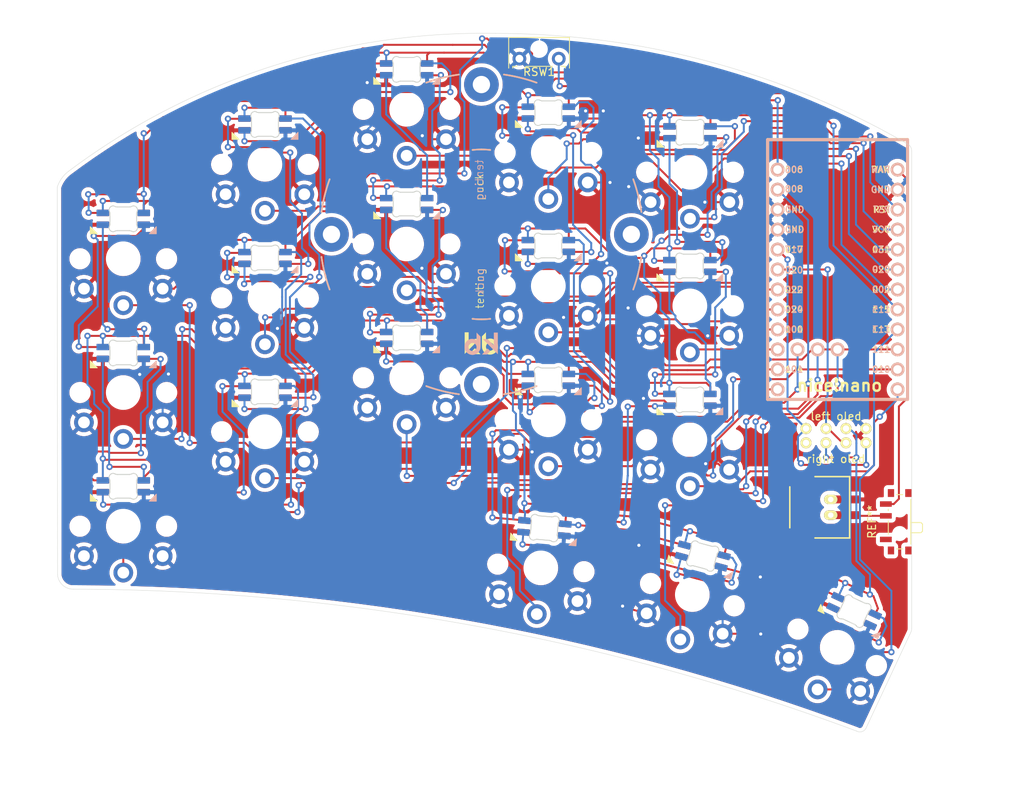
<source format=kicad_pcb>
(kicad_pcb (version 20211014) (generator pcbnew)
  (layers (0 "F.Cu" signal) (31 "B.Cu" signal) (34 "B.Paste" user) (35 "F.Paste" user) (36 "B.SilkS" user "B.Silkscreen") (37 "F.SilkS" user "F.Silkscreen") (38 "B.Mask" user) (39 "F.Mask" user) (44 "Edge.Cuts" user))
  (net 0 "")
  (net 1 "gnd")
  (net 2 "vcc")
  (net 3 "Switch18")
  (net 4 "reset")
  (net 5 "Switch1")
  (net 6 "Switch2")
  (net 7 "Switch3")
  (net 8 "Switch4")
  (net 9 "Switch5")
  (net 10 "Switch6")
  (net 11 "Switch7")
  (net 12 "Switch8")
  (net 13 "Switch9")
  (net 14 "Switch10")
  (net 15 "Switch11")
  (net 16 "Switch12")
  (net 17 "Switch13")
  (net 18 "Switch14")
  (net 19 "Switch15")
  (net 20 "Switch16")
  (net 21 "Switch17")
  (net 22 "raw")
  (net 23 "Net-(D1-Pad2)")
  (net 24 "led")
  (net 25 "Net-(D2-Pad2)")
  (net 26 "Net-(D16-Pad2)")
  (net 27 "Net-(D3-Pad2)")
  (net 28 "Net-(D17-Pad2)")
  (net 29 "Net-(D4-Pad2)")
  (net 30 "Net-(D5-Pad2)")
  (net 31 "Net-(D6-Pad2)")
  (net 32 "Net-(D10-Pad4)")
  (net 33 "Net-(D11-Pad4)")
  (net 34 "Net-(D12-Pad4)")
  (net 35 "Net-(D10-Pad2)")
  (net 36 "Net-(D11-Pad2)")
  (net 37 "Net-(D12-Pad2)")
  (net 38 "Net-(D13-Pad2)")
  (net 39 "Net-(D14-Pad2)")
  (net 40 "Net-(D15-Pad2)")
  (net 42 "sda")
  (net 43 "scl")
  (net 44 "Net-(D19-Pad2)")
  (net 45 "Net-(D20-Pad2)")
  (net 46 "Net-(D20-Pad4)")
  (net 47 "Net-(D21-Pad2)")
  (net 48 "Net-(D21-Pad4)")
  (net 49 "Net-(D22-Pad2)")
  (net 50 "Net-(D23-Pad2)")
  (net 51 "Net-(D24-Pad2)")
  (net 52 "Net-(D25-Pad2)")
  (net 53 "Net-(D26-Pad2)")
  (net 54 "Net-(D27-Pad2)")
  (net 55 "Net-(D28-Pad2)")
  (net 56 "Net-(D29-Pad2)")
  (net 57 "Net-(D30-Pad2)")
  (net 58 "Net-(D31-Pad2)")
  (net 59 "Net-(D32-Pad2)")
  (net 60 "Net-(D33-Pad2)")
  (net 62 "battery")
  (footprint "Keebio-Parts:SW_Tactile_SPST_Angled_MJTP1117-no-mount" (layer "F.Cu") (at 199.86027 47.465595)
    (fp_text reference "RSW1")
    (fp_text value "SW_Push")
  )
  (footprint "Keebio-Parts:Kailh-PG1350-1u-reversible" (layer "F.Cu") (at 149.53527 72.903095)
    (fp_text reference "SW2")
    (fp_text value "SW_Push" hide)
  )
  (footprint "Keebio-Parts:Kailh-PG1350-1u-reversible" (layer "F.Cu") (at 167.53527 60.903095)
    (fp_text reference "SW3")
    (fp_text value "SW_Push" hide)
  )
  (footprint "Keebio-Parts:Kailh-PG1350-1u-reversible" (layer "F.Cu") (at 185.53527 53.903095)
    (fp_text reference "SW4")
    (fp_text value "SW_Push" hide)
  )
  (footprint "Keebio-Parts:Kailh-PG1350-1u-reversible" (layer "F.Cu") (at 203.535271 59.403095)
    (fp_text reference "SW5")
    (fp_text value "SW_Push" hide)
  )
  (footprint "Keebio-Parts:Kailh-PG1350-1u-reversible" (layer "F.Cu") (at 221.535269 61.903095)
    (fp_text reference "SW6")
    (fp_text value "SW_Push" hide)
  )
  (footprint "Keebio-Parts:Kailh-PG1350-1u-reversible" (layer "F.Cu") (at 149.53527 89.903095)
    (fp_text reference "SW8")
    (fp_text value "SW_Push" hide)
  )
  (footprint "Keebio-Parts:Kailh-PG1350-1u-reversible" (layer "F.Cu") (at 167.535271 77.877095)
    (fp_text reference "SW9")
    (fp_text value "SW_Push" hide)
  )
  (footprint "Keebio-Parts:Kailh-PG1350-1u-reversible" (layer "F.Cu") (at 185.53527 71.019095)
    (fp_text reference "SW10")
    (fp_text value "SW_Push" hide)
  )
  (footprint "Keebio-Parts:Kailh-PG1350-1u-reversible" (layer "F.Cu") (at 203.53527 76.353096)
    (fp_text reference "SW11")
    (fp_text value "SW_Push" hide)
  )
  (footprint "Keebio-Parts:Kailh-PG1350-1u-reversible" (layer "F.Cu") (at 221.51527 78.893096)
    (fp_text reference "SW12")
    (fp_text value "SW_Push" hide)
  )
  (footprint "Keebio-Parts:Kailh-PG1350-1u-reversible" (layer "F.Cu") (at 149.535271 106.903095)
    (fp_text reference "SW14")
    (fp_text value "SW_Push" hide)
  )
  (footprint "Keebio-Parts:Kailh-PG1350-1u-reversible" (layer "F.Cu") (at 167.53527 94.895095)
    (fp_text reference "SW15")
    (fp_text value "SW_Push" hide)
  )
  (footprint "Keebio-Parts:Kailh-PG1350-1u-reversible" (layer "F.Cu") (at 185.535269 88.037095)
    (fp_text reference "SW16")
    (fp_text value "SW_Push" hide)
  )
  (footprint "Keebio-Parts:Kailh-PG1350-1u-reversible" (layer "F.Cu") (at 203.53527 93.371096)
    (fp_text reference "SW17")
    (fp_text value "SW_Push" hide)
  )
  (footprint "Keebio-Parts:Kailh-PG1350-1u-reversible" (layer "F.Cu") (at 221.51527 95.911095)
    (fp_text reference "SW18")
    (fp_text value "SW_Push" hide)
  )
  (footprint "Keebio-Parts:Kailh-PG1350-1u-reversible" (layer "F.Cu") (at 240.235271 122.303094 -25)
    (fp_text reference "SW20")
    (fp_text value "SW_Push" hide)
  )
  (footprint "Keebio-Parts:Kailh-PG1350-1u-reversible" (layer "F.Cu") (at 221.83527 115.603094 -15)
    (fp_text reference "SW21")
    (fp_text value "SW_Push" hide)
  )
  (footprint "kbd:Tenting_Puck2" (layer "F.Cu") (at 195.03527 69.803095)
    (fp_text reference "REF**")
    (fp_text value "Tenting Puck")
  )
  (footprint "sweep36:MX_SK6812MINI-E_REV" (layer "F.Cu") (at 202.585271 112.203094 175)
    (fp_text reference "D12" hide)
    (fp_text value "SK6812MINI-E")
    (fp_line (start 1.699999 4.377158) (end 1.699999 5.782842) (layer "Edge.Cuts") (width 0.1))
    (fp_line (start 0.794452 6.579999) (end -0.794453 6.579999) (layer "Edge.Cuts") (width 0.1))
    (fp_line (start -0.794452 3.58) (end 0.794452 3.58) (layer "Edge.Cuts") (width 0.1))
    (fp_line (start -1.699999 5.782842) (end -1.699999 4.377158) (layer "Edge.Cuts") (width 0.1))
    (fp_arc (start -1.046711 6.648298) (mid -0.925124 6.597376) (end -0.794453 6.579999) (layer "Edge.Cuts") (width 0.1))
    (fp_arc (start -1.699999 5.782843) (mid -1.712527 5.894069) (end -1.749484 5.99972) (layer "Edge.Cuts") (width 0.1))
    (fp_arc (start -1.749484 4.160281) (mid -1.638072 3.575966) (end -1.046711 3.511701) (layer "Edge.Cuts") (width 0.1))
    (fp_arc (start 1.046711 3.511703) (mid 1.63807 3.575965) (end 1.749484 4.16028) (layer "Edge.Cuts") (width 0.1))
    (fp_arc (start 0.794453 6.58) (mid 0.925123 6.597377) (end 1.046711 6.648299) (layer "Edge.Cuts") (width 0.1))
    (fp_arc (start 1.749484 5.99972) (mid 1.638072 6.584037) (end 1.046711 6.648299) (layer "Edge.Cuts") (width 0.1))
    (fp_arc (start 1.699999 4.377157) (mid 1.712528 4.265932) (end 1.749484 4.16028) (layer "Edge.Cuts") (width 0.1))
    (fp_arc (start -1.749484 4.16028) (mid -1.712527 4.265932) (end -1.699999 4.377158) (layer "Edge.Cuts") (width 0.1))
    (fp_arc (start -1.046711 6.648298) (mid -1.63807 6.584034) (end -1.749484 5.99972) (layer "Edge.Cuts") (width 0.1))
    (fp_arc (start 1.749484 5.99972) (mid 1.712518 5.894069) (end 1.699999 5.782842) (layer "Edge.Cuts") (width 0.1))
    (fp_arc (start 1.04671 3.511701) (mid 0.925122 3.562623) (end 0.794452 3.58) (layer "Edge.Cuts") (width 0.1))
    (fp_arc (start -0.794452 3.58) (mid -0.925123 3.562623) (end -1.046711 3.511701) (layer "Edge.Cuts") (width 0.1))
  )
  (footprint "sweep36:MX_SK6812MINI-E_REV" (layer "F.Cu") (at 167.53527 60.903095 180)
    (fp_text reference "D16" hide)
    (fp_text value "SK6812MINI-E")
    (fp_line (start 1.699999 4.377158) (end 1.699999 5.782842) (layer "Edge.Cuts") (width 0.1))
    (fp_line (start -1.699999 5.782842) (end -1.699999 4.377158) (layer "Edge.Cuts") (width 0.1))
    (fp_line (start 0.794452 6.579999) (end -0.794453 6.579999) (layer "Edge.Cuts") (width 0.1))
    (fp_line (start -0.794452 3.58) (end 0.794452 3.58) (layer "Edge.Cuts") (width 0.1))
    (fp_arc (start 1.04671 3.511701) (mid 0.925122 3.562623) (end 0.794452 3.58) (layer "Edge.Cuts") (width 0.1))
    (fp_arc (start -1.699999 5.782843) (mid -1.712527 5.894068) (end -1.749484 5.99972) (layer "Edge.Cuts") (width 0.1))
    (fp_arc (start -1.749484 4.160281) (mid -1.638072 3.575965) (end -1.046711 3.511701) (layer "Edge.Cuts") (width 0.1))
    (fp_arc (start -1.046711 6.648298) (mid -0.925123 6.597376) (end -0.794453 6.579999) (layer "Edge.Cuts") (width 0.1))
    (fp_arc (start -1.749484 4.16028) (mid -1.712527 4.265932) (end -1.699999 4.377158) (layer "Edge.Cuts") (width 0.1))
    (fp_arc (start 1.699999 4.377157) (mid 1.712528 4.265932) (end 1.749484 4.16028) (layer "Edge.Cuts") (width 0.1))
    (fp_arc (start 1.749484 5.99972) (mid 1.712519 5.894069) (end 1.699999 5.782842) (layer "Edge.Cuts") (width 0.1))
    (fp_arc (start 1.749484 5.99972) (mid 1.638072 6.584037) (end 1.046711 6.648299) (layer "Edge.Cuts") (width 0.1))
    (fp_arc (start -1.046711 6.648298) (mid -1.63807 6.584034) (end -1.749484 5.99972) (layer "Edge.Cuts") (width 0.1))
    (fp_arc (start -0.794452 3.58) (mid -0.925123 3.562623) (end -1.046711 3.511701) (layer "Edge.Cuts") (width 0.1))
    (fp_arc (start 0.794453 6.58) (mid 0.925123 6.597377) (end 1.046711 6.648299) (layer "Edge.Cuts") (width 0.1))
    (fp_arc (start 1.046711 3.511703) (mid 1.63807 3.575965) (end 1.749484 4.16028) (layer "Edge.Cuts") (width 0.1))
  )
  (footprint "sweep36:MX_SK6812MINI-E_REV" (layer "F.Cu") (at 185.535269 88.037095 180)
    (fp_text reference "D8" hide)
    (fp_text value "SK6812MINI-E")
    (fp_line (start 1.699999 4.377158) (end 1.699999 5.782842) (layer "Edge.Cuts") (width 0.1))
    (fp_line (start -1.699999 5.782842) (end -1.699999 4.377158) (layer "Edge.Cuts") (width 0.1))
    (fp_line (start 0.794452 6.579999) (end -0.794453 6.579999) (layer "Edge.Cuts") (width 0.1))
    (fp_line (start -0.794452 3.58) (end 0.794452 3.58) (layer "Edge.Cuts") (width 0.1))
    (fp_arc (start -1.749484 4.160281) (mid -1.638072 3.575965) (end -1.046711 3.511701) (layer "Edge.Cuts") (width 0.1))
    (fp_arc (start -1.046711 6.648298) (mid -1.63807 6.584034) (end -1.749484 5.99972) (layer "Edge.Cuts") (width 0.1))
    (fp_arc (start 1.04671 3.511701) (mid 0.925122 3.562623) (end 0.794452 3.58) (layer "Edge.Cuts") (width 0.1))
    (fp_arc (start 1.046711 3.511703) (mid 1.63807 3.575965) (end 1.749484 4.16028) (layer "Edge.Cuts") (width 0.1))
    (fp_arc (start 1.699999 4.377157) (mid 1.712528 4.265932) (end 1.749484 4.16028) (layer "Edge.Cuts") (width 0.1))
    (fp_arc (start 1.749484 5.99972) (mid 1.638072 6.584037) (end 1.046711 6.648299) (layer "Edge.Cuts") (width 0.1))
    (fp_arc (start -1.749484 4.16028) (mid -1.712527 4.265932) (end -1.699999 4.377158) (layer "Edge.Cuts") (width 0.1))
    (fp_arc (start 0.794453 6.58) (mid 0.925123 6.597377) (end 1.046711 6.648299) (layer "Edge.Cuts") (width 0.1))
    (fp_arc (start -1.046711 6.648298) (mid -0.925123 6.597376) (end -0.794453 6.579999) (layer "Edge.Cuts") (width 0.1))
    (fp_arc (start -1.699999 5.782843) (mid -1.712527 5.894068) (end -1.749484 5.99972) (layer "Edge.Cuts") (width 0.1))
    (fp_arc (start -0.794452 3.58) (mid -0.925123 3.562623) (end -1.046711 3.511701) (layer "Edge.Cuts") (width 0.1))
    (fp_arc (start 1.749484 5.99972) (mid 1.712519 5.894069) (end 1.699999 5.782842) (layer "Edge.Cuts") (width 0.1))
  )
  (footprint "sweep36:MX_SK6812MINI-E_REV" (layer "F.Cu") (at 185.53527 53.903095 180)
    (fp_text reference "D2" hide)
    (fp_text value "SK6812MINI-E")
    (fp_line (start 1.699999 4.377158) (end 1.699999 5.782842) (layer "Edge.Cuts") (width 0.1))
    (fp_line (start -1.699999 5.782842) (end -1.699999 4.377158) (layer "Edge.Cuts") (width 0.1))
    (fp_line (start -0.794452 3.58) (end 0.794452 3.58) (layer "Edge.Cuts") (width 0.1))
    (fp_line (start 0.794452 6.579999) (end -0.794453 6.579999) (layer "Edge.Cuts") (width 0.1))
    (fp_arc (start 1.046711 3.511703) (mid 1.63807 3.575965) (end 1.749484 4.16028) (layer "Edge.Cuts") (width 0.1))
    (fp_arc (start -1.046711 6.648298) (mid -1.63807 6.584034) (end -1.749484 5.99972) (layer "Edge.Cuts") (width 0.1))
    (fp_arc (start -1.749484 4.160281) (mid -1.638072 3.575965) (end -1.046711 3.511701) (layer "Edge.Cuts") (width 0.1))
    (fp_arc (start 0.794453 6.58) (mid 0.925123 6.597377) (end 1.046711 6.648299) (layer "Edge.Cuts") (width 0.1))
    (fp_arc (start -0.794452 3.58) (mid -0.925123 3.562623) (end -1.046711 3.511701) (layer "Edge.Cuts") (width 0.1))
    (fp_arc (start -1.046711 6.648298) (mid -0.925123 6.597376) (end -0.794453 6.579999) (layer "Edge.Cuts") (width 0.1))
    (fp_arc (start 1.749484 5.99972) (mid 1.638072 6.584037) (end 1.046711 6.648299) (layer "Edge.Cuts") (width 0.1))
    (fp_arc (start -1.699999 5.782843) (mid -1.712527 5.894068) (end -1.749484 5.99972) (layer "Edge.Cuts") (width 0.1))
    (fp_arc (start 1.699999 4.377157) (mid 1.712528 4.265932) (end 1.749484 4.16028) (layer "Edge.Cuts") (width 0.1))
    (fp_arc (start 1.04671 3.511701) (mid 0.925122 3.562623) (end 0.794452 3.58) (layer "Edge.Cuts") (width 0.1))
    (fp_arc (start -1.749484 4.16028) (mid -1.712527 4.265932) (end -1.699999 4.377158) (layer "Edge.Cuts") (width 0.1))
    (fp_arc (start 1.749484 5.99972) (mid 1.712519 5.894069) (end 1.699999 5.782842) (layer "Edge.Cuts") (width 0.1))
  )
  (footprint "sweep36:MX_SK6812MINI-E_REV" (layer "F.Cu") (at 221.83527 115.603094 165)
    (fp_text reference "D15" hide)
    (fp_text value "SK6812MINI-E")
    (fp_line (start 0.794452 6.579999) (end -0.794453 6.579999) (layer "Edge.Cuts") (width 0.1))
    (fp_line (start -1.699999 5.782842) (end -1.699999 4.377158) (layer "Edge.Cuts") (width 0.1))
    (fp_line (start -0.794452 3.58) (end 0.794452 3.58) (layer "Edge.Cuts") (width 0.1))
    (fp_line (start 1.699999 4.377158) (end 1.699999 5.782842) (layer "Edge.Cuts") (width 0.1))
    (fp_arc (start 1.04671 3.511701) (mid 0.925122 3.562623) (end 0.794452 3.58) (layer "Edge.Cuts") (width 0.1))
    (fp_arc (start 1.699999 4.377157) (mid 1.712528 4.265932) (end 1.749484 4.16028) (layer "Edge.Cuts") (width 0.1))
    (fp_arc (start 1.046711 3.511703) (mid 1.63807 3.575965) (end 1.749484 4.16028) (layer "Edge.Cuts") (width 0.1))
    (fp_arc (start 1.749484 5.99972) (mid 1.638072 6.584037) (end 1.046711 6.648299) (layer "Edge.Cuts") (width 0.1))
    (fp_arc (start -1.699999 5.782843) (mid -1.712527 5.894069) (end -1.749484 5.99972) (layer "Edge.Cuts") (width 0.1))
    (fp_arc (start -0.794452 3.58) (mid -0.925122 3.562623) (end -1.046711 3.511701) (layer "Edge.Cuts") (width 0.1))
    (fp_arc (start 0.794453 6.58) (mid 0.925123 6.597377) (end 1.046711 6.648299) (layer "Edge.Cuts") (width 0.1))
    (fp_arc (start -1.046711 6.648298) (mid -0.925124 6.597376) (end -0.794453 6.579999) (layer "Edge.Cuts") (width 0.1))
    (fp_arc (start -1.046711 6.648298) (mid -1.63807 6.584034) (end -1.749484 5.99972) (layer "Edge.Cuts") (width 0.1))
    (fp_arc (start 1.749484 5.99972) (mid 1.712519 5.894069) (end 1.699999 5.782842) (layer "Edge.Cuts") (width 0.1))
    (fp_arc (start -1.749484 4.160281) (mid -1.638072 3.575965) (end -1.046711 3.511701) (layer "Edge.Cuts") (width 0.1))
    (fp_arc (start -1.749484 4.16028) (mid -1.712527 4.265932) (end -1.699999 4.377158) (layer "Edge.Cuts") (width 0.1))
  )
  (footprint "kbd_footprints:JST_PH2_SMT_TH" (layer "F.Cu") (at 241.415657 103.496925 -90)
    (fp_text reference "JST_PH2_SMT" hide)
    (fp_text value "VAL**" hide)
  )
  (footprint "sweep36:MX_SK6812MINI-E_REV" (layer "F.Cu") (at 203.53527 93.371096 180)
    (fp_text reference "D11" hide)
    (fp_text value "SK6812MINI-E")
    (fp_line (start 1.699999 4.377158) (end 1.699999 5.782842) (layer "Edge.Cuts") (width 0.1))
    (fp_line (start 0.794452 6.579999) (end -0.794453 6.579999) (layer "Edge.Cuts") (width 0.1))
    (fp_line (start -1.699999 5.782842) (end -1.699999 4.377158) (layer "Edge.Cuts") (width 0.1))
    (fp_line (start -0.794452 3.58) (end 0.794452 3.58) (layer "Edge.Cuts") (width 0.1))
    (fp_arc (start 1.04671 3.511701) (mid 0.925122 3.562623) (end 0.794452 3.58) (layer "Edge.Cuts") (width 0.1))
    (fp_arc (start 1.749484 5.99972) (mid 1.712519 5.894069) (end 1.699999 5.782842) (layer "Edge.Cuts") (width 0.1))
    (fp_arc (start -0.794452 3.58) (mid -0.925123 3.562623) (end -1.046711 3.511701) (layer "Edge.Cuts") (width 0.1))
    (fp_arc (start -1.749484 4.16028) (mid -1.712527 4.265932) (end -1.699999 4.377158) (layer "Edge.Cuts") (width 0.1))
    (fp_arc (start -1.699999 5.782843) (mid -1.712527 5.894068) (end -1.749484 5.99972) (layer "Edge.Cuts") (width 0.1))
    (fp_arc (start -1.749484 4.160281) (mid -1.638072 3.575965) (end -1.046711 3.511701) (layer "Edge.Cuts") (width 0.1))
    (fp_arc (start 1.699999 4.377157) (mid 1.712528 4.265932) (end 1.749484 4.16028) (layer "Edge.Cuts") (width 0.1))
    (fp_arc (start 1.046711 3.511703) (mid 1.63807 3.575965) (end 1.749484 4.16028) (layer "Edge.Cuts") (width 0.1))
    (fp_arc (start -1.046711 6.648298) (mid -0.925123 6.597376) (end -0.794453 6.579999) (layer "Edge.Cuts") (width 0.1))
    (fp_arc (start 1.749484 5.99972) (mid 1.638072 6.584037) (end 1.046711 6.648299) (layer "Edge.Cuts") (width 0.1))
    (fp_arc (start -1.046711 6.648298) (mid -1.63807 6.584034) (end -1.749484 5.99972) (layer "Edge.Cuts") (width 0.1))
    (fp_arc (start 0.794453 6.58) (mid 0.925123 6.597377) (end 1.046711 6.648299) (layer "Edge.Cuts") (width 0.1))
  )
  (footprint "footprints:nice_nano" (layer "F.Cu") (at 240.285269 75.539846 -90)
    (fp_text reference "U2" hide)
    (fp_text value "nice_nano" hide)
  )
  (footprint "footprints:SW_SPDT_PCM12" (layer "F.Cu") (at 247.847611 106.333619 90)
    (fp_text reference "REF**")
    (fp_text value "SW_SPDT_PCM12")
  )
  (footprint "sweep36:MX_SK6812MINI-E_REV" (layer "F.Cu") (at 203.53527 76.353096 180)
    (fp_text reference "D14" hide)
    (fp_text value "SK6812MINI-E")
    (fp_line (start -0.794452 3.58) (end 0.794452 3.58) (layer "Edge.Cuts") (width 0.1))
    (fp_line (start 1.699999 4.377158) (end 1.699999 5.782842) (layer "Edge.Cuts") (width 0.1))
    (fp_line (start -1.699999 5.782842) (end -1.699999 4.377158) (layer "Edge.Cuts") (width 0.1))
    (fp_line (start 0.794452 6.579999) (end -0.794453 6.579999) (layer "Edge.Cuts") (width 0.1))
    (fp_arc (start -1.046711 6.648298) (mid -0.925123 6.597376) (end -0.794453 6.579999) (layer "Edge.Cuts") (width 0.1))
    (fp_arc (start 1.699999 4.377157) (mid 1.712528 4.265932) (end 1.749484 4.16028) (layer "Edge.Cuts") (width 0.1))
    (fp_arc (start 1.046711 3.511703) (mid 1.63807 3.575965) (end 1.749484 4.16028) (layer "Edge.Cuts") (width 0.1))
    (fp_arc (start 0.794453 6.58) (mid 0.925123 6.597377) (end 1.046711 6.648299) (layer "Edge.Cuts") (width 0.1))
    (fp_arc (start 1.749484 5.99972) (mid 1.712519 5.894069) (end 1.699999 5.782842) (layer "Edge.Cuts") (width 0.1))
    (fp_arc (start -1.749484 4.160281) (mid -1.638072 3.575965) (end -1.046711 3.511701) (layer "Edge.Cuts") (width 0.1))
    (fp_arc (start -0.794452 3.58) (mid -0.925123 3.562623) (end -1.046711 3.511701) (layer "Edge.Cuts") (width 0.1))
    (fp_arc (start 1.749484 5.99972) (mid 1.638072 6.584037) (end 1.046711 6.648299) (layer "Edge.Cuts") (width 0.1))
    (fp_arc (start 1.04671 3.511701) (mid 0.925122 3.562623) (end 0.794452 3.58) (layer "Edge.Cuts") (width 0.1))
    (fp_arc (start -1.699999 5.782843) (mid -1.712527 5.894068) (end -1.749484 5.99972) (layer "Edge.Cuts") (width 0.1))
    (fp_arc (start -1.046711 6.648298) (mid -1.63807 6.584034) (end -1.749484 5.99972) (layer "Edge.Cuts") (width 0.1))
    (fp_arc (start -1.749484 4.16028) (mid -1.712527 4.265932) (end -1.699999 4.377158) (layer "Edge.Cuts") (width 0.1))
  )
  (footprint "sweep36:MX_SK6812MINI-E_REV" (layer "F.Cu") (at 167.53527 94.895095 180)
    (fp_text reference "D10" hide)
    (fp_text value "SK6812MINI-E")
    (fp_line (start 0.794452 6.579999) (end -0.794453 6.579999) (layer "Edge.Cuts") (width 0.1))
    (fp_line (start -0.794452 3.58) (end 0.794452 3.58) (layer "Edge.Cuts") (width 0.1))
    (fp_line (start 1.699999 4.377158) (end 1.699999 5.782842) (layer "Edge.Cuts") (width 0.1))
    (fp_line (start -1.699999 5.782842) (end -1.699999 4.377158) (layer "Edge.Cuts") (width 0.1))
    (fp_arc (start -1.699999 5.782843) (mid -1.712527 5.894068) (end -1.749484 5.99972) (layer "Edge.Cuts") (width 0.1))
    (fp_arc (start -1.749484 4.160281) (mid -1.638072 3.575965) (end -1.046711 3.511701) (layer "Edge.Cuts") (width 0.1))
    (fp_arc (start -0.794452 3.58) (mid -0.925123 3.562623) (end -1.046711 3.511701) (layer "Edge.Cuts") (width 0.1))
    (fp_arc (start -1.046711 6.648298) (mid -0.925123 6.597376) (end -0.794453 6.579999) (layer "Edge.Cuts") (width 0.1))
    (fp_arc (start 1.04671 3.511701) (mid 0.925122 3.562623) (end 0.794452 3.58) (layer "Edge.Cuts") (width 0.1))
    (fp_arc (start 1.046711 3.511703) (mid 1.63807 3.575965) (end 1.749484 4.16028) (layer "Edge.Cuts") (width 0.1))
    (fp_arc (start -1.749484 4.16028) (mid -1.712527 4.265932) (end -1.699999 4.377158) (layer "Edge.Cuts") (width 0.1))
    (fp_arc (start 1.749484 5.99972) (mid 1.638072 6.584037) (end 1.046711 6.648299) (layer "Edge.Cuts") (width 0.1))
    (fp_arc (start 1.699999 4.377157) (mid 1.712528 4.265932) (end 1.749484 4.16028) (layer "Edge.Cuts") (width 0.1))
    (fp_arc (start 0.794453 6.58) (mid 0.925123 6.597377) (end 1.046711 6.648299) (layer "Edge.Cuts") (width 0.1))
    (fp_arc (start 1.749484 5.99972) (mid 1.712519 5.894069) (end 1.699999 5.782842) (layer "Edge.Cuts") (width 0.1))
    (fp_arc (start -1.046711 6.648298) (mid -1.63807 6.584034) (end -1.749484 5.99972) (layer "Edge.Cuts") (width 0.1))
  )
  (footprint "sweep36:MX_SK6812MINI-E_REV" (layer "F.Cu") (at 149.53527 72.903095 180)
    (fp_text reference "D1" hide)
    (fp_text value "SK6812MINI-E")
    (fp_line (start 1.699999 4.377158) (end 1.699999 5.782842) (layer "Edge.Cuts") (width 0.1))
    (fp_line (start -1.699999 5.782842) (end -1.699999 4.377158) (layer "Edge.Cuts") (width 0.1))
    (fp_line (start -0.794452 3.58) (end 0.794452 3.58) (layer "Edge.Cuts") (width 0.1))
    (fp_line (start 0.794452 6.579999) (end -0.794453 6.579999) (layer "Edge.Cuts") (width 0.1))
    (fp_arc (start 1.749484 5.99972) (mid 1.638072 6.584037) (end 1.046711 6.648299) (layer "Edge.Cuts") (width 0.1))
    (fp_arc (start -1.046711 6.648298) (mid -0.925123 6.597376) (end -0.794453 6.579999) (layer "Edge.Cuts") (width 0.1))
    (fp_arc (start 1.04671 3.511701) (mid 0.925122 3.562623) (end 0.794452 3.58) (layer "Edge.Cuts") (width 0.1))
    (fp_arc (start -0.794452 3.58) (mid -0.925123 3.562623) (end -1.046711 3.511701) (layer "Edge.Cuts") (width 0.1))
    (fp_arc (start -1.749484 4.16028) (mid -1.712527 4.265932) (end -1.699999 4.377158) (layer "Edge.Cuts") (width 0.1))
    (fp_arc (start -1.046711 6.648298) (mid -1.63807 6.584034) (end -1.749484 5.99972) (layer "Edge.Cuts") (width 0.1))
    (fp_arc (start 1.046711 3.511703) (mid 1.63807 3.575965) (end 1.749484 4.16028) (layer "Edge.Cuts") (width 0.1))
    (fp_arc (start -1.749484 4.160281) (mid -1.638072 3.575965) (end -1.046711 3.511701) (layer "Edge.Cuts") (width 0.1))
    (fp_arc (start -1.699999 5.782843) (mid -1.712527 5.894068) (end -1.749484 5.99972) (layer "Edge.Cuts") (width 0.1))
    (fp_arc (start 0.794453 6.58) (mid 0.925123 6.597377) (end 1.046711 6.648299) (layer "Edge.Cuts") (width 0.1))
    (fp_arc (start 1.749484 5.99972) (mid 1.712519 5.894069) (end 1.699999 5.782842) (layer "Edge.Cuts") (width 0.1))
    (fp_arc (start 1.699999 4.377157) (mid 1.712528 4.265932) (end 1.749484 4.16028) (layer "Edge.Cuts") (width 0.1))
  )
  (footprint "sweep36:MX_SK6812MINI-E_REV" (layer "F.Cu") (at 221.51527 95.911095 180)
    (fp_text reference "D9" hide)
    (fp_text value "SK6812MINI-E")
    (fp_line (start 0.794452 6.579999) (end -0.794453 6.579999) (layer "Edge.Cuts") (width 0.1))
    (fp_line (start 1.699999 4.377158) (end 1.699999 5.782842) (layer "Edge.Cuts") (width 0.1))
    (fp_line (start -0.794452 3.58) (end 0.794452 3.58) (layer "Edge.Cuts") (width 0.1))
    (fp_line (start -1.699999 5.782842) (end -1.699999 4.377158) (layer "Edge.Cuts") (width 0.1))
    (fp_arc (start 1.749484 5.99972) (mid 1.638072 6.584037) (end 1.046711 6.648299) (layer "Edge.Cuts") (width 0.1))
    (fp_arc (start -1.749484 4.16028) (mid -1.712527 4.265932) (end -1.699999 4.377158) (layer "Edge.Cuts") (width 0.1))
    (fp_arc (start 1.699999 4.377157) (mid 1.712528 4.265932) (end 1.749484 4.16028) (layer "Edge.Cuts") (width 0.1))
    (fp_arc (start -0.794452 3.58) (mid -0.925123 3.562623) (end -1.046711 3.511701) (layer "Edge.Cuts") (width 0.1))
    (fp_arc (start -1.046711 6.648298) (mid -1.63807 6.584034) (end -1.749484 5.99972) (layer "Edge.Cuts") (width 0.1))
    (fp_arc (start 1.046711 3.511703) (mid 1.63807 3.575965) (end 1.749484 4.16028) (layer "Edge.Cuts") (width 0.1))
    (fp_arc (start 1.04671 3.511701) (mid 0.925122 3.562623) (end 0.794452 3.58) (layer "Edge.Cuts") (width 0.1))
    (fp_arc (start -1.046711 6.648298) (mid -0.925123 6.597376) (end -0.794453 6.579999) (layer "Edge.Cuts") (width 0.1))
    (fp_arc (start 0.794453 6.58) (mid 0.925123 6.597377) (end 1.046711 6.648299) (layer "Edge.Cuts") (width 0.1))
    (fp_arc (start 1.749484 5.99972) (mid 1.712519 5.894069) (end 1.699999 5.782842) (layer "Edge.Cuts") (width 0.1))
    (fp_arc (start -1.699999 5.782843) (mid -1.712527 5.894068) (end -1.749484 5.99972) (layer "Edge.Cuts") (width 0.1))
    (fp_arc (start -1.749484 4.160281) (mid -1.638072 3.575965) (end -1.046711 3.511701) (layer "Edge.Cuts") (width 0.1))
  )
  (footprint "sweep36:MX_SK6812MINI-E_REV" (layer "F.Cu") (at 203.535271 59.403095 180)
    (fp_text reference "D17" hide)
    (fp_text value "SK6812MINI-E")
    (fp_line (start 1.699999 4.377158) (end 1.699999 5.782842) (layer "Edge.Cuts") (width 0.1))
    (fp_line (start -1.699999 5.782842) (end -1.699999 4.377158) (layer "Edge.Cuts") (width 0.1))
    (fp_line (start -0.794452 3.58) (end 0.794452 3.58) (layer "Edge.Cuts") (width 0.1))
    (fp_line (start 0.794452 6.579999) (end -0.794453 6.579999) (layer "Edge.Cuts") (width 0.1))
    (fp_arc (start 1.749484 5.99972) (mid 1.638072 6.584037) (end 1.046711 6.648299) (layer "Edge.Cuts") (width 0.1))
    (fp_arc (start 1.749484 5.99972) (mid 1.712519 5.894069) (end 1.699999 5.782842) (layer "Edge.Cuts") (width 0.1))
    (fp_arc (start 0.794453 6.58) (mid 0.925123 6.597377) (end 1.046711 6.648299) (layer "Edge.Cuts") (width 0.1))
    (fp_arc (start 1.046711 3.511703) (mid 1.63807 3.575965) (end 1.749484 4.16028) (layer "Edge.Cuts") (width 0.1))
    (fp_arc (start -1.699999 5.782843) (mid -1.712527 5.894068) (end -1.749484 5.99972) (layer "Edge.Cuts") (width 0.1))
    (fp_arc (start -1.749484 4.160281) (mid -1.638072 3.575965) (end -1.046711 3.511701) (layer "Edge.Cuts") (width 0.1))
    (fp_arc (start -0.794452 3.58) (mid -0.925123 3.562623) (end -1.046711 3.511701) (layer "Edge.Cuts") (width 0.1))
    (fp_arc (start 1.04671 3.511701) (mid 0.925122 3.562623) (end 0.794452 3.58) (layer "Edge.Cuts") (width 0.1))
    (fp_arc (start -1.749484 4.16028) (mid -1.712527 4.265932) (end -1.699999 4.377158) (layer "Edge.Cuts") (width 0.1))
    (fp_arc (start -1.046711 6.648298) (mid -0.925123 6.597376) (end -0.794453 6.579999) (layer "Edge.Cuts") (width 0.1))
    (fp_arc (start -1.046711 6.648298) (mid -1.63807 6.584034) (end -1.749484 5.99972) (layer "Edge.Cuts") (width 0.1))
    (fp_arc (start 1.699999 4.377157) (mid 1.712528 4.265932) (end 1.749484 4.16028) (layer "Edge.Cuts") (width 0.1))
  )
  (footprint "sweep36:OLED_v2" (layer "F.Cu") (at 240.085271 96.303095)
    (fp_text reference "OL2")
    (fp_text value "OLED" hide)
  )
  (footprint "sweep36:MX_SK6812MINI-E_REV" (layer "F.Cu") (at 240.235271 122.303094 155)
    (fp_text reference "D18" hide)
    (fp_text value "SK6812MINI-E")
    (fp_line (start -1.699999 5.782842) (end -1.699999 4.377158) (layer "Edge.Cuts") (width 0.1))
    (fp_line (start 1.699999 4.377158) (end 1.699999 5.782842) (layer "Edge.Cuts") (width 0.1))
    (fp_line (start 0.794452 6.579999) (end -0.794453 6.579999) (layer "Edge.Cuts") (width 0.1))
    (fp_line (start -0.794452 3.58) (end 0.794452 3.58) (layer "Edge.Cuts") (width 0.1))
    (fp_arc (start 1.04671 3.511701) (mid 0.925123 3.562624) (end 0.794452 3.58) (layer "Edge.Cuts") (width 0.1))
    (fp_arc (start 1.046711 3.511703) (mid 1.638069 3.575965) (end 1.749484 4.16028) (layer "Edge.Cuts") (width 0.1))
    (fp_arc (start -1.749484 4.160281) (mid -1.638072 3.575965) (end -1.046711 3.511701) (layer "Edge.Cuts") (width 0.1))
    (fp_arc (start -1.046711 6.648298) (mid -1.638071 6.584034) (end -1.749484 5.99972) (layer "Edge.Cuts") (width 0.1))
    (fp_arc (start -0.794452 3.58) (mid -0.925123 3.562623) (end -1.046711 3.511701) (layer "Edge.Cuts") (width 0.1))
    (fp_arc (start 0.794453 6.58) (mid 0.925123 6.597377) (end 1.046711 6.648299) (layer "Edge.Cuts") (width 0.1))
    (fp_arc (start 1.749484 5.99972) (mid 1.712518 5.894069) (end 1.699999 5.782842) (layer "Edge.Cuts") (width 0.1))
    (fp_arc (start 1.699999 4.377157) (mid 1.712526 4.265931) (end 1.749484 4.16028) (layer "Edge.Cuts") (width 0.1))
    (fp_arc (start 1.749484 5.99972) (mid 1.638072 6.584036) (end 1.046711 6.648299) (layer "Edge.Cuts") (width 0.1))
    (fp_arc (start -1.699999 5.782843) (mid -1.712527 5.894068) (end -1.749484 5.99972) (layer "Edge.Cuts") (width 0.1))
    (fp_arc (start -1.749484 4.16028) (mid -1.712527 4.265932) (end -1.699999 4.377158) (layer "Edge.Cuts") (width 0.1))
    (fp_arc (start -1.046711 6.648298) (mid -0.925124 6.597376) (end -0.794453 6.579999) (layer "Edge.Cuts") (width 0.1))
  )
  (footprint "sweep36:MX_SK6812MINI-E_REV" (layer "F.Cu") (at 149.53527 89.953095 180)
    (fp_text reference "D4" hide)
    (fp_text value "SK6812MINI-E")
    (fp_line (start 1.699999 4.377158) (end 1.699999 5.782842) (layer "Edge.Cuts") (width 0.1))
    (fp_line (start -0.794452 3.58) (end 0.794452 3.58) (layer "Edge.Cuts") (width 0.1))
    (fp_line (start 0.794452 6.579999) (end -0.794453 6.579999) (layer "Edge.Cuts") (width 0.1))
    (fp_line (start -1.699999 5.782842) (end -1.699999 4.377158) (layer "Edge.Cuts") (width 0.1))
    (fp_arc (start -0.794452 3.58) (mid -0.925123 3.562623) (end -1.046711 3.511701) (layer "Edge.Cuts") (width 0.1))
    (fp_arc (start 0.794453 6.58) (mid 0.925123 6.597377) (end 1.046711 6.648299) (layer "Edge.Cuts") (width 0.1))
    (fp_arc (start -1.749484 4.160281) (mid -1.638072 3.575965) (end -1.046711 3.511701) (layer "Edge.Cuts") (width 0.1))
    (fp_arc (start -1.699999 5.782843) (mid -1.712527 5.894068) (end -1.749484 5.99972) (layer "Edge.Cuts") (width 0.1))
    (fp_arc (start 1.749484 5.99972) (mid 1.638072 6.584037) (end 1.046711 6.648299) (layer "Edge.Cuts") (width 0.1))
    (fp_arc (start -1.046711 6.648298) (mid -1.63807 6.584034) (end -1.749484 5.99972) (layer "Edge.Cuts") (width 0.1))
    (fp_arc (start 1.04671 3.511701) (mid 0.925122 3.562623) (end 0.794452 3.58) (layer "Edge.Cuts") (width 0.1))
    (fp_arc (start 1.046711 3.511703) (mid 1.63807 3.575965) (end 1.749484 4.16028) (layer "Edge.Cuts") (width 0.1))
    (fp_arc (start -1.046711 6.648298) (mid -0.925123 6.597376) (end -0.794453 6.579999) (layer "Edge.Cuts") (width 0.1))
    (fp_arc (start 1.749484 5.99972) (mid 1.712519 5.894069) (end 1.699999 5.782842) (layer "Edge.Cuts") (width 0.1))
    (fp_arc (start 1.699999 4.377157) (mid 1.712528 4.265932) (end 1.749484 4.16028) (layer "Edge.Cuts") (width 0.1))
    (fp_arc (start -1.749484 4.16028) (mid -1.712527 4.265932) (end -1.699999 4.377158) (layer "Edge.Cuts") (width 0.1))
  )
  (footprint "sweep36:MX_SK6812MINI-E_REV" (layer "F.Cu") (at 221.535269 61.903095 180)
    (fp_text reference "D3" hide)
    (fp_text value "SK6812MINI-E")
    (fp_line (start 0.794452 6.579999) (end -0.794453 6.579999) (layer "Edge.Cuts") (width 0.1))
    (fp_line (start -1.699999 5.782842) (end -1.699999 4.377158) (layer "Edge.Cuts") (width 0.1))
    (fp_line (start -0.794452 3.58) (end 0.794452 3.58) (layer "Edge.Cuts") (width 0.1))
    (fp_line (start 1.699999 4.377158) (end 1.699999 5.782842) (layer "Edge.Cuts") (width 0.1))
    (fp_arc (start 1.749484 5.99972) (mid 1.712519 5.894069) (end 1.699999 5.782842) (layer "Edge.Cuts") (width 0.1))
    (fp_arc (start 1.046711 3.511703) (mid 1.63807 3.575965) (end 1.749484 4.16028) (layer "Edge.Cuts") (width 0.1))
    (fp_arc (start 0.794453 6.58) (mid 0.925123 6.597377) (end 1.046711 6.648299) (layer "Edge.Cuts") (width 0.1))
    (fp_arc (start -0.794452 3.58) (mid -0.925123 3.562623) (end -1.046711 3.511701) (layer "Edge.Cuts") (width 0.1))
    (fp_arc (start -1.046711 6.648298) (mid -0.925123 6.597376) (end -0.794453 6.579999) (layer "Edge.Cuts") (width 0.1))
    (fp_arc (start -1.749484 4.16028) (mid -1.712527 4.265932) (end -1.699999 4.377158) (layer "Edge.Cuts") (width 0.1))
    (fp_arc (start 1.749484 5.99972) (mid 1.638072 6.584037) (end 1.046711 6.648299) (layer "Edge.Cuts") (width 0.1))
    (fp_arc (start -1.046711 6.648298) (mid -1.63807 6.584034) (end -1.749484 5.99972) (layer "Edge.Cuts") (width 0.1))
    (fp_arc (start -1.749484 4.160281) (mid -1.638072 3.575965) (end -1.046711 3.511701) (layer "Edge.Cuts") (width 0.1))
    (fp_arc (start -1.699999 5.782843) (mid -1.712527 5.894068) (end -1.749484 5.99972) (layer "Edge.Cuts") (width 0.1))
    (fp_arc (start 1.699999 4.377157) (mid 1.712528 4.265932) (end 1.749484 4.16028) (layer "Edge.Cuts") (width 0.1))
    (fp_arc (start 1.04671 3.511701) (mid 0.925122 3.562623) (end 0.794452 3.58) (layer "Edge.Cuts") (width 0.1))
  )
  (footprint "sweep36:MX_SK6812MINI-E_REV" (layer "F.Cu") (at 149.535271 106.903095 180)
    (fp_text reference "D7" hide)
    (fp_text value "SK6812MINI-E")
    (fp_line (start 0.794452 6.579999) (end -0.794453 6.579999) (layer "Edge.Cuts") (width 0.1))
    (fp_line (start -1.699999 5.782842) (end -1.699999 4.377158) (layer "Edge.Cuts") (width 0.1))
    (fp_line (start -0.794452 3.58) (end 0.794452 3.58) (layer "Edge.Cuts") (width 0.1))
    (fp_line (start 1.699999 4.377158) (end 1.699999 5.782842) (layer "Edge.Cuts") (width 0.1))
    (fp_arc (start -1.749484 4.160281) (mid -1.638072 3.575965) (end -1.046711 3.511701) (layer "Edge.Cuts") (width 0.1))
    (fp_arc (start 1.04671 3.511701) (mid 0.925122 3.562623) (end 0.794452 3.58) (layer "Edge.Cuts") (width 0.1))
    (fp_arc (start 1.749484 5.99972) (mid 1.712519 5.894069) (end 1.699999 5.782842) (layer "Edge.Cuts") (width 0.1))
    (fp_arc (start -1.699999 5.782843) (mid -1.712527 5.894068) (end -1.749484 5.99972) (layer "Edge.Cuts") (width 0.1))
    (fp_arc (start 1.046711 3.511703) (mid 1.63807 3.575965) (end 1.749484 4.16028) (layer "Edge.Cuts") (width 0.1))
    (fp_arc (start 0.794453 6.58) (mid 0.925123 6.597377) (end 1.046711 6.648299) (layer "Edge.Cuts") (width 0.1))
    (fp_arc (start 1.749484 5.99972) (mid 1.638072 6.584037) (end 1.046711 6.648299) (layer "Edge.Cuts") (width 0.1))
    (fp_arc (start -1.046711 6.648298) (mid -1.63807 6.584034) (end -1.749484 5.99972) (layer "Edge.Cuts") (width 0.1))
    (fp_arc (start 1.699999 4.377157) (mid 1.712528 4.265932) (end 1.749484 4.16028) (layer "Edge.Cuts") (width 0.1))
    (fp_arc (start -0.794452 3.58) (mid -0.925123 3.562623) (end -1.046711 3.511701) (layer "Edge.Cuts") (width 0.1))
    (fp_arc (start -1.749484 4.16028) (mid -1.712527 4.265932) (end -1.699999 4.377158) (layer "Edge.Cuts") (width 0.1))
    (fp_arc (start -1.046711 6.648298) (mid -0.925123 6.597376) (end -0.794453 6.579999) (layer "Edge.Cuts") (width 0.1))
  )
  (footprint "sweep36:OLED_v2" (layer "F.Cu") (at 240.08527 94.483095)
    (fp_text reference "OL1")
    (fp_text value "OLED" hide)
  )
  (footprint "Keebio-Parts:Kailh-PG1350-1u-reversible" (layer "F.Cu") (at 202.585271 112.203094 -5)
    (fp_text reference "SW1")
    (fp_text value "SW_Push" hide)
  )
  (footprint "sweep36:MX_SK6812MINI-E_REV" (layer "F.Cu") (at 185.53527 71.019095 180)
    (fp_text reference "D5" hide)
    (fp_text value "SK6812MINI-E")
    (fp_line (start 1.699999 4.377158) (end 1.699999 5.782842) (layer "Edge.Cuts") (width 0.1))
    (fp_line (start -1.699999 5.782842) (end -1.699999 4.377158) (layer "Edge.Cuts") (width 0.1))
    (fp_line (start -0.794452 3.58) (end 0.794452 3.58) (layer "Edge.Cuts") (width 0.1))
    (fp_line (start 0.794452 6.579999) (end -0.794453 6.579999) (layer "Edge.Cuts") (width 0.1))
    (fp_arc (start 1.749484 5.99972) (mid 1.712519 5.894069) (end 1.699999 5.782842) (layer "Edge.Cuts") (width 0.1))
    (fp_arc (start -1.046711 6.648298) (mid -0.925123 6.597376) (end -0.794453 6.579999) (layer "Edge.Cuts") (width 0.1))
    (fp_arc (start 0.794453 6.58) (mid 0.925123 6.597377) (end 1.046711 6.648299) (layer "Edge.Cuts") (width 0.1))
    (fp_arc (start -1.749484 4.160281) (mid -1.638072 3.575965) (end -1.046711 3.511701) (layer "Edge.Cuts") (width 0.1))
    (fp_arc (start 1.699999 4.377157) (mid 1.712528 4.265932) (end 1.749484 4.16028) (layer "Edge.Cuts") (width 0.1))
    (fp_arc (start 1.04671 3.511701) (mid 0.925122 3.562623) (end 0.794452 3.58) (layer "Edge.Cuts") (width 0.1))
    (fp_arc (start -0.794452 3.58) (mid -0.925123 3.562623) (end -1.046711 3.511701) (layer "Edge.Cuts") (width 0.1))
    (fp_arc (start -1.699999 5.782843) (mid -1.712527 5.894068) (end -1.749484 5.99972) (layer "Edge.Cuts") (width 0.1))
    (fp_arc (start -1.749484 4.16028) (mid -1.712527 4.265932) (end -1.699999 4.377158) (layer "Edge.Cuts") (width 0.1))
    (fp_arc (start 1.046711 3.511703) (mid 1.63807 3.575965) (end 1.749484 4.16028) (layer "Edge.Cuts") (width 0.1))
    (fp_arc (start -1.046711 6.648298) (mid -1.63807 6.584034) (end -1.749484 5.99972) (layer "Edge.Cuts") (width 0.1))
    (fp_arc (start 1.749484 5.99972) (mid 1.638072 6.584037) (end 1.046711 6.648299) (layer "Edge.Cuts") (width 0.1))
  )
  (footprint "sweep36:MX_SK6812MINI-E_REV" (layer "F.Cu") (at 221.51527 78.893096 180)
    (fp_text reference "D6" hide)
    (fp_text value "SK6812MINI-E")
    (fp_line (start -1.699999 5.782842) (end -1.699999 4.377158) (layer "Edge.Cuts") (width 0.1))
    (fp_line (start -0.794452 3.58) (end 0.794452 3.58) (layer "Edge.Cuts") (width 0.1))
    (fp_line (start 1.699999 4.377158) (end 1.699999 5.782842) (layer "Edge.Cuts") (width 0.1))
    (fp_line (start 0.794452 6.579999) (end -0.794453 6.579999) (layer "Edge.Cuts") (width 0.1))
    (fp_arc (start -0.794452 3.58) (mid -0.925123 3.562623) (end -1.046711 3.511701) (layer "Edge.Cuts") (width 0.1))
    (fp_arc (start 1.046711 3.511703) (mid 1.63807 3.575965) (end 1.749484 4.16028) (layer "Edge.Cuts") (width 0.1))
    (fp_arc (start -1.699999 5.782843) (mid -1.712527 5.894068) (end -1.749484 5.99972) (layer "Edge.Cuts") (width 0.1))
    (fp_arc (start 1.04671 3.511701) (mid 0.925122 3.562623) (end 0.794452 3.58) (layer "Edge.Cuts") (width 0.1))
    (fp_arc (start -1.046711 6.648298) (mid -1.63807 6.584034) (end -1.749484 5.99972) (layer "Edge.Cuts") (width 0.1))
    (fp_arc (start -1.749484 4.16028) (mid -1.712527 4.265932) (end -1.699999 4.377158) (layer "Edge.Cuts") (width 0.1))
    (fp_arc (start 1.749484 5.99972) (mid 1.712519 5.894069) (end 1.699999 5.782842) (layer "Edge.Cuts") (width 0.1))
    (fp_arc (start 0.794453 6.58) (mid 0.925123 6.597377) (end 1.046711 6.648299) (layer "Edge.Cuts") (width 0.1))
    (fp_arc (start 1.699999 4.377157) (mid 1.712528 4.265932) (end 1.749484 4.16028) (layer "Edge.Cuts") (width 0.1))
    (fp_arc (start -1.046711 6.648298) (mid -0.925123 6.597376) (end -0.794453 6.579999) (layer "Edge.Cuts") (width 0.1))
    (fp_arc (start 1.749484 5.99972) (mid 1.638072 6.584037) (end 1.046711 6.648299) (layer "Edge.Cuts") (width 0.1))
    (fp_arc (start -1.749484 4.160281) (mid -1.638072 3.575965) (end -1.046711 3.511701) (layer "Edge.Cuts") (width 0.1))
  )
  (footprint "sweep36:MX_SK6812MINI-E_REV" (layer "F.Cu") (at 167.535271 77.877095 180)
    (fp_text reference "D13" hide)
    (fp_text value "SK6812MINI-E")
    (fp_line (start -1.699999 5.782842) (end -1.699999 4.377158) (layer "Edge.Cuts") (width 0.1))
    (fp_line (start -0.794452 3.58) (end 0.794452 3.58) (layer "Edge.Cuts") (width 0.1))
    (fp_line (start 1.699999 4.377158) (end 1.699999 5.782842) (layer "Edge.Cuts") (width 0.1))
    (fp_line (start 0.794452 6.579999) (end -0.794453 6.579999) (layer "Edge.Cuts") (width 0.1))
    (fp_arc (start -1.046711 6.648298) (mid -1.63807 6.584034) (end -1.749484 5.99972) (layer "Edge.Cuts") (width 0.1))
    (fp_arc (start -1.749484 4.160281) (mid -1.638072 3.575965) (end -1.046711 3.511701) (layer "Edge.Cuts") (width 0.1))
    (fp_arc (start -1.046711 6.648298) (mid -0.925123 6.597376) (end -0.794453 6.579999) (layer "Edge.Cuts") (width 0.1))
    (fp_arc (start 1.699999 4.377157) (mid 1.712528 4.265932) (end 1.749484 4.16028) (layer "Edge.Cuts") (width 0.1))
    (fp_arc (start 1.749484 5.99972) (mid 1.638072 6.584037) (end 1.046711 6.648299) (layer "Edge.Cuts") (width 0.1))
    (fp_arc (start -1.749484 4.16028) (mid -1.712527 4.265932) (end -1.699999 4.377158) (layer "Edge.Cuts") (width 0.1))
    (fp_arc (start -0.794452 3.58) (mid -0.925123 3.562623) (end -1.046711 3.511701) (layer "Edge.Cuts") (width 0.1))
    (fp_arc (start 1.046711 3.511703) (mid 1.63807 3.575965) (end 1.749484 4.16028) (layer "Edge.Cuts") (width 0.1))
    (fp_arc (start 0.794453 6.58) (mid 0.925123 6.597377) (end 1.046711 6.648299) (layer "Edge.Cuts") (width 0.1))
    (fp_arc (start -1.699999 5.782843) (mid -1.712527 5.894068) (end -1.749484 5.99972) (layer "Edge.Cuts") (width 0.1))
    (fp_arc (start 1.749484 5.99972) (mid 1.712519 5.894069) (end 1.699999 5.782842) (layer "Edge.Cuts") (width 0.1))
    (fp_arc (start 1.04671 3.511701) (mid 0.925122 3.562623) (end 0.794452 3.58) (layer "Edge.Cuts") (width 0.1))
  )
  (footprint "sweep36:MX_SK6812MINI-E_REV" (layer "B.Cu") (at 167.53527 60.903095)
    (fp_text reference "D34" hide)
    (fp_text value "SK6812MINI-E")
    (fp_line (start -0.794452 -3.58) (end 0.794452 -3.58) (layer "Edge.Cuts") (width 0.1))
    (fp_line (start 0.794452 -6.579999) (end -0.794453 -6.579999) (layer "Edge.Cuts") (width 0.1))
    (fp_line (start -1.699999 -5.782842) (end -1.699999 -4.377158) (layer "Edge.Cuts") (width 0.1))
    (fp_line (start 1.699999 -4.377158) (end 1.699999 -5.782842) (layer "Edge.Cuts") (width 0.1))
    (fp_arc (start 1.699999 -5.782842) (mid 1.712528 -5.894068) (end 1.749484 -5.99972) (layer "Edge.Cuts") (width 0.1))
    (fp_arc (start 1.749484 -4.16028) (mid 1.712519 -4.265931) (end 1.699999 -4.377157) (layer "Edge.Cuts") (width 0.1))
    (fp_arc (start 1.046711 -6.648299) (mid 0.925123 -6.597377) (end 0.794453 -6.58) (layer "Edge.Cuts") (width 0.1))
    (fp_arc (start 1.046711 -6.648299) (mid 1.638071 -6.584036) (end 1.749484 -5.99972) (layer "Edge.Cuts") (width 0.1))
    (fp_arc (start -1.699999 -4.377158) (mid -1.712527 -4.265932) (end -1.749484 -4.16028) (layer "Edge.Cuts") (width 0.1))
    (fp_arc (start -1.749484 -5.99972) (mid -1.63807 -6.584034) (end -1.046711 -6.648298) (layer "Edge.Cuts") (width 0.1))
    (fp_arc (start -0.794453 -6.579999) (mid -0.925123 -6.597376) (end -1.046711 -6.648298) (layer "Edge.Cuts") (width 0.1))
    (fp_arc (start -1.749484 -5.99972) (mid -1.712527 -5.894068) (end -1.699999 -5.782843) (layer "Edge.Cuts") (width 0.1))
    (fp_arc (start 0.794452 -3.58) (mid 0.925122 -3.562623) (end 1.04671 -3.511701) (layer "Edge.Cuts") (width 0.1))
    (fp_arc (start 1.749484 -4.16028) (mid 1.63807 -3.575966) (end 1.046711 -3.511703) (layer "Edge.Cuts") (width 0.1))
    (fp_arc (start -1.046711 -3.511701) (mid -1.638072 -3.575966) (end -1.749484 -4.160281) (layer "Edge.Cuts") (width 0.1))
    (fp_arc (start -1.046711 -3.511701) (mid -0.925123 -3.562624) (end -0.794452 -3.58) (layer "Edge.Cuts") (width 0.1))
  )
  (footprint "sweep36:MX_SK6812MINI-E_REV" (layer "B.Cu") (at 185.535269 88.037095)
    (fp_text reference "D26" hide)
    (fp_text value "SK6812MINI-E")
    (fp_line (start 1.699999 -4.377158) (end 1.699999 -5.782842) (layer "Edge.Cuts") (width 0.1))
    (fp_line (start -1.699999 -5.782842) (end -1.699999 -4.377158) (layer "Edge.Cuts") (width 0.1))
    (fp_line (start -0.794452 -3.58) (end 0.794452 -3.58) (layer "Edge.Cuts") (width 0.1))
    (fp_line (start 0.794452 -6.579999) (end -0.794453 -6.579999) (layer "Edge.Cuts") (width 0.1))
    (fp_arc (start 1.749484 -4.16028) (mid 1.63807 -3.575966) (end 1.046711 -3.511703) (layer "Edge.Cuts") (width 0.1))
    (fp_arc (start 1.046711 -6.648299) (mid 1.638071 -6.584036) (end 1.749484 -5.99972) (layer "Edge.Cuts") (width 0.1))
    (fp_arc (start -1.699999 -4.377158) (mid -1.712527 -4.265932) (end -1.749484 -4.16028) (layer "Edge.Cuts") (width 0.1))
    (fp_arc (start -0.794453 -6.579999) (mid -0.925123 -6.597376) (end -1.046711 -6.648298) (layer "Edge.Cuts") (width 0.1))
    (fp_arc (start -1.046711 -3.511701) (mid -1.638072 -3.575966) (end -1.749484 -4.160281) (layer "Edge.Cuts") (width 0.1))
    (fp_arc (start 1.699999 -5.782842) (mid 1.712528 -5.894068) (end 1.749484 -5.99972) (layer "Edge.Cuts") (width 0.1))
    (fp_arc (start -1.749484 -5.99972) (mid -1.63807 -6.584034) (end -1.046711 -6.648298) (layer "Edge.Cuts") (width 0.1))
    (fp_arc (start 0.794452 -3.58) (mid 0.925122 -3.562623) (end 1.04671 -3.511701) (layer "Edge.Cuts") (width 0.1))
    (fp_arc (start -1.749484 -5.99972) (mid -1.712527 -5.894068) (end -1.699999 -5.782843) (layer "Edge.Cuts") (width 0.1))
    (fp_arc (start 1.046711 -6.648299) (mid 0.925123 -6.597377) (end 0.794453 -6.58) (layer "Edge.Cuts") (width 0.1))
    (fp_arc (start -1.046711 -3.511701) (mid -0.925123 -3.562624) (end -0.794452 -3.58) (layer "Edge.Cuts") (width 0.1))
    (fp_arc (start 1.749484 -4.16028) (mid 1.712519 -4.265931) (end 1.699999 -4.377157) (layer "Edge.Cuts") (width 0.1))
  )
  (footprint "sweep36:MX_SK6812MINI-E_REV" (layer "B.Cu") (at 167.535271 77.877095)
    (fp_text reference "D31" hide)
    (fp_text value "SK6812MINI-E")
    (fp_line (start -1.699999 -5.782842) (end -1.699999 -4.377158) (layer "Edge.Cuts") (width 0.1))
    (fp_line (start 1.699999 -4.377158) (end 1.699999 -5.782842) (layer "Edge.Cuts") (width 0.1))
    (fp_line (start -0.794452 -3.58) (end 0.794452 -3.58) (layer "Edge.Cuts") (width 0.1))
    (fp_line (start 0.794452 -6.579999) (end -0.794453 -6.579999) (layer "Edge.Cuts") (width 0.1))
    (fp_arc (start 1.699999 -5.782842) (mid 1.712528 -5.894068) (end 1.749484 -5.99972) (layer "Edge.Cuts") (width 0.1))
    (fp_arc (start 1.046711 -6.648299) (mid 0.925123 -6.597377) (end 0.794453 -6.58) (layer "Edge.Cuts") (width 0.1))
    (fp_arc (start -1.046711 -3.511701) (mid -1.638072 -3.575966) (end -1.749484 -4.160281) (layer "Edge.Cuts") (width 0.1))
    (fp_arc (start -1.046711 -3.511701) (mid -0.925123 -3.562624) (end -0.794452 -3.58) (layer "Edge.Cuts") (width 0.1))
    (fp_arc (start -1.749484 -5.99972) (mid -1.63807 -6.584034) (end -1.046711 -6.648298) (layer "Edge.Cuts") (width 0.1))
    (fp_arc (start 1.749484 -4.16028) (mid 1.63807 -3.575966) (end 1.046711 -3.511703) (layer "Edge.Cuts") (width 0.1))
    (fp_arc (start -0.794453 -6.579999) (mid -0.925123 -6.597376) (end -1.046711 -6.648298) (layer "Edge.Cuts") (width 0.1))
    (fp_arc (start -1.749484 -5.99972) (mid -1.712527 -5.894068) (end -1.699999 -5.782843) (layer "Edge.Cuts") (width 0.1))
    (fp_arc (start 1.749484 -4.16028) (mid 1.712519 -4.265931) (end 1.699999 -4.377157) (layer "Edge.Cuts") (width 0.1))
    (fp_arc (start -1.699999 -4.377158) (mid -1.712527 -4.265932) (end -1.749484 -4.16028) (layer "Edge.Cuts") (width 0.1))
    (fp_arc (start 1.046711 -6.648299) (mid 1.638071 -6.584036) (end 1.749484 -5.99972) (layer "Edge.Cuts") (width 0.1))
    (fp_arc (start 0.794452 -3.58) (mid 0.925122 -3.562623) (end 1.04671 -3.511701) (layer "Edge.Cuts") (width 0.1))
  )
  (footprint "sweep36:MX_SK6812MINI-E_REV" (layer "B.Cu") (at 167.53527 94.895095)
    (fp_text reference "D28" hide)
    (fp_text value "SK6812MINI-E")
    (fp_line (start 1.699999 -4.377158) (end 1.699999 -5.782842) (layer "Edge.Cuts") (width 0.1))
    (fp_line (start 0.794452 -6.579999) (end -0.794453 -6.579999) (layer "Edge.Cuts") (width 0.1))
    (fp_line (start -0.794452 -3.58) (end 0.794452 -3.58) (layer "Edge.Cuts") (width 0.1))
    (fp_line (start -1.699999 -5.782842) (end -1.699999 -4.377158) (layer "Edge.Cuts") (width 0.1))
    (fp_arc (start 1.046711 -6.648299) (mid 1.638071 -6.584036) (end 1.749484 -5.99972) (layer "Edge.Cuts") (width 0.1))
    (fp_arc (start 0.794452 -3.58) (mid 0.925122 -3.562623) (end 1.04671 -3.511701) (layer "Edge.Cuts") (width 0.1))
    (fp_arc (start -1.046711 -3.511701) (mid -1.638072 -3.575966) (end -1.749484 -4.160281) (layer "Edge.Cuts") (width 0.1))
    (fp_arc (start 1.046711 -6.648299) (mid 0.925123 -6.597377) (end 0.794453 -6.58) (layer "Edge.Cuts") (width 0.1))
    (fp_arc (start 1.749484 -4.16028) (mid 1.63807 -3.575966) (end 1.046711 -3.511703) (layer "Edge.Cuts") (width 0.1))
    (fp_arc (start -1.749484 -5.99972) (mid -1.63807 -6.584034) (end -1.046711 -6.648298) (layer "Edge.Cuts") (width 0.1))
    (fp_arc (start 1.749484 -4.16028) (mid 1.712519 -4.265931) (end 1.699999 -4.377157) (layer "Edge.Cuts") (width 0.1))
    (fp_arc (start 1.699999 -5.782842) (mid 1.712528 -5.894068) (end 1.749484 -5.99972) (layer "Edge.Cuts") (width 0.1))
    (fp_arc (start -1.046711 -3.511701) (mid -0.925123 -3.562624) (end -0.794452 -3.58) (layer "Edge.Cuts") (width 0.1))
    (fp_arc (start -1.699999 -4.377158) (mid -1.712527 -4.265932) (end -1.749484 -4.16028) (layer "Edge.Cuts") (width 0.1))
    (fp_arc (start -1.749484 -5.99972) (mid -1.712527 -5.894068) (end -1.699999 -5.782843) (layer "Edge.Cuts") (width 0.1))
    (fp_arc (start -0.794453 -6.579999) (mid -0.925123 -6.597376) (end -1.046711 -6.648298) (layer "Edge.Cuts") (width 0.1))
  )
  (footprint "sweep36:MX_SK6812MINI-E_REV" (layer "B.Cu") (at 203.53527 76.353096)
    (fp_text reference "D32" hide)
    (fp_text value "SK6812MINI-E")
    (fp_line (start -0.794452 -3.58) (end 0.794452 -3.58) (layer "Edge.Cuts") (width 0.1))
    (fp_line (start 1.699999 -4.377158) (end 1.699999 -5.782842) (layer "Edge.Cuts") (width 0.1))
    (fp_line (start -1.699999 -5.782842) (end -1.699999 -4.377158) (layer "Edge.Cuts") (width 0.1))
    (fp_line (start 0.794452 -6.579999) (end -0.794453 -6.579999) (layer "Edge.Cuts") (width 0.1))
    (fp_arc (start -1.699999 -4.377158) (mid -1.712527 -4.265932) (end -1.749484 -4.16028) (layer "Edge.Cuts") (width 0.1))
    (fp_arc (start 1.749484 -4.16028) (mid 1.712519 -4.265931) (end 1.699999 -4.377157) (layer "Edge.Cuts") (width 0.1))
    (fp_arc (start -1.046711 -3.511701) (mid -0.925123 -3.562624) (end -0.794452 -3.58) (layer "Edge.Cuts") (width 0.1))
    (fp_arc (start 1.046711 -6.648299) (mid 1.638071 -6.584036) (end 1.749484 -5.99972) (layer "Edge.Cuts") (width 0.1))
    (fp_arc (start 1.046711 -6.648299) (mid 0.925123 -6.597377) (end 0.794453 -6.58) (layer "Edge.Cuts") (width 0.1))
    (fp_arc (start 1.749484 -4.16028) (mid 1.63807 -3.575966) (end 1.046711 -3.511703) (layer "Edge.Cuts") (width 0.1))
    (fp_arc (start -1.046711 -3.511701) (mid -1.638072 -3.575966) (end -1.749484 -4.160281) (layer "Edge.Cuts") (width 0.1))
    (fp_arc (start -1.749484 -5.99972) (mid -1.712527 -5.894068) (end -1.699999 -5.782843) (layer "Edge.Cuts") (width 0.1))
    (fp_arc (start -0.794453 -6.579999) (mid -0.925123 -6.597376) (end -1.046711 -6.648298) (layer "Edge.Cuts") (width 0.1))
    (fp_arc (start 0.794452 -3.58) (mid 0.925122 -3.562623) (end 1.04671 -3.511701) (layer "Edge.Cuts") (width 0.1))
    (fp_arc (start 1.699999 -5.782842) (mid 1.712528 -5.894068) (end 1.749484 -5.99972) (layer "Edge.Cuts") (width 0.1))
    (fp_arc (start -1.749484 -5.99972) (mid -1.63807 -6.584034) (end -1.046711 -6.648298) (layer "Edge.Cuts") (width 0.1))
  )
  (footprint "sweep36:MX_SK6812MINI-E_REV" (layer "B.Cu") (at 221.535269 61.903095)
    (fp_text reference "D21" hide)
    (fp_text value "SK6812MINI-E")
    (fp_line (start 1.699999 -4.377158) (end 1.699999 -5.782842) (layer "Edge.Cuts") (width 0.1))
    (fp_line (start -1.699999 -5.782842) (end -1.699999 -4.377158) (layer "Edge.Cuts") (width 0.1))
    (fp_line (start -0.794452 -3.58) (end 0.794452 -3.58) (layer "Edge.Cuts") (width 0.1))
    (fp_line (start 0.794452 -6.579999) (end -0.794453 -6.579999) (layer "Edge.Cuts") (width 0.1))
    (fp_arc (start -1.046711 -3.511701) (mid -1.638072 -3.575966) (end -1.749484 -4.160281) (layer "Edge.Cuts") (width 0.1))
    (fp_arc (start 1.749484 -4.16028) (mid 1.712519 -4.265931) (end 1.699999 -4.377157) (layer "Edge.Cuts") (width 0.1))
    (fp_arc (start -0.794453 -6.579999) (mid -0.925123 -6.597376) (end -1.046711 -6.648298) (layer "Edge.Cuts") (width 0.1))
    (fp_arc (start 1.699999 -5.782842) (mid 1.712528 -5.894068) (end 1.749484 -5.99972) (layer "Edge.Cuts") (width 0.1))
    (fp_arc (start 1.046711 -6.648299) (mid 0.925123 -6.597377) (end 0.794453 -6.58) (layer "Edge.Cuts") (width 0.1))
    (fp_arc (start 1.046711 -6.648299) (mid 1.638071 -6.584036) (end 1.749484 -5.99972) (layer "Edge.Cuts") (width 0.1))
    (fp_arc (start -1.749484 -5.99972) (mid -1.712527 -5.894068) (end -1.699999 -5.782843) (layer "Edge.Cuts") (width 0.1))
    (fp_arc (start -1.699999 -4.377158) (mid -1.712527 -4.265932) (end -1.749484 -4.16028) (layer "Edge.Cuts") (width 0.1))
    (fp_arc (start -1.046711 -3.511701) (mid -0.925123 -3.562624) (end -0.794452 -3.58) (layer "Edge.Cuts") (width 0.1))
    (fp_arc (start 1.749484 -4.16028) (mid 1.63807 -3.575966) (end 1.046711 -3.511703) (layer "Edge.Cuts") (width 0.1))
    (fp_arc (start -1.749484 -5.99972) (mid -1.63807 -6.584034) (end -1.046711 -6.648298) (layer "Edge.Cuts") (width 0.1))
    (fp_arc (start 0.794452 -3.58) (mid 0.925122 -3.562623) (end 1.04671 -3.511701) (layer "Edge.Cuts") (width 0.1))
  )
  (footprint "sweep36:MX_SK6812MINI-E_REV" (layer "B.Cu") (at 149.53527 72.903095)
    (fp_text reference "D19" hide)
    (fp_text value "SK6812MINI-E")
    (fp_line (start -0.794452 -3.58) (end 0.794452 -3.58) (layer "Edge.Cuts") (width 0.1))
    (fp_line (start -1.699999 -5.782842) (end -1.699999 -4.377158) (layer "Edge.Cuts") (width 0.1))
    (fp_line (start 1.699999 -4.377158) (end 1.699999 -5.782842) (layer "Edge.Cuts") (width 0.1))
    (fp_line (start 0.794452 -6.579999) (end -0.794453 -6.579999) (layer "Edge.Cuts") (width 0.1))
    (fp_arc (start 1.749484 -4.16028) (mid 1.63807 -3.575966) (end 1.046711 -3.511703) (layer "Edge.Cuts") (width 0.1))
    (fp_arc (start 1.699999 -5.782842) (mid 1.712528 -5.894068) (end 1.749484 -5.99972) (layer "Edge.Cuts") (width 0.1))
    (fp_arc (start 1.749484 -4.16028) (mid 1.712519 -4.265931) (end 1.699999 -4.377157) (layer "Edge.Cuts") (width 0.1))
    (fp_arc (start -0.794453 -6.579999) (mid -0.925123 -6.597376) (end -1.046711 -6.648298) (layer "Edge.Cuts") (width 0.1))
    (fp_arc (start 1.046711 -6.648299) (mid 0.925123 -6.597377) (end 0.794453 -6.58) (layer "Edge.Cuts") (width 0.1))
    (fp_arc (start -1.699999 -4.377158) (mid -1.712527 -4.265932) (end -1.749484 -4.16028) (layer "Edge.Cuts") (width 0.1))
    (fp_arc (start -1.749484 -5.99972) (mid -1.63807 -6.584034) (end -1.046711 -6.648298) (layer "Edge.Cuts") (width 0.1))
    (fp_arc (start -1.749484 -5.99972) (mid -1.712527 -5.894068) (end -1.699999 -5.782843) (layer "Edge.Cuts") (width 0.1))
    (fp_arc (start -1.046711 -3.511701) (mid -1.638072 -3.575966) (end -1.749484 -4.160281) (layer "Edge.Cuts") (width 0.1))
    (fp_arc (start 1.046711 -6.648299) (mid 1.638071 -6.584036) (end 1.749484 -5.99972) (layer "Edge.Cuts") (width 0.1))
    (fp_arc (start 0.794452 -3.58) (mid 0.925122 -3.562623) (end 1.04671 -3.511701) (layer "Edge.Cuts") (width 0.1))
    (fp_arc (start -1.046711 -3.511701) (mid -0.925123 -3.562624) (end -0.794452 -3.58) (layer "Edge.Cuts") (width 0.1))
  )
  (footprint "sweep36:MX_SK6812MINI-E_REV" (layer "B.Cu") (at 185.53527 71.019095)
    (fp_text reference "D23" hide)
    (fp_text value "SK6812MINI-E")
    (fp_line (start -0.794452 -3.58) (end 0.794452 -3.58) (layer "Edge.Cuts") (width 0.1))
    (fp_line (start -1.699999 -5.782842) (end -1.699999 -4.377158) (layer "Edge.Cuts") (width 0.1))
    (fp_line (start 0.794452 -6.579999) (end -0.794453 -6.579999) (layer "Edge.Cuts") (width 0.1))
    (fp_line (start 1.699999 -4.377158) (end 1.699999 -5.782842) (layer "Edge.Cuts") (width 0.1))
    (fp_arc (start 1.699999 -5.782842) (mid 1.712528 -5.894068) (end 1.749484 -5.99972) (layer "Edge.Cuts") (width 0.1))
    (fp_arc (start 1.749484 -4.16028) (mid 1.63807 -3.575966) (end 1.046711 -3.511703) (layer "Edge.Cuts") (width 0.1))
    (fp_arc (start 1.749484 -4.16028) (mid 1.712519 -4.265931) (end 1.699999 -4.377157) (layer "Edge.Cuts") (width 0.1))
    (fp_arc (start 1.046711 -6.648299) (mid 0.925123 -6.597377) (end 0.794453 -6.58) (layer "Edge.Cuts") (width 0.1))
    (fp_arc (start 0.794452 -3.58) (mid 0.925122 -3.562623) (end 1.04671 -3.511701) (layer "Edge.Cuts") (width 0.1))
    (fp_arc (start 1.046711 -6.648299) (mid 1.638071 -6.584036) (end 1.749484 -5.99972) (layer "Edge.Cuts") (width 0.1))
    (fp_arc (start -1.749484 -5.99972) (mid -1.63807 -6.584034) (end -1.046711 -6.648298) (layer "Edge.Cuts") (width 0.1))
    (fp_arc (start -1.749484 -5.99972) (mid -1.712527 -5.894068) (end -1.699999 -5.782843) (layer "Edge.Cuts") (width 0.1))
    (fp_arc (start -0.794453 -6.579999) (mid -0.925123 -6.597376) (end -1.046711 -6.648298) (layer "Edge.Cuts") (width 0.1))
    (fp_arc (start -1.046711 -3.511701) (mid -1.638072 -3.575966) (end -1.749484 -4.160281) (layer "Edge.Cuts") (width 0.1))
    (fp_arc (start -1.046711 -3.511701) (mid -0.925123 -3.562624) (end -0.794452 -3.58) (layer "Edge.Cuts") (width 0.1))
    (fp_arc (start -1.699999 -4.377158) (mid -1.712527 -4.265932) (end -1.749484 -4.16028) (layer "Edge.Cuts") (width 0.1))
  )
  (footprint "sweep36:MX_SK6812MINI-E_REV" (layer "B.Cu") (at 149.53527 89.953095)
    (fp_text reference "D22" hide)
    (fp_text value "SK6812MINI-E")
    (fp_line (start -1.699999 -5.782842) (end -1.699999 -4.377158) (layer "Edge.Cuts") (width 0.1))
    (fp_line (start 1.699999 -4.377158) (end 1.699999 -5.782842) (layer "Edge.Cuts") (width 0.1))
    (fp_line (start -0.794452 -3.58) (end 0.794452 -3.58) (layer "Edge.Cuts") (width 0.1))
    (fp_line (start 0.794452 -6.579999) (end -0.794453 -6.579999) (layer "Edge.Cuts") (width 0.1))
    (fp_arc (start 1.046711 -6.648299) (mid 0.925123 -6.597377) (end 0.794453 -6.58) (layer "Edge.Cuts") (width 0.1))
    (fp_arc (start 0.794452 -3.58) (mid 0.925122 -3.562623) (end 1.04671 -3.511701) (layer "Edge.Cuts") (width 0.1))
    (fp_arc (start -1.046711 -3.511701) (mid -0.925123 -3.562624) (end -0.794452 -3.58) (layer "Edge.Cuts") (width 0.1))
    (fp_arc (start 1.749484 -4.16028) (mid 1.63807 -3.575966) (end 1.046711 -3.511703) (layer "Edge.Cuts") (width 0.1))
    (fp_arc (start -1.699999 -4.377158) (mid -1.712527 -4.265932) (end -1.749484 -4.16028) (layer "Edge.Cuts") (width 0.1))
    (fp_arc (start -1.046711 -3.511701) (mid -1.638072 -3.575966) (end -1.749484 -4.160281) (layer "Edge.Cuts") (width 0.1))
    (fp_arc (start -1.749484 -5.99972) (mid -1.63807 -6.584034) (end -1.046711 -6.648298) (layer "Edge.Cuts") (width 0.1))
    (fp_arc (start 1.046711 -6.648299) (mid 1.638071 -6.584036) (end 1.749484 -5.99972) (layer "Edge.Cuts") (width 0.1))
    (fp_arc (start 1.699999 -5.782842) (mid 1.712528 -5.894068) (end 1.749484 -5.99972) (layer "Edge.Cuts") (width 0.1))
    (fp_arc (start -0.794453 -6.579999) (mid -0.925123 -6.597376) (end -1.046711 -6.648298) (layer "Edge.Cuts") (width 0.1))
    (fp_arc (start 1.749484 -4.16028) (mid 1.712519 -4.265931) (end 1.699999 -4.377157) (layer "Edge.Cuts") (width 0.1))
    (fp_arc (start -1.749484 -5.99972) (mid -1.712527 -5.894068) (end -1.699999 -5.782843) (layer "Edge.Cuts") (width 0.1))
  )
  (footprint "sweep36:MX_SK6812MINI-E_REV" (layer "B.Cu") (at 203.535271 59.403095)
    (fp_text reference "D35" hide)
    (fp_text value "SK6812MINI-E")
    (fp_line (start -1.699999 -5.782842) (end -1.699999 -4.377158) (layer "Edge.Cuts") (width 0.1))
    (fp_line (start -0.794452 -3.58) (end 0.794452 -3.58) (layer "Edge.Cuts") (width 0.1))
    (fp_line (start 0.794452 -6.579999) (end -0.794453 -6.579999) (layer "Edge.Cuts") (width 0.1))
    (fp_line (start 1.699999 -4.377158) (end 1.699999 -5.782842) (layer "Edge.Cuts") (width 0.1))
    (fp_arc (start 1.699999 -5.782842) (mid 1.712528 -5.894068) (end 1.749484 -5.99972) (layer "Edge.Cuts") (width 0.1))
    (fp_arc (start -0.794453 -6.579999) (mid -0.925123 -6.597376) (end -1.046711 -6.648298) (layer "Edge.Cuts") (width 0.1))
    (fp_arc (start -1.699999 -4.377158) (mid -1.712527 -4.265932) (end -1.749484 -4.16028) (layer "Edge.Cuts") (width 0.1))
    (fp_arc (start 0.794452 -3.58) (mid 0.925122 -3.562623) (end 1.04671 -3.511701) (layer "Edge.Cuts") (width 0.1))
    (fp_arc (start 1.749484 -4.16028) (mid 1.712519 -4.265931) (end 1.699999 -4.377157) (layer "Edge.Cuts") (width 0.1))
    (fp_arc (start 1.749484 -4.16028) (mid 1.63807 -3.575966) (end 1.046711 -3.511703) (layer "Edge.Cuts") (width 0.1))
    (fp_arc (start -1.749484 -5.99972) (mid -1.712527 -5.894068) (end -1.699999 -5.782843) (layer "Edge.Cuts") (width 0.1))
    (fp_arc (start 1.046711 -6.648299) (mid 1.638071 -6.584036) (end 1.749484 -5.99972) (layer "Edge.Cuts") (width 0.1))
    (fp_arc (start -1.046711 -3.511701) (mid -0.925123 -3.562624) (end -0.794452 -3.58) (layer "Edge.Cuts") (width 0.1))
    (fp_arc (start 1.046711 -6.648299) (mid 0.925123 -6.597377) (end 0.794453 -6.58) (layer "Edge.Cuts") (width 0.1))
    (fp_arc (start -1.749484 -5.99972) (mid -1.63807 -6.584034) (end -1.046711 -6.648298) (layer "Edge.Cuts") (width 0.1))
    (fp_arc (start -1.046711 -3.511701) (mid -1.638072 -3.575966) (end -1.749484 -4.160281) (layer "Edge.Cuts") (width 0.1))
  )
  (footprint "sweep36:MX_SK6812MINI-E_REV" (layer "B.Cu") (at 149.535271 106.903095)
    (fp_text reference "D25" hide)
    (fp_text value "SK6812MINI-E")
    (fp_line (start 1.699999 -4.377158) (end 1.699999 -5.782842) (layer "Edge.Cuts") (width 0.1))
    (fp_line (start -1.699999 -5.782842) (end -1.699999 -4.377158) (layer "Edge.Cuts") (width 0.1))
    (fp_line (start -0.794452 -3.58) (end 0.794452 -3.58) (layer "Edge.Cuts") (width 0.1))
    (fp_line (start 0.794452 -6.579999) (end -0.794453 -6.579999) (layer "Edge.Cuts") (width 0.1))
    (fp_arc (start 1.749484 -4.16028) (mid 1.63807 -3.575966) (end 1.046711 -3.511703) (layer "Edge.Cuts") (width 0.1))
    (fp_arc (start -1.749484 -5.99972) (mid -1.712527 -5.894068) (end -1.699999 -5.782843) (layer "Edge.Cuts") (width 0.1))
    (fp_arc (start 0.794452 -3.58) (mid 0.925122 -3.562623) (end 1.04671 -3.511701) (layer "Edge.Cuts") (width 0.1))
    (fp_arc (start 1.046711 -6.648299) (mid 1.638071 -6.584036) (end 1.749484 -5.99972) (layer "Edge.Cuts") (width 0.1))
    (fp_arc (start 1.699999 -5.782842) (mid 1.712528 -5.894068) (end 1.749484 -5.99972) (layer "Edge.Cuts") (width 0.1))
    (fp_arc (start -1.749484 -5.99972) (mid -1.63807 -6.584034) (end -1.046711 -6.648298) (layer "Edge.Cuts") (width 0.1))
    (fp_arc (start 1.046711 -6.648299) (mid 0.925123 -6.597377) (end 0.794453 -6.58) (layer "Edge.Cuts") (width 0.1))
    (fp_arc (start -1.046711 -3.511701) (mid -0.925123 -3.562624) (end -0.794452 -3.58) (layer "Edge.Cuts") (width 0.1))
    (fp_arc (start 1.749484 -4.16028) (mid 1.712519 -4.265931) (end 1.699999 -4.377157) (layer "Edge.Cuts") (width 0.1))
    (fp_arc (start -1.699999 -4.377158) (mid -1.712527 -4.265932) (end -1.749484 -4.16028) (layer "Edge.Cuts") (width 0.1))
    (fp_arc (start -1.046711 -3.511701) (mid -1.638072 -3.575966) (end -1.749484 -4.160281) (layer "Edge.Cuts") (width 0.1))
    (fp_arc (start -0.794453 -6.579999) (mid -0.925123 -6.597376) (end -1.046711 -6.648298) (layer "Edge.Cuts") (width 0.1))
  )
  (footprint "sweep36:MX_SK6812MINI-E_REV" (layer "B.Cu") (at 221.51527 78.893096)
    (fp_text reference "D24" hide)
    (fp_text value "SK6812MINI-E")
    (fp_line (start 1.699999 -4.377158) (end 1.699999 -5.782842) (layer "Edge.Cuts") (width 0.1))
    (fp_line (start -0.794452 -3.58) (end 0.794452 -3.58) (layer "Edge.Cuts") (width 0.1))
    (fp_line (start 0.794452 -6.579999) (end -0.794453 -6.579999) (layer "Edge.Cuts") (width 0.1))
    (fp_line (start -1.699999 -5.782842) (end -1.699999 -4.377158) (layer "Edge.Cuts") (width 0.1))
    (fp_arc (start 1.749484 -4.16028) (mid 1.712519 -4.265931) (end 1.699999 -4.377157) (layer "Edge.Cuts") (width 0.1))
    (fp_arc (start -1.699999 -4.377158) (mid -1.712527 -4.265932) (end -1.749484 -4.16028) (layer "Edge.Cuts") (width 0.1))
    (fp_arc (start -1.749484 -5.99972) (mid -1.712527 -5.894068) (end -1.699999 -5.782843) (layer "Edge.Cuts") (width 0.1))
    (fp_arc (start -1.749484 -5.99972) (mid -1.63807 -6.584034) (end -1.046711 -6.648298) (layer "Edge.Cuts") (width 0.1))
    (fp_arc (start -1.046711 -3.511701) (mid -1.638072 -3.575966) (end -1.749484 -4.160281) (layer "Edge.Cuts") (width 0.1))
    (fp_arc (start -0.794453 -6.579999) (mid -0.925123 -6.597376) (end -1.046711 -6.648298) (layer "Edge.Cuts") (width 0.1))
    (fp_arc (start 1.046711 -6.648299) (mid 1.638071 -6.584036) (end 1.749484 -5.99972) (layer "Edge.Cuts") (width 0.1))
    (fp_arc (start 1.749484 -4.16028) (mid 1.63807 -3.575966) (end 1.046711 -3.511703) (layer "Edge.Cuts") (width 0.1))
    (fp_arc (start 1.699999 -5.782842) (mid 1.712528 -5.894068) (end 1.749484 -5.99972) (layer "Edge.Cuts") (width 0.1))
    (fp_arc (start 1.046711 -6.648299) (mid 0.925123 -6.597377) (end 0.794453 -6.58) (layer "Edge.Cuts") (width 0.1))
    (fp_arc (start 0.794452 -3.58) (mid 0.925122 -3.562623) (end 1.04671 -3.511701) (layer "Edge.Cuts") (width 0.1))
    (fp_arc (start -1.046711 -3.511701) (mid -0.925123 -3.562624) (end -0.794452 -3.58) (layer "Edge.Cuts") (width 0.1))
  )
  (footprint "sweep36:MX_SK6812MINI-E_REV" (layer "B.Cu") (at 202.585271 112.203094 -5)
    (fp_text reference "D30" hide)
    (fp_text value "SK6812MINI-E")
    (fp_line (start 1.699999 -4.377158) (end 1.699999 -5.782842) (layer "Edge.Cuts") (width 0.1))
    (fp_line (start 0.794452 -6.579999) (end -0.794453 -6.579999) (layer "Edge.Cuts") (width 0.1))
    (fp_line (start -1.699999 -5.782842) (end -1.699999 -4.377158) (layer "Edge.Cuts") (width 0.1))
    (fp_line (start -0.794452 -3.58) (end 0.794452 -3.58) (layer "Edge.Cuts") (width 0.1))
    (fp_arc (start 1.749484 -4.16028) (mid 1.638071 -3.575967) (end 1.046711 -3.511703) (layer "Edge.Cuts") (width 0.1))
    (fp_arc (start 1.699999 -5.782842) (mid 1.712528 -5.894068) (end 1.749484 -5.99972) (layer "Edge.Cuts") (width 0.1))
    (fp_arc (start -1.749484 -5.99972) (mid -1.712527 -5.894068) (end -1.699999 -5.782843) (layer "Edge.Cuts") (width 0.1))
    (fp_arc (start -1.046711 -3.511701) (mid -1.638072 -3.575966) (end -1.749484 -4.160281) (layer "Edge.Cuts") (width 0.1))
    (fp_arc (start -1.699999 -4.377158) (mid -1.712527 -4.265932) (end -1.749484 -4.16028) (layer "Edge.Cuts") (width 0.1))
    (fp_arc (start 0.794452 -3.58) (mid 0.925122 -3.562623) (end 1.04671 -3.511701) (layer "Edge.Cuts") (width 0.1))
    (fp_arc (start -1.046711 -3.511701) (mid -0.925123 -3.562624) (end -0.794452 -3.58) (layer "Edge.Cuts") (width 0.1))
    (fp_arc (start 1.046711 -6.648299) (mid 0.925124 -6.597376) (end 0.794453 -6.58) (layer "Edge.Cuts") (width 0.1))
    (fp_arc (start -0.794453 -6.579999) (mid -0.925123 -6.597376) (end -1.046711 -6.648298) (layer "Edge.Cuts") (width 0.1))
    (fp_arc (start -1.749484 -5.99972) (mid -1.63807 -6.584034) (end -1.046711 -6.648298) (layer "Edge.Cuts") (width 0.1))
    (fp_arc (start 1.046711 -6.648299) (mid 1.638071 -6.584036) (end 1.749484 -5.99972) (layer "Edge.Cuts") (width 0.1))
    (fp_arc (start 1.749484 -4.16028) (mid 1.712519 -4.265931) (end 1.699999 -4.377157) (layer "Edge.Cuts") (width 0.1))
  )
  (footprint "sweep36:MX_SK6812MINI-E_REV" (layer "B.Cu") (at 203.53527 93.371096)
    (fp_text reference "D29" hide)
    (fp_text value "SK6812MINI-E")
    (fp_line (start 1.699999 -4.377158) (end 1.699999 -5.782842) (layer "Edge.Cuts") (width 0.1))
    (fp_line (start -1.699999 -5.782842) (end -1.699999 -4.377158) (layer "Edge.Cuts") (width 0.1))
    (fp_line (start 0.794452 -6.579999) (end -0.794453 -6.579999) (layer "Edge.Cuts") (width 0.1))
    (fp_line (start -0.794452 -3.58) (end 0.794452 -3.58) (layer "Edge.Cuts") (width 0.1))
    (fp_arc (start 1.749484 -4.16028) (mid 1.63807 -3.575966) (end 1.046711 -3.511703) (layer "Edge.Cuts") (width 0.1))
    (fp_arc (start -1.046711 -3.511701) (mid -1.638072 -3.575966) (end -1.749484 -4.160281) (layer "Edge.Cuts") (width 0.1))
    (fp_arc (start 1.046711 -6.648299) (mid 1.638071 -6.584036) (end 1.749484 -5.99972) (layer "Edge.Cuts") (width 0.1))
    (fp_arc (start 1.749484 -4.16028) (mid 1.712519 -4.265931) (end 1.699999 -4.377157) (layer "Edge.Cuts") (width 0.1))
    (fp_arc (start -1.749484 -5.99972) (mid -1.63807 -6.584034) (end -1.046711 -6.648298) (layer "Edge.Cuts") (width 0.1))
    (fp_arc (start 1.699999 -5.782842) (mid 1.712528 -5.894068) (end 1.749484 -5.99972) (layer "Edge.Cuts") (width 0.1))
    (fp_arc (start 0.794452 -3.58) (mid 0.925122 -3.562623) (end 1.04671 -3.511701) (layer "Edge.Cuts") (width 0.1))
    (fp_arc (start -1.699999 -4.377158) (mid -1.712527 -4.265932) (end -1.749484 -4.16028) (layer "Edge.Cuts") (width 0.1))
    (fp_arc (start -1.749484 -5.99972) (mid -1.712527 -5.894068) (end -1.699999 -5.782843) (layer "Edge.Cuts") (width 0.1))
    (fp_arc (start 1.046711 -6.648299) (mid 0.925123 -6.597377) (end 0.794453 -6.58) (layer "Edge.Cuts") (width 0.1))
    (fp_arc (start -1.046711 -3.511701) (mid -0.925123 -3.562624) (end -0.794452 -3.58) (layer "Edge.Cuts") (width 0.1))
    (fp_arc (start -0.794453 -6.579999) (mid -0.925123 -6.597376) (end -1.046711 -6.648298) (layer "Edge.Cuts") (width 0.1))
  )
  (footprint "sweep36:MX_SK6812MINI-E_REV" (layer "B.Cu") (at 221.83527 115.603094 -15)
    (fp_text reference "D33" hide)
    (fp_text value "SK6812MINI-E")
    (fp_line (start -1.699999 -5.782842) (end -1.699999 -4.377158) (layer "Edge.Cuts") (width 0.1))
    (fp_line (start 0.794452 -6.579999) (end -0.794453 -6.579999) (layer "Edge.Cuts") (width 0.1))
    (fp_line (start 1.699999 -4.377158) (end 1.699999 -5.782842) (layer "Edge.Cuts") (width 0.1))
    (fp_line (start -0.794452 -3.58) (end 0.794452 -3.58) (layer "Edge.Cuts") (width 0.1))
    (fp_arc (start -1.046711 -3.511701) (mid -1.638072 -3.575966) (end -1.749484 -4.160281) (layer "Edge.Cuts") (width 0.1))
    (fp_arc (start -1.749484 -5.99972) (mid -1.63807 -6.584034) (end -1.046711 -6.648298) (layer "Edge.Cuts") (width 0.1))
    (fp_arc (start 1.749484 -4.16028) (mid 1.63807 -3.575966) (end 1.046711 -3.511703) (layer "Edge.Cuts") (width 0.1))
    (fp_arc (start 0.794452 -3.58) (mid 0.925122 -3.562623) (end 1.04671 -3.511701) (layer "Edge.Cuts") (width 0.1))
    (fp_arc (start 1.046711 -6.648299) (mid 1.638071 -6.584036) (end 1.749484 -5.99972) (layer "Edge.Cuts") (width 0.1))
    (fp_arc (start -1.749484 -5.99972) (mid -1.712528 -5.894069) (end -1.699999 -5.782843) (layer "Edge.Cuts") (width 0.1))
    (fp_arc (start 1.046711 -6.648299) (mid 0.925123 -6.597376) (end 0.794453 -6.58) (layer "Edge.Cuts") (width 0.1))
    (fp_arc (start 1.749484 -4.16028) (mid 1.712519 -4.265931) (end 1.699999 -4.377157) (layer "Edge.Cuts") (width 0.1))
    (fp_arc (start -0.794453 -6.579999) (mid -0.925123 -6.597376) (end -1.046711 -6.648298) (layer "Edge.Cuts") (width 0.1))
    (fp_arc (start -1.046711 -3.511701) (mid -0.925123 -3.562624) (end -0.794452 -3.58) (layer "Edge.Cuts") (width 0.1))
    (fp_arc (start 1.699999 -5.782842) (mid 1.712528 -5.894068) (end 1.749484 -5.99972) (layer "Edge.Cuts") (width 0.1))
    (fp_arc (start -1.699999 -4.377158) (mid -1.712527 -4.265932) (end -1.749484 -4.16028) (layer "Edge.Cuts") (width 0.1))
  )
  (footprint "sweep36:MX_SK6812MINI-E_REV" (layer "B.Cu") (at 185.53527 53.903095)
    (fp_text reference "D20" hide)
    (fp_text value "SK6812MINI-E")
    (fp_line (start -1.699999 -5.782842) (end -1.699999 -4.377158) (layer "Edge.Cuts") (width 0.1))
    (fp_line (start 0.794452 -6.579999) (end -0.794453 -6.579999) (layer "Edge.Cuts") (width 0.1))
    (fp_line (start 1.699999 -4.377158) (end 1.699999 -5.782842) (layer "Edge.Cuts") (width 0.1))
    (fp_line (start -0.794452 -3.58) (end 0.794452 -3.58) (layer "Edge.Cuts") (width 0.1))
    (fp_arc (start 1.749484 -4.16028) (mid 1.63807 -3.575966) (end 1.046711 -3.511703) (layer "Edge.Cuts") (width 0.1))
    (fp_arc (start 1.699999 -5.782842) (mid 1.712528 -5.894068) (end 1.749484 -5.99972) (layer "Edge.Cuts") (width 0.1))
    (fp_arc (start -1.046711 -3.511701) (mid -0.925123 -3.562624) (end -0.794452 -3.58) (layer "Edge.Cuts") (width 0.1))
    (fp_arc (start 1.046711 -6.648299) (mid 1.638071 -6.584036) (end 1.749484 -5.99972) (layer "Edge.Cuts") (width 0.1))
    (fp_arc (start -1.046711 -3.511701) (mid -1.638072 -3.575966) (end -1.749484 -4.160281) (layer "Edge.Cuts") (width 0.1))
    (fp_arc (start 1.749484 -4.16028) (mid 1.712519 -4.265931) (end 1.699999 -4.377157) (layer "Edge.Cuts") (width 0.1))
    (fp_arc (start -1.749484 -5.99972) (mid -1.63807 -6.584034) (end -1.046711 -6.648298) (layer "Edge.Cuts") (width 0.1))
    (fp_arc (start 0.794452 -3.58) (mid 0.925122 -3.562623) (end 1.04671 -3.511701) (layer "Edge.Cuts") (width 0.1))
    (fp_arc (start -1.699999 -4.377158) (mid -1.712527 -4.265932) (end -1.749484 -4.16028) (layer "Edge.Cuts") (width 0.1))
    (fp_arc (start -1.749484 -5.99972) (mid -1.712527 -5.894068) (end -1.699999 -5.782843) (layer "Edge.Cuts") (width 0.1))
    (fp_arc (start 1.046711 -6.648299) (mid 0.925123 -6.597377) (end 0.794453 -6.58) (layer "Edge.Cuts") (width 0.1))
    (fp_arc (start -0.794453 -6.579999) (mid -0.925123 -6.597376) (end -1.046711 -6.648298) (layer "Edge.Cuts") (width 0.1))
  )
  (footprint "sweep36:MX_SK6812MINI-E_REV" (layer "B.Cu") (at 240.235271 122.303094 -25)
    (fp_text reference "D36" hide)
    (fp_text value "SK6812MINI-E")
    (fp_line (start -0.794452 -3.58) (end 0.794452 -3.58) (layer "Edge.Cuts") (width 0.1))
    (fp_line (start -1.699999 -5.782842) (end -1.699999 -4.377158) (layer "Edge.Cuts") (width 0.1))
    (fp_line (start 1.699999 -4.377158) (end 1.699999 -5.782842) (layer "Edge.Cuts") (width 0.1))
    (fp_line (start 0.794452 -6.579999) (end -0.794453 -6.579999) (layer "Edge.Cuts") (width 0.1))
    (fp_arc (start -0.794453 -6.579999) (mid -0.925123 -6.597376) (end -1.046711 -6.648298) (layer "Edge.Cuts") (width 0.1))
    (fp_arc (start 1.699999 -5.782842) (mid 1.712528 -5.894068) (end 1.749484 -5.99972) (layer "Edge.Cuts") (width 0.1))
    (fp_arc (start -1.749484 -5.99972) (mid -1.63807 -6.584034) (end -1.046711 -6.648298) (layer "Edge.Cuts") (width 0.1))
    (fp_arc (start -1.749484 -5.99972) (mid -1.712527 -5.894068) (end -1.699999 -5.782843) (layer "Edge.Cuts") (width 0.1))
    (fp_arc (start 1.749484 -4.16028) (mid 1.712519 -4.265931) (end 1.699999 -4.377157) (layer "Edge.Cuts") (width 0.1))
    (fp_arc (start -1.046711 -3.511701) (mid -1.638072 -3.575966) (end -1.749484 -4.160281) (layer "Edge.Cuts") (width 0.1))
    (fp_arc (start 0.794452 -3.58) (mid 0.925122 -3.562623) (end 1.04671 -3.511701) (layer "Edge.Cuts") (width 0.1))
    (fp_arc (start -1.046711 -3.511701) (mid -0.925123 -3.562623) (end -0.794452 -3.58) (layer "Edge.Cuts") (width 0.1))
    (fp_arc (start 1.749484 -4.16028) (mid 1.63807 -3.575966) (end 1.046711 -3.511703) (layer "Edge.Cuts") (width 0.1))
    (fp_arc (start -1.699999 -4.377158) (mid -1.712527 -4.265932) (end -1.749484 -4.16028) (layer "Edge.Cuts") (width 0.1))
    (fp_arc (start 1.046711 -6.648299) (mid 1.638071 -6.584036) (end 1.749484 -5.99972) (layer "Edge.Cuts") (width 0.1))
    (fp_arc (start 1.046711 -6.648299) (mid 0.925123 -6.597376) (end 0.794453 -6.58) (layer "Edge.Cuts") (width 0.1))
  )
  (footprint "sweep36:MX_SK6812MINI-E_REV" (layer "B.Cu") (at 221.51527 95.911095)
    (fp_text reference "D27" hide)
    (fp_text value "SK6812MINI-E")
    (fp_line (start -0.794452 -3.58) (end 0.794452 -3.58) (layer "Edge.Cuts") (width 0.1))
    (fp_line (start -1.699999 -5.782842) (end -1.699999 -4.377158) (layer "Edge.Cuts") (width 0.1))
    (fp_line (start 1.699999 -4.377158) (end 1.699999 -5.782842) (layer "Edge.Cuts") (width 0.1))
    (fp_line (start 0.794452 -6.579999) (end -0.794453 -6.579999) (layer "Edge.Cuts") (width 0.1))
    (fp_arc (start 1.699999 -5.782842) (mid 1.712528 -5.894068) (end 1.749484 -5.99972) (layer "Edge.Cuts") (width 0.1))
    (fp_arc (start -1.046711 -3.511701) (mid -1.638072 -3.575966) (end -1.749484 -4.160281) (layer "Edge.Cuts") (width 0.1))
    (fp_arc (start 1.046711 -6.648299) (mid 1.638071 -6.584036) (end 1.749484 -5.99972) (layer "Edge.Cuts") (width 0.1))
    (fp_arc (start -1.699999 -4.377158) (mid -1.712527 -4.265932) (end -1.749484 -4.16028) (layer "Edge.Cuts") (width 0.1))
    (fp_arc (start 1.046711 -6.648299) (mid 0.925123 -6.597377) (end 0.794453 -6.58) (layer "Edge.Cuts") (width 0.1))
    (fp_arc (start -1.749484 -5.99972) (mid -1.712527 -5.894068) (end -1.699999 -5.782843) (layer "Edge.Cuts") (width 0.1))
    (fp_arc (start 1.749484 -4.16028) (mid 1.63807 -3.575966) (end 1.046711 -3.511703) (layer "Edge.Cuts") (width 0.1))
    (fp_arc (start 1.749484 -4.16028) (mid 1.712519 -4.265931) (end 1.699999 -4.377157) (layer "Edge.Cuts") (width 0.1))
    (fp_arc (start -1.046711 -3.511701) (mid -0.925123 -3.562624) (end -0.794452 -3.58) (layer "Edge.Cuts") (width 0.1))
    (fp_arc (start -1.749484 -5.99972) (mid -1.63807 -6.584034) (end -1.046711 -6.648298) (layer "Edge.Cuts") (width 0.1))
    (fp_arc (start 0.794452 -3.58) (mid 0.925122 -3.562623) (end 1.04671 -3.511701) (layer "Edge.Cuts") (width 0.1))
    (fp_arc (start -0.794453 -6.579999) (mid -0.925123 -6.597376) (end -1.046711 -6.648298) (layer "Edge.Cuts") (width 0.1))
  )
  (gr_line (start 141.145325 63.799798) (end 141.185524 113.068119) (layer "Edge.Cuts") (width 0.05))
  (gr_arc (start 249.335271 58.403096) (mid 249.605195 58.764935) (end 249.69727 59.20687) (layer "Edge.Cuts") (width 0.05))
  (gr_arc (start 141.145325 63.799798) (mid 141.702203 62.681983) (end 142.572269 61.786095) (layer "Edge.Cuts") (width 0.05))
  (gr_arc (start 196.835272 44.253095) (mid 224.022794 47.849653) (end 249.335271 58.403096) (layer "Edge.Cuts") (width 0.05))
  (gr_arc (start 143.22327 114.904215) (mid 193.75357 119.493684) (end 242.678448 132.9373) (layer "Edge.Cuts") (width 0.05))
  (gr_arc (start 143.22327 114.904215) (mid 141.835848 114.395194) (end 141.185524 113.068119) (layer "Edge.Cuts") (width 0.05))
  (gr_line (start 249.69727 59.20687) (end 249.697271 119.903095) (layer "Edge.Cuts") (width 0.05))
  (gr_arc (start 142.572269 61.786095) (mid 168.237577 48.481862) (end 196.835272 44.253095) (layer "Edge.Cuts") (width 0.05))
  (gr_arc (start 249.697271 119.903095) (mid 249.668929 120.15929) (end 249.58527 120.403094) (layer "Edge.Cuts") (width 0.05))
  (gr_arc (start 243.885271 132.603095) (mid 243.352142 133.024018) (end 242.678448 132.9373) (layer "Edge.Cuts") (width 0.05))
  (gr_line (start 249.58527 120.403094) (end 243.885271 132.603095) (layer "Edge.Cuts") (width 0.05))
  (segment (start 187.968808 57.703095) (end 190.53527 57.703096) (width 0.25) (layer "F.Cu") (net 1))
  (segment (start 199.97074 89.755028) (end 199.970741 90.455028) (width 0.25) (layer "F.Cu") (net 1))
  (segment (start 225.876807 99.711094) (end 226.515271 99.711094) (width 0.25) (layer "F.Cu") (net 1))
  (segment (start 211.370741 63.205028) (end 211.368807 63.203095) (width 0.25) (layer "F.Cu") (net 1))
  (segment (start 151.670741 87.555028) (end 155.27074 87.555029) (width 0.25) (layer "F.Cu") (net 1))
  (segment (start 211.370741 63.205028) (end 213.220741 63.205028) (width 0.25) (layer "F.Cu") (net 1))
  (segment (start 164.93527 73.547095) (end 159.128673 73.547095) (width 0.25) (layer "F.Cu") (net 1))
  (segment (start 223.420741 65.705028) (end 223.422674 65.703095) (width 0.25) (layer "F.Cu") (net 1))
  (segment (start 215.894297 90.928585) (end 215.620741 90.655028) (width 0.25) (layer "F.Cu") (net 1))
  (segment (start 210.12074 79.455028) (end 210.42074 79.155028) (width 0.25) (layer "F.Cu") (net 1))
  (segment (start 223.782673 82.693096) (end 226.515271 82.693097) (width 0.25) (layer "F.Cu") (net 1))
  (segment (start 200.27074 89.455029) (end 199.97074 89.755028) (width 0.25) (layer "F.Cu") (net 1))
  (segment (start 212.968358 117.05723) (end 213.039413 117.180301) (width 0.25) (layer "F.Cu") (net 1))
  (segment (start 200.935271 89.041096) (end 200.684673 89.041097) (width 0.25) (layer "F.Cu") (net 1))
  (segment (start 216.515271 82.693096) (end 223.782673 82.693096) (width 0.25) (layer "F.Cu") (net 1))
  (segment (start 208.535271 80.153096) (end 209.422673 80.153095) (width 0.25) (layer "F.Cu") (net 1))
  (segment (start 200.684673 89.041097) (end 200.27074 89.455029) (width 0.25) (layer "F.Cu") (net 1))
  (segment (start 210.42074 79.155028) (end 213.67074 79.155028) (width 0.25) (layer "F.Cu") (net 1))
  (segment (start 223.520741 98.955028) (end 225.12074 98.955029) (width 0.25) (layer "F.Cu") (net 1))
  (segment (start 220.44455 110.747706) (end 215.075056 109.308955) (width 0.25) (layer "F.Cu") (net 1))
  (segment (start 169.198673 81.677095) (end 172.53527 81.677095) (width 0.25) (layer "F.Cu") (net 1))
  (segment (start 213.220741 63.205028) (end 213.745741 63.730028) (width 0.25) (layer "F.Cu") (net 1))
  (segment (start 182.935269 49.573096) (end 181.452674 49.573096) (width 0.25) (layer "F.Cu") (net 1))
  (segment (start 215.075056 109.308955) (end 215.03891 109.329823) (width 0.25) (layer "F.Cu") (net 1))
  (segment (start 225.12074 98.955029) (end 225.876807 99.711094) (width 0.25) (layer "F.Cu") (net 1))
  (segment (start 208.270741 54.105028) (end 210.520741 54.105028) (width 0.25) (layer "F.Cu") (net 1))
  (segment (start 218.262761 90.928584) (end 215.894297 90.928585) (width 0.25) (layer "F.Cu") (net 1))
  (segment (start 218.915271 91.581094) (end 218.262761 90.928584) (width 0.25) (layer "F.Cu") (net 1))
  (segment (start 213.745741 63.730028) (end 214.570741 64.555028) (width 0.25) (layer "F.Cu") (net 1))
  (segment (start 187.520741 57.255029) (end 187.968808 57.703095) (width 0.25) (layer "F.Cu") (net 1))
  (segment (start 187.470741 74.105028) (end 188.184807 74.819096) (width 0.25) (layer "F.Cu") (net 1))
  (segment (start 155.972673 76.703096) (end 154.53527 76.703095) (width 0.25) (layer "F.Cu") (net 1))
  (segment (start 205.47074 80.355029) (end 205.672674 80.153095) (width 0.25) (layer "F.Cu") (net 1))
  (segment (start 151.620741 87.605028) (end 151.670741 87.555028) (width 0.25) (layer "F.Cu") (net 1))
  (segment (start 188.184807 74.819096) (end 190.535269 74.819095) (width 0.25) (layer "F.Cu") (net 1))
  (segment (start 205.672674 80.153095) (end 208.535271 80.153096) (width 0.25) (layer "F.Cu") (net 1))
  (segment (start 201.470741 97.455028) (end 201.186809 97.171096) (width 0.25) (layer "F.Cu") (net 1))
  (segment (start 169.12074 81.755028) (end 169.198673 81.677095) (width 0.25) (layer "F.Cu") (net 1))
  (segment (start 230.483419 120.567707) (end 230.520741 120.605028) (width 0.25) (layer "F.Cu") (net 1))
  (segment (start 209.422673 80.153095) (end 210.12074 79.455028) (width 0.25) (layer "F.Cu") (net 1))
  (segment (start 181.452674 49.573096) (end 180.520741 50.505029) (width 0.25) (layer "F.Cu") (net 1))
  (segment (start 214.988808 57.573095) (end 214.970741 57.555029) (width 0.25) (layer "F.Cu") (net 1))
  (segment (start 214.570741 64.555028) (end 215.387202 64.555028) (width 0.25) (layer "F.Cu") (net 1))
  (segment (start 159.128673 73.547095) (end 155.972673 76.703096) (width 0.25) (layer "F.Cu") (net 1))
  (segment (start 215.387202 64.555028) (end 216.535269 65.703095) (width 0.25) (layer "F.Cu") (net 1))
  (segment (start 223.422674 65.703095) (end 226.53527 65.703096) (width 0.25) (layer "F.Cu") (net 1))
  (segment (start 218.93527 57.573096) (end 214.988808 57.573095) (width 0.25) (layer "F.Cu") (net 1))
  (segment (start 211.368807 63.203095) (end 208.535272 63.203095) (width 0.25) (layer "F.Cu") (net 1))
  (segment (start 213.039413 117.180301) (end 216.022129 117.979517) (width 0.25) (layer "F.Cu") (net 1))
  (segment (start 201.186809 97.171096) (end 198.535271 97.171097) (width 0.25) (layer "F.Cu") (net 1))
  (segment (start 225.681388 120.567707) (end 230.483419 120.567707) (width 0.25) (layer "F.Cu") (net 1))
  (via (at 210.970741 73.455029) (size 0.8) (drill 0.4) (layers "F.Cu" "B.Cu") (net 1))
  (via (at 187.520741 57.255029) (size 0.8) (drill 0.4) (layers "F.Cu" "B.Cu") (net 1))
  (via (at 201.470741 97.455028) (size 0.8) (drill 0.4) (layers "F.Cu" "B.Cu") (net 1))
  (via (at 151.620741 87.605028) (size 0.8) (drill 0.4) (layers "F.Cu" "B.Cu") (net 1))
  (via (at 215.620741 90.655028) (size 0.8) (drill 0.4) (layers "F.Cu" "B.Cu") (net 1))
  (via (at 223.420741 65.705028) (size 0.8) (drill 0.4) (layers "F.Cu" "B.Cu") (net 1))
  (via (at 223.520741 98.955028) (size 0.8) (drill 0.4) (layers "F.Cu" "B.Cu") (net 1))
  (via (at 213.67074 79.155028) (size 0.8) (drill 0.4) (layers "F.Cu" "B.Cu") (net 1))
  (via (at 230.520741 120.605028) (size 0.8) (drill 0.4) (layers "F.Cu" "B.Cu") (net 1))
  (via (at 208.270741 54.105028) (size 0.8) (drill 0.4) (layers "F.Cu" "B.Cu") (net 1))
  (via (at 187.470741 74.105028) (size 0.8) (drill 0.4) (layers "F.Cu" "B.Cu") (net 1))
  (via (at 180.520741 50.505029) (size 0.8) (drill 0.4) (layers "F.Cu" "B.Cu") (net 1))
  (via (at 155.27074 87.555029) (size 0.8) (drill 0.4) (layers "F.Cu" "B.Cu") (net 1))
  (via (at 223.782673 82.693096) (size 0.8) (drill 0.4) (layers "F.Cu" "B.Cu") (net 1))
  (via (at 212.968358 117.05723) (size 0.8) (drill 0.4) (layers "F.Cu" "B.Cu") (net 1))
  (via (at 230.470741 113.355029) (size 0.8) (drill 0.4) (layers "F.Cu" "B.Cu") (net 1))
  (via (at 169.12074 81.755028) (size 0.8) (drill 0.4) (layers "F.Cu" "B.Cu") (net 1))
  (via (at 211.370741 63.205028) (size 0.8) (drill 0.4) (layers "F.Cu" "B.Cu") (net 1))
  (via (at 213.745741 63.730028) (size 0.8) (drill 0.4) (layers "F.Cu" "B.Cu") (net 1))
  (via (at 215.03891 109.329823) (size 0.8) (drill 0.4) (layers "F.Cu" "B.Cu") (net 1))
  (via (at 210.520741 54.105028) (size 0.8) (drill 0.4) (layers "F.Cu" "B.Cu") (net 1))
  (via (at 205.47074 80.355029) (size 0.8) (drill 0.4) (layers "F.Cu" "B.Cu") (net 1))
  (via (at 214.970741 57.555029) (size 0.8) (drill 0.4) (layers "F.Cu" "B.Cu") (net 1))
  (via (at 199.970741 90.455028) (size 0.8) (drill 0.4) (layers "F.Cu" "B.Cu") (net 1))
  (segment (start 225.681388 118.465675) (end 225.681388 120.567707) (width 0.25) (layer "B.Cu") (net 1))
  (segment (start 201.470741 95.355028) (end 201.470741 97.455028) (width 0.25) (layer "B.Cu") (net 1))
  (segment (start 225.467365 113.058405) (end 224.97074 113.555029) (width 0.25) (layer "B.Cu") (net 1))
  (segment (start 225.467365 112.093565) (end 225.467365 113.058405) (width 0.25) (layer "B.Cu") (net 1))
  (segment (start 224.97074 113.555029) (end 224.97074 117.755028) (width 0.25) (layer "B.Cu") (net 1))
  (segment (start 170.135271 73.547096) (end 170.135271 76.140499) (width 0.25) (layer "B.Cu") (net 1))
  (segment (start 215.620741 92.555028) (end 217.070741 94.005028) (width 0.25) (layer "B.Cu") (net 1))
  (segment (start 211.170741 72.005028) (end 211.17074 73.255029) (width 0.25) (layer "B.Cu") (net 1))
  (segment (start 207.120741 94.505029) (end 207.12074 95.756566) (width 0.25) (layer "B.Cu") (net 1))
  (segment (start 152.13527 87.0905) (end 151.620741 87.605028) (width 0.25) (layer "B.Cu") (net 1))
  (segment (start 181.820741 55.205028) (end 180.535269 56.490499) (width 0.25) (layer "B.Cu") (net 1))
  (segment (start 199.970741 90.455028) (end 199.97074 93.855028) (width 0.25) (layer "B.Cu") (net 1))
  (segment (start 180.535269 56.490499) (end 180.535269 57.703095) (width 0.25) (layer "B.Cu") (net 1))
  (segment (start 211.17074 73.255029) (end 210.970741 73.455029) (width 0.25) (layer "B.Cu") (net 1))
  (segment (start 211.370741 61.005028) (end 211.370741 63.205028) (width 0.25) (layer "B.Cu") (net 1))
  (segment (start 206.135271 77.940499) (end 205.920741 78.155028) (width 0.25) (layer "B.Cu") (net 1))
  (segment (start 187.52074 55.805028) (end 187.520741 57.255029) (width 0.25) (layer "B.Cu") (net 1))
  (segment (start 218.320741 94.655028) (end 218.32074 96.955029) (width 0.25) (layer "B.Cu") (net 1))
  (segment (start 224.13527 63.190499) (end 223.870741 63.455029) (width 0.25) (layer "B.Cu") (net 1))
  (segment (start 205.920741 78.155028) (end 205.470741 78.605028) (width 0.25) (layer "B.Cu") (net 1))
  (segment (start 224.115271 98.360499) (end 223.520741 98.955028) (width 0.25) (layer "B.Cu") (net 1))
  (segment (start 181.820741 51.805029) (end 181.820741 55.205028) (width 0.25) (layer "B.Cu") (net 1))
  (segment (start 206.13527 93.519558) (end 207.120741 94.505029) (width 0.25) (layer "B.Cu") (net 1))
  (segment (start 224.115271 91.581094) (end 224.115271 98.360499) (width 0.25) (layer "B.Cu") (net 1))
  (segment (start 180.520741 50.505029) (end 181.820741 51.805029) (width 0.25) (layer "B.Cu") (net 1))
  (segment (start 206.135271 72.023095) (end 206.135271 77.940499) (width 0.25) (layer "B.Cu") (net 1))
  (segment (start 199.97074 93.855028) (end 200.52074 94.405029) (width 0.25) (layer "B.Cu") (net 1))
  (segment (start 169.72074 81.155028) (end 169.12074 81.755028) (width 0.25) (layer "B.Cu") (net 1))
  (segment (start 213.67074 79.155028) (end 213.670741 81.505028) (width 0.25) (layer "B.Cu") (net 1))
  (segment (start 215.03891 109.329823) (end 212.968358 117.05723) (width 0.25) (layer "B.Cu") (net 1))
  (segment (start 169.720741 76.555028) (end 169.720741 77.755028) (width 0.25) (layer "B.Cu") (net 1))
  (segment (start 223.870741 63.455029) (end 223.420741 63.905029) (width 0.25) (layer "B.Cu") (net 1))
  (segment (start 215.620741 90.655028) (end 215.620741 92.555028) (width 0.25) (layer "B.Cu") (net 1))
  (segment (start 217.620741 98.605624) (end 216.515271 99.711095) (width 0.25) (layer "B.Cu") (net 1))
  (segment (start 152.135269 85.623094) (end 152.13527 87.0905) (width 0.25) (layer "B.Cu") (net 1))
  (segment (start 188.135269 72.5905) (end 187.570741 73.155029) (width 0.25) (layer "B.Cu") (net 1))
  (segment (start 217.070741 94.005028) (end 217.67074 94.005028) (width 0.25) (layer "B.Cu") (net 1))
  (segment (start 153.570741 89.255029) (end 153.570741 90.805028) (width 0.25) (layer "B.Cu") (net 1))
  (segment (start 200.52074 94.405029) (end 201.470741 95.355028) (width 0.25) (layer "B.Cu") (net 1))
  (segment (start 187.720741 55.605028) (end 187.52074 55.805028) (width 0.25) (layer "B.Cu") (net 1))
  (segment (start 205.470741 78.605028) (end 205.47074 80.355029) (width 0.25) (layer "B.Cu") (net 1))
  (segment (start 210.52074 60.155029) (end 211.020741 60.655028) (width 0.25) (layer "B.Cu") (net 1))
  (segment (start 187.47074 73.255028) (end 187.470741 74.105028) (width 0.25) (layer "B.Cu") (net 1))
  (segment (start 213.670741 81.505028) (end 214.858808 82.693096) (width 0.25) (layer "B.Cu") (net 1))
  (segment (start 224.115271 79.960498) (end 223.67074 80.405028) (width 0.25) (layer "B.Cu") (net 1))
  (segment (start 211.170741 72.005028) (end 211.170741 63.405028) (width 0.25) (layer "B.Cu") (net 1))
  (segment (start 224.97074 117.755028) (end 225.681388 118.465675) (width 0.25) (layer "B.Cu") (net 1))
  (segment (start 169.720741 77.755028) (end 169.72074 81.155028) (width 0.25) (layer "B.Cu") (net 1))
  (segment (start 210.520741 54.105028) (end 210.52074 60.155029) (width 0.25) (layer "B.Cu") (net 1))
  (segment (start 188.13527 49.573096) (end 188.13527 55.190499) (width 0.25) (layer "B.Cu") (net 1))
  (segment (start 155.27074 87.555029) (end 153.570741 89.255029) (width 0.25) (layer "B.Cu") (net 1))
  (segment (start 214.858808 82.693096) (end 216.515271 82.693096) (width 0.25) (layer "B.Cu") (net 1))
  (segment (start 187.570741 73.155029) (end 187.47074 73.255028) (width 0.25) (layer "B.Cu") (net 1))
  (segment (start 230.520741 120.605028) (end 230.520741 113.405028) (width 0.25) (layer "B.Cu") (net 1))
  (segment (start 213.67074 79.155028) (end 213.670741 75.655028) (width 0.25) (layer "B.Cu") (net 1))
  (segment (start 153.570741 90.805028) (end 154.53527 91.769557) (width 0.25) (layer "B.Cu") (net 1))
  (segment (start 223.67074 80.405028) (end 223.670741 82.581164) (width 0.25) (layer "B.Cu") (net 1))
  (segment (start 223.670741 82.581164) (end 223.782673 82.693096) (width 0.25) (layer "B.Cu") (net 1))
  (segment (start 206.135272 55.073094) (end 207.302675 55.073094) (width 0.25) (layer "B.Cu") (net 1))
  (segment (start 213.670741 75.655028) (end 211.470741 73.455028) (width 0.25) (layer "B.Cu") (net 1))
  (segment (start 213.745741 58.780028) (end 213.745741 63.730028) (width 0.25) (layer "B.Cu") (net 1))
  (segment (start 223.420741 63.905029) (end 223.420741 65.705028) (width 0.25) (layer "B.Cu") (net 1))
  (segment (start 214.970741 57.555029) (end 213.745741 58.780028) (width 0.25) (layer "B.Cu") (net 1))
  (segment (start 224.115271 74.563096) (end 224.115271 79.960498) (width 0.25) (layer "B.Cu") (net 1))
  (segment (start 211.470741 73.455028) (end 210.970741 73.455029) (width 0.25) (layer "B.Cu") (net 1))
  (segment (start 207.12074 95.756566) (end 208.535271 97.171096) (width 0.25) (layer "B.Cu") (net 1))
  (segment (start 217.620741 97.655028) (end 217.620741 98.605624) (width 0.25) (layer "B.Cu") (net 1))
  (segment (start 188.13527 66.689095) (end 188.135269 72.5905) (width 0.25) (layer "B.Cu") (net 1))
  (segment (start 170.135271 76.140499) (end 169.82074 76.455028) (width 0.25) (layer "B.Cu") (net 1))
  (segment (start 169.82074 76.455028) (end 169.720741 76.555028) (width 0.25) (layer "B.Cu") (net 1))
  (segment (start 206.135271 89.041096) (end 206.13527 93.519558) (width 0.25) (layer "B.Cu") (net 1))
  (segment (start 154.53527 91.769557) (end 154.535269 93.703095) (width 0.25) (layer "B.Cu") (net 1))
  (segment (start 224.13527 57.573096) (end 224.13527 63.190499) (width 0.25) (layer "B.Cu") (net 1))
  (segment (start 211.020741 60.655028) (end 211.370741 61.005028) (width 0.25) (layer "B.Cu") (net 1))
  (segment (start 218.32074 96.955029) (end 217.620741 97.655028) (width 0.25) (layer "B.Cu") (net 1))
  (segment (start 188.13527 55.190499) (end 187.720741 55.605028) (width 0.25) (layer "B.Cu") (net 1))
  (segment (start 217.67074 94.005028) (end 218.320741 94.655028) (width 0.25) (layer "B.Cu") (net 1))
  (segment (start 230.520741 113.405028) (end 230.470741 113.355029) (width 0.25) (layer "B.Cu") (net 1))
  (segment (start 211.170741 63.405028) (end 211.370741 63.205028) (width 0.25) (layer "B.Cu") (net 1))
  (segment (start 207.302675 55.073094) (end 208.270741 54.105028) (width 0.25) (layer "B.Cu") (net 1))
  (segment (start 147.085271 98.453095) (end 146.935271 98.303094) (width 0.25) (layer "F.Cu") (net 2))
  (segment (start 173.385271 87.503097) (end 170.735271 87.503096) (width 0.25) (layer "F.Cu") (net 2))
  (segment (start 206.135269 86.253095) (end 206.385271 86.003096) (width 0.25) (layer "F.Cu") (net 2))
  (segment (start 170.135271 89.065096) (end 170.135271 88.103095) (width 0.25) (layer "F.Cu") (net 2))
  (segment (start 170.135271 88.103095) (end 170.735271 87.503096) (width 0.25) (layer "F.Cu") (net 2))
  (segment (start 170.735271 87.503096) (end 168.98527 87.503095) (width 0.25) (layer "F.Cu") (net 2))
  (segment (start 180.13527 46.703095) (end 178.985272 47.853096) (width 0.25) (layer "F.Cu") (net 2))
  (segment (start 157.73527 65.553095) (end 154.385271 65.553096) (width 0.25) (layer "F.Cu") (net 2))
  (segment (start 209.08527 86.003096) (end 211.755272 88.673096) (width 0.25) (layer "F.Cu") (net 2))
  (segment (start 171.085271 70.503096) (end 170.535271 70.503095) (width 0.25) (layer "F.Cu") (net 2))
  (segment (start 162.68527 70.503096) (end 161.685269 69.503095) (width 0.25) (layer "F.Cu") (net 2))
  (segment (start 164.93527 70.503094) (end 162.68527 70.503096) (width 0.25) (layer "F.Cu") (net 2))
  (segment (start 153.08527 98.903095) (end 152.635271 98.453096) (width 0.25) (layer "F.Cu") (net 2))
  (segment (start 160.38527 85.303095) (end 157.78527 82.703095) (width 0.25) (layer "F.Cu") (net 2))
  (segment (start 183.03527 63.703095) (end 180.435269 63.703096) (width 0.25) (layer "F.Cu") (net 2))
  (segment (start 170.535271 70.503095) (end 164.93527 70.503094) (width 0.25) (layer "F.Cu") (net 2))
  (segment (start 168.98527 87.503095) (end 162.585271 87.503095) (width 0.25) (layer "F.Cu") (net 2))
  (segment (start 225.65776 108.644971) (end 226.158853 109.512889) (width 0.25) (layer "F.Cu") (net 2))
  (segment (start 157.78527 82.703095) (end 153.935271 82.703096) (width 0.25) (layer "F.Cu") (net 2))
  (segment (start 237.935269 56.753095) (end 235.835269 54.653095) (width 0.25) (layer "F.Cu") (net 2))
  (segment (start 153.085269 99.753095) (end 153.08527 98.903095) (width 0.25) (layer "F.Cu") (net 2))
  (segment (start 225.65776 108.644971) (end 234.709319 111.070329) (width 0.25) (layer "F.Cu") (net 2))
  (segment (start 152.135271 66.053095) (end 152.63527 65.553094) (width 0.25) (layer "F.Cu") (net 2))
  (segment (start 177.285272 66.853095) (end 175.235271 66.853096) (width 0.25) (layer "F.Cu") (net 2))
  (segment (start 178.435272 65.703094) (end 177.285272 66.853095) (width 0.25) (layer "F.Cu") (net 2))
  (segment (start 206.13527 87.541095) (end 206.135269 86.253095) (width 0.25) (layer "F.Cu") (net 2))
  (segment (start 224.11527 90.081095) (end 224.115269 89.183095) (width 0.25) (layer "F.Cu") (net 2))
  (segment (start 239.385271 58.203095) (end 237.935269 56.753095) (width 0.25) (layer "F.Cu") (net 2))
  (segment (start 182.985272 46.703095) (end 180.13527 46.703095) (width 0.25) (layer "F.Cu") (net 2))
  (segment (start 197.885269 86.003095) (end 195.935271 84.053096) (width 0.25) (layer "F.Cu") (net 2))
  (segment (start 152.13527 100.703096) (end 153.085269 99.753095) (width 0.25) (layer "F.Cu") (net 2))
  (segment (start 188.285271 63.703097) (end 183.03527 63.703095) (width 0.25) (layer "F.Cu") (net 2))
  (segment (start 188.13527 65.189095) (end 188.135271 63.853095) (width 0.25) (layer "F.Cu") (net 2))
  (segment (start 188.135271 63.853095) (end 188.285271 63.703097) (width 0.25) (layer "F.Cu") (net 2))
  (segment (start 190.285272 46.703095) (end 188.435271 46.703094) (width 0.25) (layer "F.Cu") (net 2))
  (segment (start 234.709319 111.070329) (end 241.251755 114.121117) (width 0.25) (layer "F.Cu") (net 2))
  (segment (start 200.735269 52.103095) (end 198.08527 49.453096) (width 0.25) (layer "F.Cu") (net 2))
  (segment (start 152.13527 67.073095) (end 152.135271 66.053095) (width 0.25) (layer "F.Cu") (net 2))
  (segment (start 243.58527 58.203094) (end 239.385271 58.203095) (width 0.25) (layer "F.Cu") (net 2))
  (segment (start 200.93527 69.053094) (end 197.43527 69.053095) (width 0.25) (layer "F.Cu") (net 2))
  (segment (start 178.835271 82.053095) (end 173.385271 87.503097) (width 0.25) (layer "F.Cu") (net 2))
  (segment (start 211.985271 72.803095) (end 215.435271 72.803095) (width 0.25) (layer "F.Cu") (net 2))
  (segment (start 216.43527 54.653095) (end 214.73527 54.653095) (width 0.25) (layer "F.Cu") (net 2))
  (segment (start 221.536392 107.540653) (end 225.65776 108.644971) (width 0.25) (layer "F.Cu") (net 2))
  (segment (start 192.635271 80.753096) (end 188.285269 80.753095) (width 0.25) (layer "F.Cu") (net 2))
  (segment (start 241.251755 114.121117) (end 244.390863 115.584907) (width 0.25) (layer "F.Cu") (net 2))
  (segment (start 208.235271 69.053095) (end 211.985271 72.803095) (width 0.25) (layer "F.Cu") (net 2))
  (segment (start 215.435271 72.803095) (end 215.71027 72.528096) (width 0.25) (layer "F.Cu") (net 2))
  (segment (start 192.08527 63.703095) (end 188.285271 63.703097) (width 0.25) (layer "F.Cu") (net 2))
  (segment (start 206.135271 53.573095) (end 206.13527 52.403095) (width 0.25) (layer "F.Cu") (net 2))
  (segment (start 195.335271 46.703095) (end 190.285272 46.703095) (width 0.25) (layer "F.Cu") (net 2))
  (segment (start 224.115269 89.183095) (end 223.605272 88.673094) (width 0.25) (layer "F.Cu") (net 2))
  (segment (start 152.135271 84.123095) (end 152.135271 82.853095) (width 0.25) (layer "F.Cu") (net 2))
  (segment (start 200.985271 86.003094) (end 199.03527 86.003095) (width 0.25) (layer "F.Cu") (net 2))
  (segment (start 153.935271 82.703096) (end 152.28527 82.703095) (width 0.25) (layer "F.Cu") (net 2))
  (segment (start 198.08527 49.453096) (end 195.335271 46.703095) (width 0.25) (layer "F.Cu") (net 2))
  (segment (start 205.829767 104.949994) (end 214.79526 105.734374) (width 0.25) (layer "F.Cu") (net 2))
  (segment (start 152.28527 82.703095) (end 146.93527 82.703097) (width 0.25) (layer "F.Cu") (net 2))
  (segment (start 170.135271 70.903095) (end 170.535271 70.503095) (width 0.25) (layer "F.Cu") (net 2))
  (segment (start 212.18527 52.103097) (end 206.435269 52.103094) (width 0.25) (layer "F.Cu") (net 2))
  (segment (start 170.135272 55.073096) (end 170.13527 53.903095) (width 0.25) (layer "F.Cu") (net 2))
  (segment (start 188.135271 47.003095) (end 188.435271 46.703094) (width 0.25) (layer "F.Cu") (net 2))
  (segment (start 188.13527 80.903095) (end 188.285269 80.753095) (width 0.25) (layer "F.Cu") (net 2))
  (segment (start 200.93527 69.053094) (end 206.335271 69.053096) (width 0.25) (layer "F.Cu") (net 2))
  (segment (start 170.13527 53.903095) (end 170.335271 53.703095) (width 0.25) (layer "F.Cu") (net 2))
  (segment (start 206.435269 52.103094) (end 201.735269 52.103095) (width 0.25) (layer "F.Cu") (net 2))
  (segment (start 222.085271 54.653094) (end 218.935271 54.653095) (width 0.25) (layer "F.Cu") (net 2))
  (segment (start 200.985271 86.003094) (end 206.385271 86.003096) (width 0.25) (layer "F.Cu") (net 2))
  (segment (start 188.13527 82.207095) (end 188.13527 80.903095) (width 0.25) (layer "F.Cu") (net 2))
  (segment (start 226.158853 109.512889) (end 225.855592 110.644676) (width 0.25) (layer "F.Cu") (net 2))
  (segment (start 162.585271 87.503095) (end 160.38527 85.303095) (width 0.25) (layer "F.Cu") (net 2))
  (segment (start 216.655271 71.583095) (end 216.86527 71.583096) (width 0.25) (layer "F.Cu") (net 2))
  (segment (start 206.13527 52.403095) (end 206.435269 52.103094) (width 0.25) (layer "F.Cu") (net 2))
  (segment (start 188.435271 46.703094) (end 182.985272 46.703095) (width 0.25) (layer "F.Cu") (net 2))
  (segment (start 205.829767 104.949994) (end 205.683495 106.621885) (width 0.25) (layer "F.Cu") (net 2))
  (segment (start 235.835269 54.653095) (end 224.485271 54.653095) (width 0.25) (layer "F.Cu") (net 2))
  (segment (start 224.485271 54.653095) (end 222.085271 54.653094) (width 0.25) (layer "F.Cu") (net 2))
  (segment (start 206.335271 69.053096) (end 208.235271 69.053095) (width 0.25) (layer "F.Cu") (net 2))
  (segment (start 195.935271 84.053096) (end 192.635271 80.753096) (width 0.25) (layer "F.Cu") (net 2))
  (segment (start 173.135271 53.703095) (end 170.335271 53.703095) (width 0.25) (layer "F.Cu") (net 2))
  (segment (start 215.71027 72.528096) (end 216.655271 71.583095) (width 0.25) (layer "F.Cu") (net 2))
  (segment (start 218.935271 54.653095) (end 216.43527 54.653095) (width 0.25) (layer "F.Cu") (net 2))
  (segment (start 183.03527 80.753095) (end 180.135271 80.753094) (width 0.25) (layer "F.Cu") (net 2))
  (segment (start 152.63527 65.553094) (end 146.93527 65.553095) (width 0.25) (layer "F.Cu") (net 2))
  (segment (start 199.03527 86.003095) (end 197.885269 86.003095) (width 0.25) (layer "F.Cu") (net 2))
  (segment (start 174.73527 66.853095) (end 173.43527 68.153095) (width 0.25) (layer "F.Cu") (net 2))
  (segment (start 224.115271 71.983095) (end 223.71527 71.583095) (width 0.25) (layer "F.Cu") (net 2))
  (segment (start 170.13527 72.047096) (end 170.135271 70.903095) (width 0.25) (layer "F.Cu") (net 2))
  (segment (start 200.985271 52.103095) (end 200.735269 52.103095) (width 0.25) (layer "F.Cu") (net 2))
  (segment (start 224.135271 55.003095) (end 224.485271 54.653095) (width 0.25) (layer "F.Cu") (net 2))
  (segment (start 152.135271 101.073095) (end 152.13527 100.703096) (width 0.25) (layer "F.Cu") (net 2))
  (segment (start 206.385271 86.003096) (end 209.08527 86.003096) (width 0.25) (layer "F.Cu") (net 2))
  (segment (start 214.79526 105.734374) (end 221.536392 107.540653) (width 0.25) (layer "F.Cu") (net 2))
  (segment (start 213.63527 53.553095) (end 212.18527 52.103097) (width 0.25) (layer "F.Cu") (net 2))
  (segment (start 188.285269 80.753095) (end 183.18527 80.753094) (width 0.25) (layer "F.Cu") (net 2))
  (segment (start 242.67074 98.155028) (end 238.820741 98.155028) (width 0.25) (layer "F.Cu") (net 2))
  (segment (start 223.605272 88.673094) (end 218.915271 88.673096) (width 0.25) (layer "F.Cu") (net 2))
  (segment (start 152.135271 82.853095) (end 152.28527 82.703095) (width 0.25) (layer "F.Cu") (net 2))
  (segment (start 197.43527 69.053095) (end 195.185271 66.803095) (width 0.25) (layer "F.Cu") (net 2))
  (segment (start 195.185271 66.803095) (end 192.08527 63.703095) (width 0.25) (layer "F.Cu") (net 2))
  (segment (start 178.985272 47.853096) (end 173.135271 53.703095) (width 0.25) (layer "F.Cu") (net 2))
  (segment (start 245.412177 117.353306) (end 245.055535 118.118127) (width 0.25) (layer "F.Cu") (net 2))
  (segment (start 188.135271 48.073096) (end 188.135271 47.003095) (width 0.25) (layer "F.Cu") (net 2))
  (segment (start 200.503282 103.985083) (end 205.37797 104.411563) (width 0.25) (layer "F.Cu") (net 2))
  (segment (start 161.685269 69.503095) (end 157.73527 65.553095) (width 0.25) (layer "F.Cu") (net 2))
  (segment (start 175.235271 66.853096) (end 174.73527 66.853095) (width 0.25) (layer "F.Cu") (net 2))
  (segment (start 223.71527 71.583095) (end 218.91527 71.583096) (width 0.25) (layer "F.Cu") (net 2))
  (segment (start 224.11527 73.063096) (end 224.115271 71.983095) (width 0.25) (layer "F.Cu") (net 2))
  (segment (start 216.86527 71.583096) (end 218.91527 71.583096) (width 0.25) (layer "F.Cu") (net 2))
  (segment (start 154.385271 65.553096) (end 152.63527 65.553094) (width 0.25) (layer "F.Cu") (net 2))
  (segment (start 144.98527 82.703096) (end 146.93527 82.703097) (width 0.25) (layer "F.Cu") (net 2))
  (segment (start 171.835271 69.753095) (end 171.085271 70.503096) (width 0.25) (layer "F.Cu") (net 2))
  (segment (start 244.845734 115.797016) (end 245.412177 117.353306) (width 0.25) (layer "F.Cu") (net 2))
  (segment (start 206.13527 69.253095) (end 206.335271 69.053096) (width 0.25) (layer "F.Cu") (net 2))
  (segment (start 180.435269 63.703096) (end 178.435272 65.703094) (width 0.25) (layer "F.Cu") (net 2))
  (segment (start 173.43527 68.153095) (end 171.835271 69.753095) (width 0.25) (layer "F.Cu") (net 2))
  (segment (start 211.755272 88.673096) (end 218.915271 88.673096) (width 0.25) (layer "F.Cu") (net 2))
  (segment (start 224.13527 56.073096) (end 224.135271 55.003095) (width 0.25) (layer "F.Cu") (net 2))
  (segment (start 170.335271 53.703095) (end 164.93527 53.703095) (width 0.25) (layer "F.Cu") (net 2))
  (segment (start 180.135271 80.753094) (end 178.835271 82.053095) (width 0.25) (layer "F.Cu") (net 2))
  (segment (start 152.635271 98.453096) (end 147.085271 98.453095) (width 0.25) (layer "F.Cu") (net 2))
  (segment (start 244.390863 115.584907) (end 244.845734 115.797016) (width 0.25) (layer "F.Cu") (net 2))
  (segment (start 206.13527 70.523096) (end 206.13527 69.253095) (width 0.25) (layer "F.Cu") (net 2))
  (segment (start 201.735269 52.103095) (end 200.985271 52.103095) (width 0.25) (layer "F.Cu") (net 2))
  (segment (start 214.73527 54.653095) (end 213.63527 53.553095) (width 0.25) (layer "F.Cu") (net 2))
  (segment (start 205.37797 104.411563) (end 205.829767 104.949994) (width 0.25) (layer "F.Cu") (net 2))
  (segment (start 183.18527 80.753094) (end 183.03527 80.753095) (width 0.25) (layer "F.Cu") (net 2))
  (via (at 218.915271 88.673096) (size 0.8) (drill 0.4) (layers "F.Cu" "B.Cu") (net 2))
  (via (at 146.93527 65.553095) (size 0.8) (drill 0.4) (layers "F.Cu" "B.Cu") (net 2))
  (via (at 164.93527 70.503094) (size 0.8) (drill 0.4) (layers "F.Cu" "B.Cu") (net 2))
  (via (at 183.03527 80.753095) (size 0.8) (drill 0.4) (layers "F.Cu" "B.Cu") (net 2))
  (via (at 164.968807 87.579529) (size 0.8) (drill 0.4) (layers "F.Cu" "B.Cu") (net 2))
  (via (at 183.03527 63.703095) (size 0.8) (drill 0.4) (layers "F.Cu" "B.Cu") (net 2))
  (via (at 221.536392 107.540653) (size 0.8) (drill 0.4) (layers "F.Cu" "B.Cu") (net 2))
  (via (at 215.71027 72.528096) (size 0.8) (drill 0.4) (layers "F.Cu" "B.Cu") (net 2))
  (via (at 242.67074 98.155028) (size 0.8) (drill 0.4) (layers "F.Cu" "B.Cu") (net 2))
  (via (at 146.93527 82.703097) (size 0.8) (drill 0.4) (layers "F.Cu" "B.Cu") (net 2))
  (via (at 218.935271 54.653095) (size 0.8) (drill 0.4) (layers "F.Cu" "B.Cu") (net 2))
  (via (at 200.503282 103.985083) (size 0.8) (drill 0.4) (layers "F.Cu" "B.Cu") (net 2))
  (via (at 218.91527 71.583096) (size 0.8) (drill 0.4) (layers "F.Cu" "B.Cu") (net 2))
  (via (at 238.820741 98.155028) (size 0.8) (drill 0.4) (layers "F.Cu" "B.Cu") (net 2))
  (via (at 200.985271 52.103095) (size 0.8) (drill 0.4) (layers "F.Cu" "B.Cu") (net 2))
  (via (at 199.03527 86.003095) (size 0.8) (drill 0.4) (layers "F.Cu" "B.Cu") (net 2))
  (via (at 244.390863 115.584907) (size 0.8) (drill 0.4) (layers "F.Cu" "B.Cu") (net 2))
  (via (at 144.98527 82.703096) (size 0.8) (drill 0.4) (layers "F.Cu" "B.Cu") (net 2))
  (via (at 241.251755 114.121117) (size 0.8) (drill 0.4) (layers "F.Cu" "B.Cu") (net 2))
  (via (at 164.93527 53.703095) (size 0.8) (drill 0.4) (layers "F.Cu" "B.Cu") (net 2))
  (via (at 200.93527 69.053094) (size 0.8) (drill 0.4) (layers "F.Cu" "B.Cu") (net 2))
  (via (at 200.985271 86.003094) (size 0.8) (drill 0.4) (layers "F.Cu" "B.Cu") (net 2))
  (via (at 243.58527 58.203094) (size 0.8) (drill 0.4) (layers "F.Cu" "B.Cu") (net 2))
  (via (at 146.935271 98.303094) (size 0.8) (drill 0.4) (layers "F.Cu" "B.Cu") (net 2))
  (via (at 182.985272 46.703095) (size 0.8) (drill 0.4) (layers "F.Cu" "B.Cu") (net 2))
  (via (at 216.43527 54.653095) (size 0.8) (drill 0.4) (layers "F.Cu" "B.Cu") (net 2))
  (segment (start 164.935271 72.047095) (end 164.93527 70.503094) (width 0.25) (layer "B.Cu") (net 2))
  (segment (start 200.935269 70.523095) (end 200.93527 69.053094) (width 0.25) (layer "B.Cu") (net 2))
  (segment (start 218.915272 90.081095) (end 218.915271 88.673096) (width 0.25) (layer "B.Cu") (net 2))
  (segment (start 242.67074 111.312199) (end 242.67074 98.155028) (width 0.25) (layer "B.Cu") (net 2))
  (segment (start 244.390863 115.584907) (end 244.403271 115.572498) (width 0.25) (layer "B.Cu") (net 2))
  (segment (start 145.835269 89.703096) (end 145.83527 91.353096) (width 0.25) (layer "B.Cu") (net 2))
  (segment (start 198.820741 86.217623) (end 199.03527 86.003095) (width 0.25) (layer "B.Cu") (net 2))
  (segment (start 200.93527 87.541095) (end 200.93527 86.053095) (width 0.25) (layer "B.Cu") (net 2))
  (segment (start 244.403271 113.04473) (end 242.67074 111.312199) (width 0.25) (layer "B.Cu") (net 2))
  (segment (start 182.93527 63.803095) (end 183.03527 63.703095) (width 0.25) (layer "B.Cu") (net 2))
  (segment (start 144.98527 82.703096) (end 144.98527 88.853095) (width 0.25) (layer "B.Cu") (net 2))
  (segment (start 200.93527 86.053095) (end 200.985271 86.003094) (width 0.25) (layer "B.Cu") (net 2))
  (segment (start 242.670741 96.355028) (end 242.67074 98.155028) (width 0.25) (layer "B.Cu") (net 2))
  (segment (start 200.503282 106.168675) (end 200.592903 105.144311) (width 0.25) (layer "B.Cu") (net 2))
  (segment (start 217.535271 60.253095) (end 216.43527 59.153095) (width 0.25) (layer "B.Cu") (net 2))
  (segment (start 240.342735 115.920513) (end 241.167509 114.151781) (width 0.25) (layer "B.Cu") (net 2))
  (segment (start 146.93527 65.553095) (end 146.935269 67.073096) (width 0.25) (layer "B.Cu") (net 2))
  (segment (start 241.167509 114.151781) (end 241.251755 114.121117) (width 0.25) (layer "B.Cu") (net 2))
  (segment (start 164.93527 89.065095) (end 164.935271 87.613065) (width 0.25) (layer "B.Cu") (net 2))
  (segment (start 182.935272 65.189096) (end 182.93527 63.803095) (width 0.25) (layer "B.Cu") (net 2))
  (segment (start 199.03527 89.769558) (end 198.820741 89.555029) (width 0.25) (layer "B.Cu") (net 2))
  (segment (start 247.90527 69.189845) (end 245.922021 69.189844) (width 0.25) (layer "B.Cu") (net 2))
  (segment (start 182.93527 48.073096) (end 182.935271 46.753095) (width 0.25) (layer "B.Cu") (net 2))
  (segment (start 242.670741 95.355028) (end 242.670741 96.355028) (width 0.25) (layer "B.Cu") (net 2))
  (segment (start 182.935271 46.753095) (end 182.985272 46.703095) (width 0.25) (layer "B.Cu") (net 2))
  (segment (start 218.915271 88.673096) (end 218.91527 80.533096) (width 0.25) (layer "B.Cu") (net 2))
  (segment (start 218.935271 56.073096) (end 218.935271 54.653095) (width 0.25) (layer "B.Cu") (net 2))
  (segment (start 164.93527 53.703095) (end 164.935271 55.073095) (width 0.25) (layer "B.Cu") (net 2))
  (segment (start 244.403271 115.572498) (end 244.403271 113.04473) (width 0.25) (layer "B.Cu") (net 2))
  (segment (start 200.503282 103.985083) (end 200.503282 95.672488) (width 0.25) (layer "B.Cu") (net 2))
  (segment (start 199.035271 92.219559) (end 199.42074 92.605028) (width 0.25) (layer "B.Cu") (net 2))
  (segment (start 220.832779 109.298818) (end 221.261323 107.699464) (width 0.25) (layer "B.Cu") (net 2))
  (segment (start 198.820741 89.555029) (end 198.820741 86.217623) (width 0.25) (layer "B.Cu") (net 2))
  (segment (start 241.35527 94.483096) (end 241.798807 94.483095) (width 0.25) (layer "B.Cu") (net 2))
  (segment (start 215.710271 75.278095) (end 215.71027 72.528096) (width 0.25) (layer "B.Cu") (net 2))
  (segment (start 164.935271 87.613065) (end 164.968807 87.579529) (width 0.25) (layer "B.Cu") (net 2))
  (segment (start 182.935271 80.853095) (end 183.03527 80.753095) (width 0.25) (layer "B.Cu") (net 2))
  (segment (start 199.035271 92.219559) (end 199.03527 89.769558) (width 0.25) (layer "B.Cu") (net 2))
  (segment (start 218.91527 80.533096) (end 217.78527 79.403096) (width 0.25) (layer "B.Cu") (net 2))
  (segment (start 200.592903 105.144311) (end 200.4199 104.938136) (width 0.25) (layer "B.Cu") (net 2))
  (segment (start 199.42074 92.605028) (end 199.420741 94.589947) (width 0.25) (layer "B.Cu") (net 2))
  (segment (start 200.4199 104.938136) (end 200.503282 103.985083) (width 0.25) (layer "B.Cu") (net 2))
  (segment (start 217.535269 63.703096) (end 217.535271 60.253095) (width 0.25) (layer "B.Cu") (net 2))
  (segment (start 200.93527 52.153094) (end 200.985271 52.103095) (width 0.25) (layer "B.Cu") (net 2))
  (segment (start 146.935271 98.303094) (end 146.93527 101.073095) (width 0.25) (layer "B.Cu") (net 2))
  (segment (start 200.93527 53.573095) (end 200.93527 52.153094) (width 0.25) (layer "B.Cu") (net 2))
  (segment (start 217.78527 79.403096) (end 217.785272 77.353096) (width 0.25) (layer "B.Cu") (net 2))
  (segment (start 144.98527 88.853095) (end 145.835269 89.703096) (width 0.25) (layer "B.Cu") (net 2))
  (segment (start 146.93527 82.703097) (end 146.935272 84.123095) (width 0.25) (layer "B.Cu") (net 2))
  (segment (start 238.820741 98.155028) (end 238.82074 96.308563) (width 0.25) (layer "B.Cu") (net 2))
  (segment (start 182.93527 82.207096) (end 182.935271 80.853095) (width 0.25) (layer "B.Cu") (net 2))
  (segment (start 241.798807 94.483095) (end 242.420741 95.105029) (width 0.25) (layer "B.Cu") (net 2))
  (segment (start 217.785272 77.353096) (end 215.710271 75.278095) (width 0.25) (layer "B.Cu") (net 2))
  (segment (start 243.585271 66.853095) (end 243.585271 60.603095) (width 0.25) (layer "B.Cu") (net 2))
  (segment (start 218.91527 71.583096) (end 218.91527 65.083097) (width 0.25) (layer "B.Cu") (net 2))
  (segment (start 245.922021 69.189844) (end 245.13527 68.403095) (width 0.25) (layer "B.Cu") (net 2))
  (segment (start 216.43527 59.153095) (end 216.43527 54.653095) (width 0.25) (layer "B.Cu") (net 2))
  (segment (start 218.91527 65.083097) (end 217.535269 63.703096) (width 0.25) (layer "B.Cu") (net 2))
  (segment (start 145.83527 91.353096) (end 146.93527 92.453095) (width 0.25) (layer "B.Cu") (net 2))
  (segment (start 146.93527 92.453095) (end 146.935271 98.303094) (width 0.25) (layer "B.Cu") (net 2))
  (segment (start 221.261323 107.699464) (end 221.536392 107.540653) (width 0.25) (layer "B.Cu") (net 2))
  (segment (start 218.915271 73.063096) (end 218.91527 71.583096) (width 0.25) (layer "B.Cu") (net 2))
  (segment (start 245.13527 68.403095) (end 243.585271 66.853095) (width 0.25) (layer "B.Cu") (net 2))
  (segment (start 238.82074 96.308563) (end 238.815271 96.303095) (width 0.25) (layer "B.Cu") (net 2))
  (segment (start 243.585271 60.603095) (end 243.58527 58.203094) (width 0.25) (layer "B.Cu") (net 2))
  (segment (start 199.420741 94.589947) (end 200.503282 95.672488) (width 0.25) (layer "B.Cu") (net 2))
  (segment (start 242.420741 95.105029) (end 242.670741 95.355028) (width 0.25) (layer "B.Cu") (net 2))
  (segment (start 204.120741 102.705028) (end 218.199462 102.705028) (width 0.25) (layer "F.Cu") (net 3))
  (segment (start 222.510126 103.805508) (end 223.610605 102.705029) (width 0.25) (layer "F.Cu") (net 3))
  (segment (start 203.72074 102.305028) (end 204.120741 102.705028) (width 0.25) (layer "F.Cu") (net 3))
  (segment (start 223.610605 102.705029) (end 229.87074 102.705028) (width 0.25) (layer "F.Cu") (net 3))
  (segment (start 198.320741 102.305029) (end 203.72074 102.305028) (width 0.25) (layer "F.Cu") (net 3))
  (segment (start 235.235805 92.655028) (end 230.82074 92.655028) (width 0.25) (layer "F.Cu") (net 3))
  (segment (start 218.199462 102.705028) (end 219.299942 103.805508) (width 0.25) (layer "F.Cu") (net 3))
  (segment (start 219.299942 103.805508) (end 222.510126 103.805508) (width 0.25) (layer "F.Cu") (net 3))
  (segment (start 237.746991 88.278851) (end 237.746991 90.143842) (width 0.25) (layer "F.Cu") (net 3))
  (segment (start 237.746991 90.143842) (end 235.235805 92.655028) (width 0.25) (layer "F.Cu") (net 3))
  (segment (start 230.82074 92.655028) (end 229.870741 93.605028) (width 0.25) (layer "F.Cu") (net 3))
  (via (at 198.320741 102.305029) (size 0.8) (drill 0.4) (layers "F.Cu" "B.Cu") (net 3))
  (via (at 237.746991 88.278851) (size 0.8) (drill 0.4) (layers "F.Cu" "B.Cu") (net 3))
  (via (at 229.87074 102.705028) (size 0.8) (drill 0.4) (layers "F.Cu" "B.Cu") (net 3))
  (via (at 229.870741 93.605028) (size 0.8) (drill 0.4) (layers "F.Cu" "B.Cu") (net 3))
  (segment (start 237.746991 88.278851) (end 237.745269 88.277129) (width 0.25) (layer "B.Cu") (net 3))
  (segment (start 198.320741 110.855028) (end 199.92074 112.455028) (width 0.25) (layer "B.Cu") (net 3))
  (segment (start 198.320741 102.305029) (end 198.320741 110.855028) (width 0.25) (layer "B.Cu") (net 3))
  (segment (start 237.745269 88.277129) (end 237.745269 84.429846) (width 0.25) (layer "B.Cu") (net 3))
  (segment (start 199.92074 112.455028) (end 199.920741 115.105029) (width 0.25) (layer "B.Cu") (net 3))
  (segment (start 229.870741 93.605028) (end 229.87074 102.705028) (width 0.25) (layer "B.Cu") (net 3))
  (segment (start 202.071053 117.255341) (end 202.071053 118.080643) (width 0.25) (layer "B.Cu") (net 3))
  (segment (start 199.920741 115.105029) (end 202.071053 117.255341) (width 0.25) (layer "B.Cu") (net 3))
  (segment (start 239.835271 57.353096) (end 237.785269 55.303095) (width 0.25) (layer "F.Cu") (net 4))
  (segment (start 215.085269 53.753095) (end 212.43527 51.103095) (width 0.25) (layer "F.Cu") (net 4))
  (segment (start 237.785269 55.303095) (end 236.235269 53.753094) (width 0.25) (layer "F.Cu") (net 4))
  (segment (start 233.43527 53.753097) (end 215.085269 53.753095) (width 0.25) (layer "F.Cu") (net 4))
  (segment (start 212.43527 51.103095) (end 212.285271 50.953095) (width 0.25) (layer "F.Cu") (net 4))
  (segment (start 236.235269 53.753094) (end 233.43527 53.753097) (width 0.25) (layer "F.Cu") (net 4))
  (segment (start 244.435271 57.353095) (end 239.835271 57.353096) (width 0.25) (layer "F.Cu") (net 4))
  (segment (start 212.285271 50.953095) (end 204.98527 50.953095) (width 0.25) (layer "F.Cu") (net 4))
  (via (at 244.435271 57.353095) (size 0.8) (drill 0.4) (layers "F.Cu" "B.Cu") (net 4))
  (via (at 204.98527 50.953095) (size 0.8) (drill 0.4) (layers "F.Cu" "B.Cu") (net 4))
  (segment (start 247.905271 66.649846) (end 244.435271 63.179845) (width 0.25) (layer "B.Cu") (net 4))
  (segment (start 204.98527 50.953095) (end 204.860271 50.828095) (width 0.25) (layer "B.Cu") (net 4))
  (segment (start 244.435271 63.179845) (end 244.435271 57.353095) (width 0.25) (layer "B.Cu") (net 4))
  (segment (start 204.860271 50.828095) (end 204.860269 47.465596) (width 0.25) (layer "B.Cu") (net 4))
  (segment (start 157.968808 78.803095) (end 149.53527 78.803096) (width 0.25) (layer "F.Cu") (net 5))
  (segment (start 168.62074 97.355028) (end 166.070741 97.355028) (width 0.25) (layer "F.Cu") (net 5))
  (segment (start 212.720741 93.605029) (end 210.770741 95.555028) (width 0.25) (layer "F.Cu") (net 5))
  (segment (start 205.17074 96.605028) (end 201.470741 96.605028) (width 0.25) (layer "F.Cu") (net 5))
  (segment (start 206.22074 95.555028) (end 205.670741 96.105029) (width 0.25) (layer "F.Cu") (net 5))
  (segment (start 197.655514 95.16012) (end 196.560605 96.255029) (width 0.25) (layer "F.Cu") (net 5))
  (segment (start 232.893869 89.509847) (end 230.365923 89.509846) (width 0.25) (layer "F.Cu") (net 5))
  (segment (start 201.470741 96.605028) (end 200.025833 95.16012) (width 0.25) (layer "F.Cu") (net 5))
  (segment (start 200.025833 95.16012) (end 197.655514 95.16012) (width 0.25) (layer "F.Cu") (net 5))
  (segment (start 210.770741 95.555028) (end 206.22074 95.555028) (width 0.25) (layer "F.Cu") (net 5))
  (segment (start 194.67074 96.255028) (end 169.720741 96.255028) (width 0.25) (layer "F.Cu") (net 5))
  (segment (start 157.970741 78.805028) (end 157.968808 78.803095) (width 0.25) (layer "F.Cu") (net 5))
  (segment (start 165.020741 96.305029) (end 162.320741 96.305028) (width 0.25) (layer "F.Cu") (net 5))
  (segment (start 226.270741 93.605029) (end 212.720741 93.605029) (width 0.25) (layer "F.Cu") (net 5))
  (segment (start 196.560605 96.255029) (end 194.67074 96.255028) (width 0.25) (layer "F.Cu") (net 5))
  (segment (start 230.365923 89.509846) (end 226.270741 93.605029) (width 0.25) (layer "F.Cu") (net 5))
  (segment (start 166.070741 97.355028) (end 165.020741 96.305029) (width 0.25) (layer "F.Cu") (net 5))
  (segment (start 205.670741 96.105029) (end 205.17074 96.605028) (width 0.25) (layer "F.Cu") (net 5))
  (segment (start 169.720741 96.255028) (end 168.62074 97.355028) (width 0.25) (layer "F.Cu") (net 5))
  (segment (start 162.320741 96.305028) (end 157.97074 96.305028) (width 0.25) (layer "F.Cu") (net 5))
  (via (at 157.970741 78.805028) (size 0.8) (drill 0.4) (layers "F.Cu" "B.Cu") (net 5))
  (via (at 157.97074 96.305028) (size 0.8) (drill 0.4) (layers "F.Cu" "B.Cu") (net 5))
  (segment (start 157.97074 96.305028) (end 157.970741 78.805028) (width 0.25) (layer "B.Cu") (net 5))
  (segment (start 236.720741 52.955029) (end 235.070741 52.955028) (width 0.25) (layer "F.Cu") (net 6))
  (segment (start 203.470741 49.205028) (end 201.920741 47.655029) (width 0.25) (layer "F.Cu") (net 6))
  (segment (start 239.770741 56.005028) (end 236.720741 52.955029) (width 0.25) (layer "F.Cu") (net 6))
  (segment (start 233.62074 52.155028) (end 233.320741 51.855028) (width 0.25) (layer "F.Cu") (net 6))
  (segment (start 232.17074 51.855028) (end 216.120741 51.855029) (width 0.25) (layer "F.Cu") (net 6))
  (segment (start 216.120741 51.855029) (end 215.170741 50.905028) (width 0.25) (layer "F.Cu") (net 6))
  (segment (start 199.12074 45.955028) (end 196.820741 45.955028) (width 0.25) (layer "F.Cu") (net 6))
  (segment (start 195.770741 44.905029) (end 195.120741 44.905028) (width 0.25) (layer "F.Cu") (net 6))
  (segment (start 233.320741 51.855028) (end 232.17074 51.855028) (width 0.25) (layer "F.Cu") (net 6))
  (segment (start 234.42074 52.955029) (end 233.62074 52.155028) (width 0.25) (layer "F.Cu") (net 6))
  (segment (start 215.170741 50.905028) (end 213.470741 49.205029) (width 0.25) (layer "F.Cu") (net 6))
  (segment (start 196.820741 45.955028) (end 195.770741 44.905029) (width 0.25) (layer "F.Cu") (net 6))
  (segment (start 174.27074 66.255029) (end 173.722673 66.803095) (width 0.25) (layer "F.Cu") (net 6))
  (segment (start 201.470741 46.805028) (end 200.67074 46.005028) (width 0.25) (layer "F.Cu") (net 6))
  (segment (start 176.670741 66.255028) (end 174.27074 66.255029) (width 0.25) (layer "F.Cu") (net 6))
  (segment (start 201.920741 47.655029) (end 201.470741 47.205029) (width 0.25) (layer "F.Cu") (net 6))
  (segment (start 180.870741 62.055028) (end 176.670741 66.255028) (width 0.25) (layer "F.Cu") (net 6))
  (segment (start 201.47074 46.855029) (end 201.470741 46.805028) (width 0.25) (layer "F.Cu") (net 6))
  (segment (start 192.87074 62.055028) (end 180.870741 62.055028) (width 0.25) (layer "F.Cu") (net 6))
  (segment (start 200.67074 46.005028) (end 200.620741 45.955029) (width 0.25) (layer "F.Cu") (net 6))
  (segment (start 213.470741 49.205029) (end 206.37074 49.205028) (width 0.25) (layer "F.Cu") (net 6))
  (segment (start 200.620741 45.955029) (end 199.12074 45.955028) (width 0.25) (layer "F.Cu") (net 6))
  (segment (start 206.37074 49.205028) (end 203.470741 49.205028) (width 0.25) (layer "F.Cu") (net 6))
  (segment (start 235.070741 52.955028) (end 234.42074 52.955029) (width 0.25) (layer "F.Cu") (net 6))
  (segment (start 173.722673 66.803095) (end 167.535271 66.803096) (width 0.25) (layer "F.Cu") (net 6))
  (segment (start 201.470741 47.205029) (end 201.47074 46.855029) (width 0.25) (layer "F.Cu") (net 6))
  (via (at 239.770741 56.005028) (size 0.8) (drill 0.4) (layers "F.Cu" "B.Cu") (net 6))
  (via (at 192.87074 62.055028) (size 0.8) (drill 0.4) (layers "F.Cu" "B.Cu") (net 6))
  (via (at 195.120741 44.905028) (size 0.8) (drill 0.4) (layers "F.Cu" "B.Cu") (net 6))
  (segment (start 195.120741 44.905028) (end 195.120741 46.105028) (width 0.25) (layer "B.Cu") (net 6))
  (segment (start 192.320741 52.405028) (end 192.87074 52.955028) (width 0.25) (layer "B.Cu") (net 6))
  (segment (start 192.320741 48.905029) (end 192.32074 50.455028) (width 0.25) (layer "B.Cu") (net 6))
  (segment (start 192.32074 50.455028) (end 192.320741 52.405028) (width 0.25) (layer "B.Cu") (net 6))
  (segment (start 247.90527 79.349846) (end 239.770741 71.215317) (width 0.25) (layer "B.Cu") (net 6))
  (segment (start 193.520741 47.705028) (end 192.320741 48.905029) (width 0.25) (layer "B.Cu") (net 6))
  (segment (start 239.770741 71.215317) (end 239.770741 56.005028) (width 0.25) (layer "B.Cu") (net 6))
  (segment (start 192.87074 52.955028) (end 192.87074 62.055028) (width 0.25) (layer "B.Cu") (net 6))
  (segment (start 195.120741 46.105028) (end 193.520741 47.705028) (width 0.25) (layer "B.Cu") (net 6))
  (segment (start 204.52074 61.955028) (end 202.470741 61.955028) (width 0.25) (layer "F.Cu") (net 7))
  (segment (start 224.02074 62.805028) (end 222.520741 64.305028) (width 0.25) (layer "F.Cu") (net 7))
  (segment (start 202.470741 61.955028) (end 201.520741 61.005028) (width 0.25) (layer "F.Cu") (net 7))
  (segment (start 234.57074 56.955028) (end 230.07074 56.955029) (width 0.25) (layer "F.Cu") (net 7))
  (segment (start 201.520741 61.005028) (end 196.92074 61.005029) (width 0.25) (layer "F.Cu") (net 7))
  (segment (start 216.470741 60.255028) (end 210.670741 60.255028) (width 0.25) (layer "F.Cu") (net 7))
  (segment (start 224.020741 62.005028) (end 224.02074 62.805028) (width 0.25) (layer "F.Cu") (net 7))
  (segment (start 195.718808 59.803096) (end 185.535269 59.803095) (width 0.25) (layer "F.Cu") (net 7))
  (segment (start 205.170741 61.305028) (end 204.52074 61.955028) (width 0.25) (layer "F.Cu") (net 7))
  (segment (start 210.670741 60.255028) (end 209.620741 61.305029) (width 0.25) (layer "F.Cu") (net 7))
  (segment (start 230.07074 56.955029) (end 226.87074 60.155028) (width 0.25) (layer "F.Cu") (net 7))
  (segment (start 226.87074 60.155028) (end 225.870741 60.155028) (width 0.25) (layer "F.Cu") (net 7))
  (segment (start 222.520741 64.305028) (end 220.52074 64.305028) (width 0.25) (layer "F.Cu") (net 7))
  (segment (start 240.770741 60.805028) (end 238.420741 60.805028) (width 0.25) (layer "F.Cu") (net 7))
  (segment (start 238.420741 60.805028) (end 234.57074 56.955028) (width 0.25) (layer "F.Cu") (net 7))
  (segment (start 225.870741 60.155028) (end 224.020741 62.005028) (width 0.25) (layer "F.Cu") (net 7))
  (segment (start 220.52074 64.305028) (end 216.470741 60.255028) (width 0.25) (layer "F.Cu") (net 7))
  (segment (start 209.620741 61.305029) (end 205.170741 61.305028) (width 0.25) (layer "F.Cu") (net 7))
  (segment (start 196.92074 61.005029) (end 195.718808 59.803096) (width 0.25) (layer "F.Cu") (net 7))
  (via (at 240.770741 60.805028) (size 0.8) (drill 0.4) (layers "F.Cu" "B.Cu") (net 7))
  (segment (start 247.905269 76.809846) (end 246.475559 76.809847) (width 0.25) (layer "B.Cu") (net 7))
  (segment (start 245.77074 76.105028) (end 240.770741 71.105028) (width 0.25) (layer "B.Cu") (net 7))
  (segment (start 246.475559 76.809847) (end 245.77074 76.105028) (width 0.25) (layer "B.Cu") (net 7))
  (segment (start 240.770741 71.105028) (end 240.770741 60.805028) (width 0.25) (layer "B.Cu") (net 7))
  (segment (start 241.72074 59.855029) (end 238.770741 59.855028) (width 0.25) (layer "F.Cu") (net 8))
  (segment (start 211.820741 57.705029) (end 208.97074 57.705028) (width 0.25) (layer "F.Cu") (net 8))
  (segment (start 235.17074 56.255029) (end 230.120741 56.255029) (width 0.25) (layer "F.Cu") (net 8))
  (segment (start 212.92074 58.805028) (end 211.820741 57.705029) (width 0.25) (layer "F.Cu") (net 8))
  (segment (start 229.720741 56.255028) (end 226.920741 59.055028) (width 0.25) (layer "F.Cu") (net 8))
  (segment (start 230.120741 56.255029) (end 229.720741 56.255028) (width 0.25) (layer "F.Cu") (net 8))
  (segment (start 226.370741 59.605029) (end 223.970741 59.605028) (width 0.25) (layer "F.Cu") (net 8))
  (segment (start 223.970741 59.605028) (end 213.72074 59.605029) (width 0.25) (layer "F.Cu") (net 8))
  (segment (start 238.770741 59.855028) (end 236.520741 57.605029) (width 0.25) (layer "F.Cu") (net 8))
  (segment (start 226.920741 59.055028) (end 226.370741 59.605029) (width 0.25) (layer "F.Cu") (net 8))
  (segment (start 207.970741 57.705028) (end 207.420741 58.255029) (width 0.25) (layer "F.Cu") (net 8))
  (segment (start 236.520741 57.605029) (end 235.17074 56.255029) (width 0.25) (layer "F.Cu") (net 8))
  (segment (start 207.420741 58.255029) (end 205.870741 58.255028) (width 0.25) (layer "F.Cu") (net 8))
  (segment (start 213.72074 59.605029) (end 212.92074 58.805028) (width 0.25) (layer "F.Cu") (net 8))
  (segment (start 208.97074 57.705028) (end 207.970741 57.705028) (width 0.25) (layer "F.Cu") (net 8))
  (via (at 241.72074 59.855029) (size 0.8) (drill 0.4) (layers "F.Cu" "B.Cu") (net 8))
  (via (at 205.870741 58.255028) (size 0.8) (drill 0.4) (layers "F.Cu" "B.Cu") (net 8))
  (segment (start 205.870741 58.255028) (end 205.870741 60.255028) (width 0.25) (layer "B.Cu") (net 8))
  (segment (start 203.535272 62.590498) (end 203.535272 65.303094) (width 0.25) (layer "B.Cu") (net 8))
  (segment (start 242.770741 70.805029) (end 241.720741 69.755028) (width 0.25) (layer "B.Cu") (net 8))
  (segment (start 247.90527 74.269847) (end 246.235559 74.269846) (width 0.25) (layer "B.Cu") (net 8))
  (segment (start 241.720741 69.755028) (end 241.72074 59.855029) (width 0.25) (layer "B.Cu") (net 8))
  (segment (start 246.235559 74.269846) (end 242.770741 70.805029) (width 0.25) (layer "B.Cu") (net 8))
  (segment (start 205.870741 60.255028) (end 203.535272 62.590498) (width 0.25) (layer "B.Cu") (net 8))
  (segment (start 224.422674 67.803095) (end 221.53527 67.803095) (width 0.25) (layer "F.Cu") (net 9))
  (segment (start 235.470741 55.405028) (end 228.370741 55.405028) (width 0.25) (layer "F.Cu") (net 9))
  (segment (start 238.993307 58.927594) (end 237.57074 57.505028) (width 0.25) (layer "F.Cu") (net 9))
  (segment (start 224.62074 67.605029) (end 224.422674 67.803095) (width 0.25) (layer "F.Cu") (net 9))
  (segment (start 237.57074 57.505028) (end 235.470741 55.405028) (width 0.25) (layer "F.Cu") (net 9))
  (segment (start 242.620741 58.927594) (end 238.993307 58.927594) (width 0.25) (layer "F.Cu") (net 9))
  (via (at 224.62074 67.605029) (size 0.8) (drill 0.4) (layers "F.Cu" "B.Cu") (net 9))
  (via (at 242.620741 58.927594) (size 0.8) (drill 0.4) (layers "F.Cu" "B.Cu") (net 9))
  (via (at 228.370741 55.405028) (size 0.8) (drill 0.4) (layers "F.Cu" "B.Cu") (net 9))
  (segment (start 224.820741 64.705028) (end 225.570741 63.955028) (width 0.25) (layer "B.Cu") (net 9))
  (segment (start 225.570741 63.955028) (end 225.57074 59.555029) (width 0.25) (layer "B.Cu") (net 9))
  (segment (start 243.07074 69.005028) (end 242.620741 68.555028) (width 0.25) (layer "B.Cu") (net 9))
  (segment (start 228.37074 56.755028) (end 228.370741 55.405028) (width 0.25) (layer "B.Cu") (net 9))
  (segment (start 242.620741 68.555028) (end 242.620741 58.927594) (width 0.25) (layer "B.Cu") (net 9))
  (segment (start 245.795558 71.729847) (end 243.07074 69.005028) (width 0.25) (layer "B.Cu") (net 9))
  (segment (start 247.90527 71.729846) (end 245.795558 71.729847) (width 0.25) (layer "B.Cu") (net 9))
  (segment (start 224.820741 67.405029) (end 224.820741 64.705028) (width 0.25) (layer "B.Cu") (net 9))
  (segment (start 225.57074 59.555029) (end 228.37074 56.755028) (width 0.25) (layer "B.Cu") (net 9))
  (segment (start 224.62074 67.605029) (end 224.820741 67.405029) (width 0.25) (layer "B.Cu") (net 9))
  (segment (start 181.470741 79.005029) (end 180.37074 79.005028) (width 0.25) (layer "F.Cu") (net 10))
  (segment (start 188.770741 79.405028) (end 187.320741 79.405029) (width 0.25) (layer "F.Cu") (net 10))
  (segment (start 224.120741 86.705028) (end 223.920741 86.905028) (width 0.25) (layer "F.Cu") (net 10))
  (segment (start 158.220741 81.855028) (end 157.020741 81.855028) (width 0.25) (layer "F.Cu") (net 10))
  (segment (start 225.720741 86.805028) (end 225.620741 86.705029) (width 0.25) (layer "F.Cu") (net 10))
  (segment (start 191.220741 80.005028) (end 190.920741 80.005029) (width 0.25) (layer "F.Cu") (net 10))
  (segment (start 198.470741 85.305029) (end 198.120741 85.305028) (width 0.25) (layer "F.Cu") (net 10))
  (segment (start 215.320741 88.005029) (end 214.220741 88.005028) (width 0.25) (layer "F.Cu") (net 10))
  (segment (start 190.920741 80.005029) (end 190.220741 79.305029) (width 0.25) (layer "F.Cu") (net 10))
  (segment (start 201.62074 85.105029) (end 201.520741 85.005028) (width 0.25) (layer "F.Cu") (net 10))
  (segment (start 179.870741 79.755029) (end 179.870741 80.055028) (width 0.25) (layer "F.Cu") (net 10))
  (segment (start 179.870741 80.055028) (end 178.620741 81.305028) (width 0.25) (layer "F.Cu") (net 10))
  (segment (start 180.37074 79.005028) (end 179.870741 79.505028) (width 0.25) (layer "F.Cu") (net 10))
  (segment (start 181.870741 79.405028) (end 181.670741 79.205028) (width 0.25) (layer "F.Cu") (net 10))
  (segment (start 207.770741 85.355028) (end 201.870741 85.355028) (width 0.25) (layer "F.Cu") (net 10))
  (segment (start 223.770741 87.055028) (end 221.220741 87.055029) (width 0.25) (layer "F.Cu") (net 10))
  (segment (start 201.520741 85.005028) (end 198.920741 85.005028) (width 0.25) (layer "F.Cu") (net 10))
  (segment (start 156.918807 95.803095) (end 149.535269 95.803096) (width 0.25) (layer "F.Cu") (net 10))
  (segment (start 201.870741 85.355028) (end 201.62074 85.105029) (width 0.25) (layer "F.Cu") (net 10))
  (segment (start 225.885559 86.969846) (end 225.720741 86.805028) (width 0.25) (layer "F.Cu") (net 10))
  (segment (start 209.37074 85.355028) (end 207.770741 85.355028) (width 0.25) (layer "F.Cu") (net 10))
  (segment (start 198.120741 85.305028) (end 197.22074 84.405028) (width 0.25) (layer "F.Cu") (net 10))
  (segment (start 225.620741 86.705029) (end 224.420741 86.705029) (width 0.25) (layer "F.Cu") (net 10))
  (segment (start 212.02074 88.005028) (end 210.220741 86.205028) (width 0.25) (layer "F.Cu") (net 10))
  (segment (start 223.920741 86.905028) (end 223.770741 87.055028) (width 0.25) (layer "F.Cu") (net 10))
  (segment (start 161.02074 84.655028) (end 158.220741 81.855028) (width 0.25) (layer "F.Cu") (net 10))
  (segment (start 221.220741 87.055029) (end 218.07074 87.055029) (width 0.25) (layer "F.Cu") (net 10))
  (segment (start 156.920741 95.805028) (end 156.918807 95.803095) (width 0.25) (layer "F.Cu") (net 10))
  (segment (start 170.27074 86.855028) (end 163.220741 86.855028) (width 0.25) (layer "F.Cu") (net 10))
  (segment (start 192.820741 80.005028) (end 191.220741 80.005028) (width 0.25) (layer "F.Cu") (net 10))
  (segment (start 190.220741 79.305029) (end 189.920741 79.005028) (width 0.25) (layer "F.Cu") (net 10))
  (segment (start 232.665269 86.969846) (end 225.885559 86.969846) (width 0.25) (layer "F.Cu") (net 10))
  (segment (start 181.670741 79.205028) (end 181.470741 79.005029) (width 0.25) (layer "F.Cu") (net 10))
  (segment (start 197.22074 84.405028) (end 192.820741 80.005028) (width 0.25) (layer "F.Cu") (net 10))
  (segment (start 173.07074 86.855028) (end 170.27074 86.855028) (width 0.25) (layer "F.Cu") (net 10))
  (segment (start 189.170741 79.005028) (end 188.770741 79.405028) (width 0.25) (layer "F.Cu") (net 10))
  (segment (start 187.320741 79.405029) (end 181.870741 79.405028) (width 0.25) (layer "F.Cu") (net 10))
  (segment (start 189.920741 79.005028) (end 189.27074 79.005028) (width 0.25) (layer "F.Cu") (net 10))
  (segment (start 198.920741 85.005028) (end 198.770741 85.005028) (width 0.25) (layer "F.Cu") (net 10))
  (segment (start 224.420741 86.705029) (end 224.120741 86.705028) (width 0.25) (layer "F.Cu") (net 10))
  (segment (start 178.620741 81.305028) (end 173.07074 86.855028) (width 0.25) (layer "F.Cu") (net 10))
  (segment (start 210.220741 86.205028) (end 209.37074 85.355028) (width 0.25) (layer "F.Cu") (net 10))
  (segment (start 179.870741 79.505028) (end 179.870741 79.755029) (width 0.25) (layer "F.Cu") (net 10))
  (segment (start 216.370741 86.955028) (end 215.320741 88.005029) (width 0.25) (layer "F.Cu") (net 10))
  (segment (start 198.770741 85.005028) (end 198.470741 85.305029) (width 0.25) (layer "F.Cu") (net 10))
  (segment (start 216.62074 86.705028) (end 216.370741 86.955028) (width 0.25) (layer "F.Cu") (net 10))
  (segment (start 214.220741 88.005028) (end 212.02074 88.005028) (width 0.25) (layer "F.Cu") (net 10))
  (segment (start 218.07074 87.055029) (end 217.720741 86.705028) (width 0.25) (layer "F.Cu") (net 10))
  (segment (start 217.720741 86.705028) (end 216.62074 86.705028) (width 0.25) (layer "F.Cu") (net 10))
  (segment (start 163.220741 86.855028) (end 161.02074 84.655028) (width 0.25) (layer "F.Cu") (net 10))
  (segment (start 189.27074 79.005028) (end 189.170741 79.005028) (width 0.25) (layer "F.Cu") (net 10))
  (via (at 156.920741 95.805028) (size 0.8) (drill 0.4) (layers "F.Cu" "B.Cu") (net 10))
  (via (at 157.020741 81.855028) (size 0.8) (drill 0.4) (layers "F.Cu" "B.Cu") (net 10))
  (segment (start 157.02074 95.705028) (end 156.920741 95.805028) (width 0.25) (layer "B.Cu") (net 10))
  (segment (start 157.020741 81.855028) (end 157.02074 95.705028) (width 0.25) (layer "B.Cu") (net 10))
  (segment (start 201.820741 77.905029) (end 201.620741 77.705028) (width 0.25) (layer "F.Cu") (net 11))
  (segment (start 205.570741 77.705028) (end 205.170741 78.105028) (width 0.25) (layer "F.Cu") (net 11))
  (segment (start 196.12074 76.655028) (end 190.070741 76.655028) (width 0.25) (layer "F.Cu") (net 11))
  (segment (start 168.970741 80.355029) (end 167.570741 80.355028) (width 0.25) (layer "F.Cu") (net 11))
  (segment (start 174.120741 79.255028) (end 172.570741 79.255029) (width 0.25) (layer "F.Cu") (net 11))
  (segment (start 210.370741 77.255028) (end 209.920741 77.705028) (width 0.25) (layer "F.Cu") (net 11))
  (segment (start 202.470741 78.555028) (end 201.820741 77.905029) (width 0.25) (layer "F.Cu") (net 11))
  (segment (start 184.320741 75.205028) (end 183.77074 75.755028) (width 0.25) (layer "F.Cu") (net 11))
  (segment (start 228.32074 76.405028) (end 227.870741 75.955028) (width 0.25) (layer "F.Cu") (net 11))
  (segment (start 204.720741 78.555028) (end 202.620741 78.555028) (width 0.25) (layer "F.Cu") (net 11))
  (segment (start 180.12074 76.505028) (end 176.87074 76.505028) (width 0.25) (layer "F.Cu") (net 11))
  (segment (start 196.470741 77.005028) (end 196.12074 76.655028) (width 0.25) (layer "F.Cu") (net 11))
  (segment (start 232.66527 76.809847) (end 228.725559 76.809846) (width 0.25) (layer "F.Cu") (net 11))
  (segment (start 209.920741 77.705028) (end 208.220741 77.705029) (width 0.25) (layer "F.Cu") (net 11))
  (segment (start 188.420741 76.655029) (end 187.52074 75.755029) (width 0.25) (layer "F.Cu") (net 11))
  (segment (start 208.220741 77.705029) (end 205.570741 77.705028) (width 0.25) (layer "F.Cu") (net 11))
  (segment (start 197.170741 77.705028) (end 196.470741 77.005028) (width 0.25) (layer "F.Cu") (net 11))
  (segment (start 183.02074 76.505029) (end 180.12074 76.505028) (width 0.25) (layer "F.Cu") (net 11))
  (segment (start 202.620741 78.555028) (end 202.470741 78.555028) (width 0.25) (layer "F.Cu") (net 11))
  (segment (start 222.270741 75.955028) (end 211.670741 75.955029) (width 0.25) (layer "F.Cu") (net 11))
  (segment (start 169.570741 79.755029) (end 168.970741 80.355029) (width 0.25) (layer "F.Cu") (net 11))
  (segment (start 201.620741 77.705028) (end 197.170741 77.705028) (width 0.25) (layer "F.Cu") (net 11))
  (segment (start 227.870741 75.955028) (end 222.270741 75.955028) (width 0.25) (layer "F.Cu") (net 11))
  (segment (start 187.52074 75.755029) (end 186.970741 75.205029) (width 0.25) (layer "F.Cu") (net 11))
  (segment (start 186.970741 75.205029) (end 185.87074 75.205028) (width 0.25) (layer "F.Cu") (net 11))
  (segment (start 174.670741 78.705029) (end 174.120741 79.255028) (width 0.25) (layer "F.Cu") (net 11))
  (segment (start 183.77074 75.755028) (end 183.02074 76.505029) (width 0.25) (layer "F.Cu") (net 11))
  (segment (start 170.070741 79.255028) (end 169.570741 79.755029) (width 0.25) (layer "F.Cu") (net 11))
  (segment (start 172.570741 79.255029) (end 170.070741 79.255028) (width 0.25) (layer "F.Cu") (net 11))
  (segment (start 205.170741 78.105028) (end 204.720741 78.555028) (width 0.25) (layer "F.Cu") (net 11))
  (segment (start 176.87074 76.505028) (end 174.670741 78.705029) (width 0.25) (layer "F.Cu") (net 11))
  (segment (start 185.87074 75.205028) (end 184.320741 75.205028) (width 0.25) (layer "F.Cu") (net 11))
  (segment (start 190.070741 76.655028) (end 188.420741 76.655029) (width 0.25) (layer "F.Cu") (net 11))
  (segment (start 228.725559 76.809846) (end 228.32074 76.405028) (width 0.25) (layer "F.Cu") (net 11))
  (segment (start 211.670741 75.955029) (end 210.370741 77.255028) (width 0.25) (layer "F.Cu") (net 11))
  (via (at 167.570741 80.355028) (size 0.8) (drill 0.4) (layers "F.Cu" "B.Cu") (net 11))
  (segment (start 167.570741 80.355028) (end 167.535271 80.390498) (width 0.25) (layer "B.Cu") (net 11))
  (segment (start 167.535271 80.390498) (end 167.53527 83.777096) (width 0.25) (layer "B.Cu") (net 11))
  (segment (start 205.82074 78.255029) (end 204.92074 79.155028) (width 0.25) (layer "F.Cu") (net 12))
  (segment (start 195.87074 77.255028) (end 188.070741 77.255028) (width 0.25) (layer "F.Cu") (net 12))
  (segment (start 210.170741 78.255029) (end 205.82074 78.255029) (width 0.25) (layer "F.Cu") (net 12))
  (segment (start 187.734808 76.919095) (end 185.535269 76.919096) (width 0.25) (layer "F.Cu") (net 12))
  (segment (start 204.92074 79.155028) (end 202.17074 79.155028) (width 0.25) (layer "F.Cu") (net 12))
  (segment (start 202.17074 79.155028) (end 201.270741 78.255028) (width 0.25) (layer "F.Cu") (net 12))
  (segment (start 188.070741 77.255028) (end 187.734808 76.919095) (width 0.25) (layer "F.Cu") (net 12))
  (segment (start 201.270741 78.255028) (end 196.87074 78.255028) (width 0.25) (layer "F.Cu") (net 12))
  (segment (start 196.87074 78.255028) (end 195.87074 77.255028) (width 0.25) (layer "F.Cu") (net 12))
  (segment (start 232.66527 79.349846) (end 230.215559 79.349846) (width 0.25) (layer "F.Cu") (net 12))
  (segment (start 211.970741 76.455028) (end 210.170741 78.255029) (width 0.25) (layer "F.Cu") (net 12))
  (segment (start 230.215559 79.349846) (end 227.32074 76.455028) (width 0.25) (layer "F.Cu") (net 12))
  (segment (start 227.32074 76.455028) (end 211.970741 76.455028) (width 0.25) (layer "F.Cu") (net 12))
  (segment (start 210.870741 80.605028) (end 209.222673 82.253095) (width 0.25) (layer "F.Cu") (net 13))
  (segment (start 223.020741 80.855028) (end 222.670741 81.205028) (width 0.25) (layer "F.Cu") (net 13))
  (segment (start 227.620741 80.855029) (end 223.020741 80.855028) (width 0.25) (layer "F.Cu") (net 13))
  (segment (start 232.665269 81.889846) (end 228.655559 81.889846) (width 0.25) (layer "F.Cu") (net 13))
  (segment (start 209.222673 82.253095) (end 203.535271 82.253095) (width 0.25) (layer "F.Cu") (net 13))
  (segment (start 222.670741 81.205028) (end 220.37074 81.205028) (width 0.25) (layer "F.Cu") (net 13))
  (segment (start 220.37074 81.205028) (end 219.770741 80.605029) (width 0.25) (layer "F.Cu") (net 13))
  (segment (start 219.770741 80.605029) (end 210.870741 80.605028) (width 0.25) (layer "F.Cu") (net 13))
  (segment (start 228.655559 81.889846) (end 227.620741 80.855029) (width 0.25) (layer "F.Cu") (net 13))
  (segment (start 221.87852 84.429847) (end 221.515271 84.793096) (width 0.25) (layer "F.Cu") (net 14))
  (segment (start 232.66527 84.429846) (end 221.87852 84.429847) (width 0.25) (layer "F.Cu") (net 14))
  (segment (start 202.37074 84.655029) (end 202.17074 84.455028) (width 0.25) (layer "F.Cu") (net 15))
  (segment (start 223.520741 86.305028) (end 223.370741 86.455028) (width 0.25) (layer "F.Cu") (net 15))
  (segment (start 200.57074 84.255029) (end 198.270741 84.255028) (width 0.25) (layer "F.Cu") (net 15))
  (segment (start 209.77074 84.655029) (end 208.22074 84.655028) (width 0.25) (layer "F.Cu") (net 15))
  (segment (start 237.045923 84.429846) (end 236.020741 85.455028) (width 0.25) (layer "F.Cu") (net 15))
  (segment (start 202.17074 84.455028) (end 201.97074 84.255028) (width 0.25) (layer "F.Cu") (net 15))
  (segment (start 151.320741 109.605028) (end 150.470741 109.605028) (width 0.25) (layer "F.Cu") (net 15))
  (segment (start 150.470741 109.605028) (end 149.535271 110.540499) (width 0.25) (layer "F.Cu") (net 15))
  (segment (start 191.520741 101.405028) (end 172.120741 101.405028) (width 0.25) (layer "F.Cu") (net 15))
  (segment (start 214.67074 87.355028) (end 213.920741 87.355028) (width 0.25) (layer "F.Cu") (net 15))
  (segment (start 152.520741 106.555029) (end 152.520741 108.405028) (width 0.25) (layer "F.Cu") (net 15))
  (segment (start 217.87074 85.855028) (end 216.170741 85.855029) (width 0.25) (layer "F.Cu") (net 15))
  (segment (start 172.120741 101.405028) (end 171.820741 101.705029) (width 0.25) (layer "F.Cu") (net 15))
  (segment (start 149.535271 110.540499) (end 149.535271 112.803095) (width 0.25) (layer "F.Cu") (net 15))
  (segment (start 247.905269 84.429846) (end 237.045923 84.429846) (width 0.25) (layer "F.Cu") (net 15))
  (segment (start 223.370741 86.455028) (end 221.420741 86.455028) (width 0.25) (layer "F.Cu") (net 15))
  (segment (start 235.770741 85.705029) (end 232.170741 85.705028) (width 0.25) (layer "F.Cu") (net 15))
  (segment (start 221.420741 86.455028) (end 218.47074 86.455029) (width 0.25) (layer "F.Cu") (net 15))
  (segment (start 212.470741 87.355028) (end 211.42074 86.305028) (width 0.25) (layer "F.Cu") (net 15))
  (segment (start 213.920741 87.355028) (end 212.470741 87.355028) (width 0.25) (layer "F.Cu") (net 15))
  (segment (start 201.97074 84.255028) (end 200.57074 84.255029) (width 0.25) (layer "F.Cu") (net 15))
  (segment (start 153.970741 105.105029) (end 152.520741 106.555029) (width 0.25) (layer "F.Cu") (net 15))
  (segment (start 224.120741 85.705029) (end 223.520741 86.305028) (width 0.25) (layer "F.Cu") (net 15))
  (segment (start 208.22074 84.655028) (end 202.37074 84.655029) (width 0.25) (layer "F.Cu") (net 15))
  (segment (start 218.47074 86.455029) (end 217.87074 85.855028) (width 0.25) (layer "F.Cu") (net 15))
  (segment (start 211.42074 86.305028) (end 209.77074 84.655029) (width 0.25) (layer "F.Cu") (net 15))
  (segment (start 152.520741 108.405028) (end 151.320741 109.605028) (width 0.25) (layer "F.Cu") (net 15))
  (segment (start 216.170741 85.855029) (end 214.67074 87.355028) (width 0.25) (layer "F.Cu") (net 15))
  (segment (start 171.670741 105.105028) (end 153.970741 105.105029) (width 0.25) (layer "F.Cu") (net 15))
  (segment (start 232.170741 85.705028) (end 224.120741 85.705029) (width 0.25) (layer "F.Cu") (net 15))
  (segment (start 236.020741 85.455028) (end 235.770741 85.705029) (width 0.25) (layer "F.Cu") (net 15))
  (via (at 198.270741 84.255028) (size 0.8) (drill 0.4) (layers "F.Cu" "B.Cu") (net 15))
  (via (at 171.670741 105.105028) (size 0.8) (drill 0.4) (layers "F.Cu" "B.Cu") (net 15))
  (via (at 191.520741 101.405028) (size 0.8) (drill 0.4) (layers "F.Cu" "B.Cu") (net 15))
  (via (at 171.820741 101.705029) (size 0.8) (drill 0.4) (layers "F.Cu" "B.Cu") (net 15))
  (segment (start 193.070741 95.355028) (end 193.07074 98.055028) (width 0.25) (layer "B.Cu") (net 15))
  (segment (start 198.27074 90.155029) (end 197.27074 91.155029) (width 0.25) (layer "B.Cu") (net 15))
  (segment (start 198.270741 84.255028) (end 198.27074 90.155029) (width 0.25) (layer "B.Cu") (net 15))
  (segment (start 193.07074 98.055028) (end 193.070741 99.855028) (width 0.25) (layer "B.Cu") (net 15))
  (segment (start 171.820741 101.705029) (end 171.820741 104.955029) (width 0.25) (layer "B.Cu") (net 15))
  (segment (start 171.820741 104.955029) (end 171.670741 105.105028) (width 0.25) (layer "B.Cu") (net 15))
  (segment (start 197.27074 91.155029) (end 193.070741 95.355028) (width 0.25) (layer "B.Cu") (net 15))
  (segment (start 193.070741 99.855028) (end 191.520741 101.405028) (width 0.25) (layer "B.Cu") (net 15))
  (segment (start 195.470741 100.805028) (end 199.22074 100.805028) (width 0.25) (layer "F.Cu") (net 16))
  (segment (start 199.470741 101.055028) (end 204.170741 101.055028) (width 0.25) (layer "F.Cu") (net 16))
  (segment (start 234.320741 87.655029) (end 233.770741 88.205028) (width 0.25) (layer "F.Cu") (net 16))
  (segment (start 194.520741 99.855029) (end 195.470741 100.805028) (width 0.25) (layer "F.Cu") (net 16))
  (segment (start 235.005922 86.969847) (end 234.320741 87.655029) (width 0.25) (layer "F.Cu") (net 16))
  (segment (start 186.470741 99.855028) (end 194.520741 99.855029) (width 0.25) (layer "F.Cu") (net 16))
  (segment (start 227.070741 88.205028) (end 227.02074 88.255028) (width 0.25) (layer "F.Cu") (net 16))
  (segment (start 220.465168 98.9606) (end 222.216178 98.9606) (width 0.25) (layer "F.Cu") (net 16))
  (segment (start 223.710606 100.455028) (end 224.470741 100.455029) (width 0.25) (layer "F.Cu") (net 16))
  (segment (start 247.90527 86.969847) (end 235.005922 86.969847) (width 0.25) (layer "F.Cu") (net 16))
  (segment (start 184.970741 99.605028) (end 186.220741 99.605028) (width 0.25) (layer "F.Cu") (net 16))
  (segment (start 222.216178 98.9606) (end 223.710606 100.455028) (width 0.25) (layer "F.Cu") (net 16))
  (segment (start 204.670741 101.555028) (end 216.82074 101.555028) (width 0.25) (layer "F.Cu") (net 16))
  (segment (start 199.22074 100.805028) (end 199.470741 101.055028) (width 0.25) (layer "F.Cu") (net 16))
  (segment (start 167.535271 100.795095) (end 183.780673 100.795096) (width 0.25) (layer "F.Cu") (net 16))
  (segment (start 217.865168 101.5606) (end 220.465168 98.9606) (width 0.25) (layer "F.Cu") (net 16))
  (segment (start 186.220741 99.605028) (end 186.470741 99.855028) (width 0.25) (layer "F.Cu") (net 16))
  (segment (start 233.770741 88.205028) (end 227.070741 88.205028) (width 0.25) (layer "F.Cu") (net 16))
  (segment (start 216.826312 101.5606) (end 217.865168 101.5606) (width 0.25) (layer "F.Cu") (net 16))
  (segment (start 216.82074 101.555028) (end 216.826312 101.5606) (width 0.25) (layer "F.Cu") (net 16))
  (segment (start 204.170741 101.055028) (end 204.670741 101.555028) (width 0.25) (layer "F.Cu") (net 16))
  (segment (start 183.780673 100.795096) (end 184.970741 99.605028) (width 0.25) (layer "F.Cu") (net 16))
  (via (at 224.470741 100.455029) (size 0.8) (drill 0.4) (layers "F.Cu" "B.Cu") (net 16))
  (via (at 227.02074 88.255028) (size 0.8) (drill 0.4) (layers "F.Cu" "B.Cu") (net 16))
  (segment (start 224.470741 98.744893) (end 224.770741 98.444893) (width 0.25) (layer "B.Cu") (net 16))
  (segment (start 227.02074 93.455028) (end 225.770741 94.705029) (width 0.25) (layer "B.Cu") (net 16))
  (segment (start 224.470741 100.455029) (end 224.470741 98.744893) (width 0.25) (layer "B.Cu") (net 16))
  (segment (start 225.770741 94.705029) (end 224.770741 95.705028) (width 0.25) (layer "B.Cu") (net 16))
  (segment (start 224.770741 95.705028) (end 224.770741 98.444893) (width 0.25) (layer "B.Cu") (net 16))
  (segment (start 227.02074 88.255028) (end 227.02074 93.455028) (width 0.25) (layer "B.Cu") (net 16))
  (segment (start 220.86517 99.5606) (end 218.270741 102.155029) (width 0.25) (layer "F.Cu") (net 17))
  (segment (start 245.642781 92.978303) (end 244.918281 93.702803) (width 0.25) (layer "F.Cu") (net 17))
  (segment (start 218.270741 102.155029) (end 204.37074 102.155029) (width 0.25) (layer "F.Cu") (net 17))
  (segment (start 198.820741 101.355029) (end 195.120741 101.355028) (width 0.25) (layer "F.Cu") (net 17))
  (segment (start 224.305034 101.7606) (end 222.105034 99.5606) (width 0.25) (layer "F.Cu") (net 17))
  (segment (start 244.918281 93.702803) (end 244.918281 99.132103) (width 0.25) (layer "F.Cu") (net 17))
  (segment (start 244.128258 99.922126) (end 229.182364 99.922126) (width 0.25) (layer "F.Cu") (net 17))
  (segment (start 195.120741 101.355028) (end 194.270741 100.505028) (width 0.25) (layer "F.Cu") (net 17))
  (segment (start 244.918281 99.132103) (end 244.128258 99.922126) (width 0.25) (layer "F.Cu") (net 17))
  (segment (start 204.37074 102.155029) (end 203.870741 101.655028) (width 0.25) (layer "F.Cu") (net 17))
  (segment (start 194.270741 100.505028) (end 185.57074 100.505028) (width 0.25) (layer "F.Cu") (net 17))
  (segment (start 222.105034 99.5606) (end 220.86517 99.5606) (width 0.25) (layer "F.Cu") (net 17))
  (segment (start 229.182364 99.922126) (end 227.34389 101.7606) (width 0.25) (layer "F.Cu") (net 17))
  (segment (start 227.34389 101.7606) (end 224.305034 101.7606) (width 0.25) (layer "F.Cu") (net 17))
  (segment (start 199.12074 101.655029) (end 198.820741 101.355029) (width 0.25) (layer "F.Cu") (net 17))
  (segment (start 203.870741 101.655028) (end 199.12074 101.655029) (width 0.25) (layer "F.Cu") (net 17))
  (via (at 185.57074 100.505028) (size 0.8) (drill 0.4) (layers "F.Cu" "B.Cu") (net 17))
  (via (at 245.642781 92.978303) (size 0.8) (drill 0.4) (layers "F.Cu" "B.Cu") (net 17))
  (segment (start 245.642781 92.978303) (end 247.90527 90.715814) (width 0.25) (layer "B.Cu") (net 17))
  (segment (start 247.90527 90.715814) (end 247.90527 89.509846) (width 0.25) (layer "B.Cu") (net 17))
  (segment (start 185.57074 100.505028) (end 185.535269 100.469557) (width 0.25) (layer "B.Cu") (net 17))
  (segment (start 185.535269 100.469557) (end 185.53527 93.937095) (width 0.25) (layer "B.Cu") (net 17))
  (segment (start 222.720741 98.205028) (end 217.970741 98.205028) (width 0.25) (layer "F.Cu") (net 18))
  (segment (start 217.970741 98.205028) (end 217.620741 97.855028) (width 0.25) (layer "F.Cu") (net 18))
  (segment (start 235.197426 89.517689) (end 233.510087 91.205028) (width 0.25) (layer "F.Cu") (net 18))
  (segment (start 235.197426 89.514747) (end 235.197426 89.517689) (width 0.25) (layer "F.Cu") (net 18))
  (segment (start 214.154673 99.271096) (end 203.535271 99.271097) (width 0.25) (layer "F.Cu") (net 18))
  (segment (start 215.570741 97.855028) (end 214.154673 99.271096) (width 0.25) (layer "F.Cu") (net 18))
  (segment (start 229.72074 91.205028) (end 222.720741 98.205028) (width 0.25) (layer "F.Cu") (net 18))
  (segment (start 233.510087 91.205028) (end 229.72074 91.205028) (width 0.25) (layer "F.Cu") (net 18))
  (segment (start 217.620741 97.855028) (end 215.570741 97.855028) (width 0.25) (layer "F.Cu") (net 18))
  (via (at 235.197426 89.514747) (size 0.8) (drill 0.4) (layers "F.Cu" "B.Cu") (net 18))
  (segment (start 235.197426 89.514747) (end 235.205269 89.506904) (width 0.25) (layer "B.Cu") (net 18))
  (segment (start 235.205269 89.506904) (end 235.205269 84.429846) (width 0.25) (layer "B.Cu") (net 18))
  (segment (start 235.300088 91.955028) (end 230.320741 91.955028) (width 0.25) (layer "F.Cu") (net 19))
  (segment (start 221.515271 101.811094) (end 223.505528 101.811094) (width 0.25) (layer "F.Cu") (net 19))
  (segment (start 236.585602 88.779484) (end 236.585602 90.669514) (width 0.25) (layer "F.Cu") (net 19))
  (segment (start 236.585602 90.669514) (end 235.300088 91.955028) (width 0.25) (layer "F.Cu") (net 19))
  (segment (start 236.585602 88.779484) (end 236.55031 88.779484) (width 0.25) (layer "F.Cu") (net 19))
  (segment (start 223.505528 101.811094) (end 223.905034 102.2106) (width 0.25) (layer "F.Cu") (net 19))
  (segment (start 230.320741 91.955028) (end 228.670741 93.605028) (width 0.25) (layer "F.Cu") (net 19))
  (segment (start 223.905034 102.2106) (end 228.265169 102.2106) (width 0.25) (layer "F.Cu") (net 19))
  (segment (start 228.265169 102.2106) (end 228.67074 101.805029) (width 0.25) (layer "F.Cu") (net 19))
  (via (at 228.67074 101.805029) (size 0.8) (drill 0.4) (layers "F.Cu" "B.Cu") (net 19))
  (via (at 228.670741 93.605028) (size 0.8) (drill 0.4) (layers "F.Cu" "B.Cu") (net 19))
  (via (at 236.55031 88.779484) (size 0.8) (drill 0.4) (layers "F.Cu" "B.Cu") (net 19))
  (segment (start 236.544458 88.773632) (end 236.544458 67.989035) (width 0.25) (layer "B.Cu") (net 19))
  (segment (start 236.544458 67.989035) (end 232.665269 64.109846) (width 0.25) (layer "B.Cu") (net 19))
  (segment (start 228.670741 93.605028) (end 228.67074 101.805029) (width 0.25) (layer "B.Cu") (net 19))
  (segment (start 236.55031 88.779484) (end 236.544458 88.773632) (width 0.25) (layer "B.Cu") (net 19))
  (segment (start 247.12074 122.905028) (end 244.470741 122.905029) (width 0.25) (layer "F.Cu") (net 20))
  (segment (start 239.725459 127.650311) (end 237.741823 127.65031) (width 0.25) (layer "F.Cu") (net 20))
  (segment (start 244.470741 122.905029) (end 239.725459 127.650311) (width 0.25) (layer "F.Cu") (net 20))
  (via (at 247.12074 122.905028) (size 0.8) (drill 0.4) (layers "F.Cu" "B.Cu") (net 20))
  (segment (start 244.918281 99.132103) (end 243.12026 100.930124) (width 0.25) (layer "B.Cu") (net 20))
  (segment (start 243.12026 100.930124) (end 243.12026 111.126001) (width 0.25) (layer "B.Cu") (net 20))
  (segment (start 247.12074 115.126481) (end 247.12074 122.905028) (width 0.25) (layer "B.Cu") (net 20))
  (segment (start 247.905269 81.889846) (end 244.918281 84.876834) (width 0.25) (layer "B.Cu") (net 20))
  (segment (start 243.12026 111.126001) (end 247.12074 115.126481) (width 0.25) (layer "B.Cu") (net 20))
  (segment (start 244.918281 84.876834) (end 244.918281 99.132103) (width 0.25) (layer "B.Cu") (net 20))
  (segment (start 239.492448 90.361333) (end 238.165217 90.361333) (width 0.25) (layer "F.Cu") (net 21))
  (segment (start 220.270741 104.255028) (end 218.380876 104.255028) (width 0.25) (layer "F.Cu") (net 21))
  (segment (start 223.32074 103.705029) (end 222.77074 104.255028) (width 0.25) (layer "F.Cu") (net 21))
  (segment (start 231.971222 93.104548) (end 230.820741 94.255029) (width 0.25) (layer "F.Cu") (net 21))
  (segment (start 230.820741 103.705029) (end 223.32074 103.705029) (width 0.25) (layer "F.Cu") (net 21))
  (segment (start 240.285226 88.813686) (end 240.285226 89.568555) (width 0.25) (layer "F.Cu") (net 21))
  (segment (start 238.165217 90.361333) (end 235.422002 93.104548) (width 0.25) (layer "F.Cu") (net 21))
  (segment (start 235.422002 93.104548) (end 231.971222 93.104548) (width 0.25) (layer "F.Cu") (net 21))
  (segment (start 218.380876 104.255028) (end 218.370741 104.244893) (width 0.25) (layer "F.Cu") (net 21))
  (segment (start 240.285226 89.568555) (end 239.492448 90.361333) (width 0.25) (layer "F.Cu") (net 21))
  (segment (start 222.77074 104.255028) (end 220.270741 104.255028) (width 0.25) (layer "F.Cu") (net 21))
  (via (at 240.285226 88.813686) (size 0.8) (drill 0.4) (layers "F.Cu" "B.Cu") (net 21))
  (via (at 230.820741 94.255029) (size 0.8) (drill 0.4) (layers "F.Cu" "B.Cu") (net 21))
  (via (at 218.370741 104.244893) (size 0.8) (drill 0.4) (layers "F.Cu" "B.Cu") (net 21))
  (via (at 230.820741 103.705029) (size 0.8) (drill 0.4) (layers "F.Cu" "B.Cu") (net 21))
  (segment (start 220.308239 121.302056) (end 220.308239 118.292527) (width 0.25) (layer "B.Cu") (net 21))
  (segment (start 240.285269 88.813643) (end 240.285269 84.429846) (width 0.25) (layer "B.Cu") (net 21))
  (segment (start 218.37074 116.355029) (end 218.370741 104.244893) (width 0.25) (layer "B.Cu") (net 21))
  (segment (start 230.820741 94.255029) (end 230.820741 103.705029) (width 0.25) (layer "B.Cu") (net 21))
  (segment (start 220.308239 118.292527) (end 218.37074 116.355029) (width 0.25) (layer "B.Cu") (net 21))
  (segment (start 240.285226 88.813686) (end 240.285269 88.813643) (width 0.25) (layer "B.Cu") (net 21))
  (segment (start 247.417611 104.083619) (end 248.075909 103.425321) (width 0.25) (layer "F.Cu") (net 22))
  (segment (start 248.075909 91.673211) (end 249.10608 90.64304) (width 0.25) (layer "F.Cu") (net 22))
  (segment (start 249.10608 62.770657) (end 247.905269 61.569846) (width 0.25) (layer "F.Cu") (net 22))
  (segment (start 249.10608 90.64304) (end 249.10608 62.770657) (width 0.25) (layer "F.Cu") (net 22))
  (segment (start 246.417611 104.083619) (end 247.417611 104.083619) (width 0.25) (layer "F.Cu") (net 22))
  (segment (start 248.075909 103.425321) (end 248.075909 91.673211) (width 0.25) (layer "F.Cu") (net 22))
  (segment (start 147.535271 81.853095) (end 152.13527 81.853095) (width 0.25) (layer "F.Cu") (net 23))
  (segment (start 152.13527 81.853095) (end 152.185271 81.803095) (width 0.25) (layer "F.Cu") (net 23))
  (via (at 152.185271 81.803095) (size 0.8) (drill 0.4) (layers "F.Cu" "B.Cu") (net 23))
  (via (at 147.535271 81.853095) (size 0.8) (drill 0.4) (layers "F.Cu" "B.Cu") (net 23))
  (segment (start 146.935272 68.573095) (end 146.935272 81.253095) (width 0.25) (layer "B.Cu") (net 23))
  (segment (start 152.18527 84.073095) (end 152.135271 84.123095) (width 0.25) (layer "B.Cu") (net 23))
  (segment (start 152.185271 81.803095) (end 152.18527 84.073095) (width 0.25) (layer "B.Cu") (net 23))
  (segment (start 146.935272 81.253095) (end 147.535271 81.853095) (width 0.25) (layer "B.Cu") (net 23))
  (segment (start 195.435272 45.703095) (end 191.385271 45.703094) (width 0.25) (layer "F.Cu") (net 24))
  (segment (start 145.08527 64.703094) (end 152.085271 64.703095) (width 0.25) (layer "F.Cu") (net 24))
  (segment (start 155.185271 54.903095) (end 154.58527 54.903095) (width 0.25) (layer "F.Cu") (net 24))
  (segment (start 180.585271 46.153096) (end 179.93527 46.153095) (width 0.25) (layer "F.Cu") (net 24))
  (segment (start 200.585272 50.853095) (end 198.53527 48.803094) (width 0.25) (layer "F.Cu") (net 24))
  (segment (start 179.18527 46.903096) (end 173.23527 52.853096) (width 0.25) (layer "F.Cu") (net 24))
  (segment (start 158.985271 52.853095) (end 157.485271 54.353095) (width 0.25) (layer "F.Cu") (net 24))
  (segment (start 182.635271 45.703095) (end 182.38527 45.953095) (width 0.25) (layer "F.Cu") (net 24))
  (segment (start 203.73527 50.703095) (end 203.585272 50.853095) (width 0.25) (layer "F.Cu") (net 24))
  (segment (start 152.085271 64.703095) (end 152.135271 64.653095) (width 0.25) (layer "F.Cu") (net 24))
  (segment (start 145.155271 67.073096) (end 145.135271 67.053095) (width 0.25) (layer "F.Cu") (net 24))
  (segment (start 198.53527 48.803094) (end 195.435272 45.703095) (width 0.25) (layer "F.Cu") (net 24))
  (segment (start 191.385271 45.703094) (end 182.635271 45.703095) (width 0.25) (layer "F.Cu") (net 24))
  (segment (start 146.935269 67.073096) (end 145.155271 67.073096) (width 0.25) (layer "F.Cu") (net 24))
  (segment (start 156.93527 54.903095) (end 155.185271 54.903095) (width 0.25) (layer "F.Cu") (net 24))
  (segment (start 182.38527 45.953095) (end 182.185271 46.153096) (width 0.25) (layer "F.Cu") (net 24))
  (segment (start 215.635271 52.753095) (end 213.38527 50.503096) (width 0.25) (layer "F.Cu") (net 24))
  (segment (start 153.33527 56.153095) (end 152.535271 56.953095) (width 0.25) (layer "F.Cu") (net 24))
  (segment (start 182.185271 46.153096) (end 180.585271 46.153096) (width 0.25) (layer "F.Cu") (net 24))
  (segment (start 159.23527 52.853095) (end 158.985271 52.853095) (width 0.25) (layer "F.Cu") (net 24))
  (segment (start 167.88527 52.853094) (end 159.23527 52.853095) (width 0.25) (layer "F.Cu") (net 24))
  (segment (start 179.93527 46.153095) (end 179.18527 46.903096) (width 0.25) (layer "F.Cu") (net 24))
  (segment (start 232.68527 52.753095) (end 215.635271 52.753095) (width 0.25) (layer "F.Cu") (net 24))
  (segment (start 154.58527 54.903095) (end 153.33527 56.153095) (width 0.25) (layer "F.Cu") (net 24))
  (segment (start 201.485271 50.853095) (end 200.585272 50.853095) (width 0.25) (layer "F.Cu") (net 24))
  (segment (start 152.535271 56.953095) (end 152.135269 56.953094) (width 0.25) (layer "F.Cu") (net 24))
  (segment (start 213.38527 50.503096) (end 212.885271 50.003095) (width 0.25) (layer "F.Cu") (net 24))
  (segment (start 203.585272 50.853095) (end 201.485271 50.853095) (width 0.25) (layer "F.Cu") (net 24))
  (segment (start 204.43527 50.003095) (end 203.73527 50.703095) (width 0.25) (layer "F.Cu") (net 24))
  (segment (start 157.485271 54.353095) (end 156.93527 54.903095) (width 0.25) (layer "F.Cu") (net 24))
  (segment (start 212.885271 50.003095) (end 204.43527 50.003095) (width 0.25) (layer "F.Cu") (net 24))
  (segment (start 173.23527 52.853096) (end 167.88527 52.853094) (width 0.25) (layer "F.Cu") (net 24))
  (via (at 145.135271 67.053095) (size 0.8) (drill 0.4) (layers "F.Cu" "B.Cu") (net 24))
  (via (at 232.68527 52.753095) (size 0.8) (drill 0.4) (layers "F.Cu" "B.Cu") (net 24))
  (via (at 145.08527 64.703094) (size 0.8) (drill 0.4) (layers "F.Cu" "B.Cu") (net 24))
  (via (at 152.135271 64.653095) (size 0.8) (drill 0.4) (layers "F.Cu" "B.Cu") (net 24))
  (via (at 152.135269 56.953094) (size 0.8) (drill 0.4) (layers "F.Cu" "B.Cu") (net 24))
  (segment (start 232.66527 52.773095) (end 232.68527 52.753095) (width 0.25) (layer "B.Cu") (net 24))
  (segment (start 152.135271 64.653095) (end 152.13527 67.073095) (width 0.25) (layer "B.Cu") (net 24))
  (segment (start 152.135269 56.953094) (end 152.135271 64.653095) (width 0.25) (layer "B.Cu") (net 24))
  (segment (start 145.135271 67.053095) (end 145.135269 64.753095) (width 0.25) (layer "B.Cu") (net 24))
  (segment (start 232.66527 61.569844) (end 232.66527 52.773095) (width 0.25) (layer "B.Cu") (net 24))
  (segment (start 145.135269 64.753095) (end 145.08527 64.703094) (width 0.25) (layer "B.Cu") (net 24))
  (segment (start 188.135271 59.753095) (end 188.13527 65.189095) (width 0.25) (layer "B.Cu") (net 25))
  (segment (start 182.935271 49.573094) (end 182.935269 54.553095) (width 0.25) (layer "B.Cu") (net 25))
  (segment (start 182.935269 54.553095) (end 188.135271 59.753095) (width 0.25) (layer "B.Cu") (net 25))
  (segment (start 178.78527 51.703095) (end 186.335269 51.703095) (width 0.25) (layer "F.Cu") (net 26))
  (segment (start 175.58527 54.903096) (end 178.78527 51.703095) (width 0.25) (layer "F.Cu") (net 26))
  (segment (start 172.53527 57.953095) (end 175.58527 54.903096) (width 0.25) (layer "F.Cu") (net 26))
  (segment (start 186.335269 51.703095) (end 191.08527 51.703095) (width 0.25) (layer "F.Cu") (net 26))
  (segment (start 164.935269 57.953095) (end 172.53527 57.953095) (width 0.25) (layer "F.Cu") (net 26))
  (via (at 164.935269 57.953095) (size 0.8) (drill 0.4) (layers "F.Cu" "B.Cu") (net 26))
  (via (at 191.08527 51.703095) (size 0.8) (drill 0.4) (layers "F.Cu" "B.Cu") (net 26))
  (segment (start 189.985271 48.053096) (end 188.155269 48.053095) (width 0.25) (layer "B.Cu") (net 26))
  (segment (start 191.085271 49.153096) (end 189.985271 48.053096) (width 0.25) (layer "B.Cu") (net 26))
  (segment (start 188.155269 48.053095) (end 188.135271 48.073096) (width 0.25) (layer "B.Cu") (net 26))
  (segment (start 191.08527 51.703095) (end 191.085271 49.153096) (width 0.25) (layer "B.Cu") (net 26))
  (segment (start 164.93527 56.573095) (end 164.935269 57.953095) (width 0.25) (layer "B.Cu") (net 26))
  (segment (start 219.935269 70.753095) (end 225.585269 70.753095) (width 0.25) (layer "F.Cu") (net 27))
  (segment (start 225.585269 70.753095) (end 225.63527 70.803094) (width 0.25) (layer "F.Cu") (net 27))
  (via (at 219.935269 70.753095) (size 0.8) (drill 0.4) (layers "F.Cu" "B.Cu") (net 27))
  (via (at 225.63527 70.803094) (size 0.8) (drill 0.4) (layers "F.Cu" "B.Cu") (net 27))
  (segment (start 218.93527 63.353096) (end 219.28527 63.703095) (width 0.25) (layer "B.Cu") (net 27))
  (segment (start 219.28527 63.703095) (end 219.885269 64.303095) (width 0.25) (layer "B.Cu") (net 27))
  (segment (start 225.63527 70.803094) (end 225.63527 72.453095) (width 0.25) (layer "B.Cu") (net 27))
  (segment (start 218.935271 57.573096) (end 218.93527 63.353096) (width 0.25) (layer "B.Cu") (net 27))
  (segment (start 219.88527 65.703095) (end 219.885271 70.703095) (width 0.25) (layer "B.Cu") (net 27))
  (segment (start 225.63527 72.453095) (end 225.025271 73.063096) (width 0.25) (layer "B.Cu") (net 27))
  (segment (start 225.025271 73.063096) (end 224.11527 73.063096) (width 0.25) (layer "B.Cu") (net 27))
  (segment (start 219.885271 70.703095) (end 219.935269 70.753095) (width 0.25) (layer "B.Cu") (net 27))
  (segment (start 219.885269 64.303095) (end 219.88527 65.703095) (width 0.25) (layer "B.Cu") (net 27))
  (segment (start 205.68527 56.703095) (end 206.085271 56.303096) (width 0.25) (layer "F.Cu") (net 28))
  (segment (start 207.685269 56.853095) (end 211.035271 56.853095) (width 0.25) (layer "F.Cu") (net 28))
  (segment (start 207.08527 56.303095) (end 207.135271 56.303095) (width 0.25) (layer "F.Cu") (net 28))
  (segment (start 206.085271 56.303096) (end 207.08527 56.303095) (width 0.25) (layer "F.Cu") (net 28))
  (segment (start 201.235271 56.703095) (end 204.035269 56.703095) (width 0.25) (layer "F.Cu") (net 28))
  (segment (start 213.33527 58.153095) (end 214.235269 59.053095) (width 0.25) (layer "F.Cu") (net 28))
  (segment (start 200.935269 56.403095) (end 201.235271 56.703095) (width 0.25) (layer "F.Cu") (net 28))
  (segment (start 221.23527 59.053096) (end 226.035271 59.053095) (width 0.25) (layer "F.Cu") (net 28))
  (segment (start 212.035271 56.853095) (end 213.33527 58.153095) (width 0.25) (layer "F.Cu") (net 28))
  (segment (start 207.135271 56.303095) (end 207.58527 56.753096) (width 0.25) (layer "F.Cu") (net 28))
  (segment (start 227.235271 57.853094) (end 227.23527 56.053095) (width 0.25) (layer "F.Cu") (net 28))
  (segment (start 211.035271 56.853095) (end 212.035271 56.853095) (width 0.25) (layer "F.Cu") (net 28))
  (segment (start 207.58527 56.753096) (end 207.685269 56.853095) (width 0.25) (layer "F.Cu") (net 28))
  (segment (start 226.78527 58.303094) (end 227.235271 57.853094) (width 0.25) (layer "F.Cu") (net 28))
  (segment (start 214.235269 59.053095) (end 221.23527 59.053096) (width 0.25) (layer "F.Cu") (net 28))
  (segment (start 226.035271 59.053095) (end 226.78527 58.303094) (width 0.25) (layer "F.Cu") (net 28))
  (segment (start 204.035269 56.703095) (end 205.68527 56.703095) (width 0.25) (layer "F.Cu") (net 28))
  (via (at 200.935269 56.403095) (size 0.8) (drill 0.4) (layers "F.Cu" "B.Cu") (net 28))
  (via (at 227.23527 56.053095) (size 0.8) (drill 0.4) (layers "F.Cu" "B.Cu") (net 28))
  (segment (start 227.23527 56.053095) (end 224.15527 56.053096) (width 0.25) (layer "B.Cu") (net 28))
  (segment (start 224.15527 56.053096) (end 224.13527 56.073096) (width 0.25) (layer "B.Cu") (net 28))
  (segment (start 200.93527 55.073095) (end 200.935269 56.403095) (width 0.25) (layer "B.Cu") (net 28))
  (segment (start 147.78527 99.353094) (end 152.13527 99.353096) (width 0.25) (layer "F.Cu") (net 29))
  (via (at 147.78527 99.353094) (size 0.8) (drill 0.4) (layers "F.Cu" "B.Cu") (net 29))
  (via (at 152.13527 99.353096) (size 0.8) (drill 0.4) (layers "F.Cu" "B.Cu") (net 29))
  (segment (start 147.735271 91.903095) (end 147.73527 94.503095) (width 0.25) (layer "B.Cu") (net 29))
  (segment (start 147.73527 94.503095) (end 147.73527 99.303095) (width 0.25) (layer "B.Cu") (net 29))
  (segment (start 147.73527 99.303095) (end 147.78527 99.353094) (width 0.25) (layer "B.Cu") (net 29))
  (segment (start 146.935269 85.623095) (end 146.93527 91.103095) (width 0.25) (layer "B.Cu") (net 29))
  (segment (start 146.93527 91.103095) (end 147.435271 91.603095) (width 0.25) (layer "B.Cu") (net 29))
  (segment (start 147.435271 91.603095) (end 147.735271 91.903095) (width 0.25) (layer "B.Cu") (net 29))
  (segment (start 152.13527 99.353096) (end 152.135271 101.073095) (width 0.25) (layer "B.Cu") (net 29))
  (segment (start 182.93527 66.689096) (end 182.93527 71.553095) (width 0.25) (layer "B.Cu") (net 30))
  (segment (start 187.285272 79.153095) (end 188.13527 80.003097) (width 0.25) (layer "B.Cu") (net 30))
  (segment (start 187.285269 75.903096) (end 187.285272 79.153095) (width 0.25) (layer "B.Cu") (net 30))
  (segment (start 188.13527 80.003097) (end 188.13527 82.207095) (width 0.25) (layer "B.Cu") (net 30))
  (segment (start 182.93527 71.553095) (end 187.285269 75.903096) (width 0.25) (layer "B.Cu") (net 30))
  (segment (start 224.115271 88.733096) (end 224.11527 90.081095) (width 0.25) (layer "B.Cu") (net 31))
  (segment (start 218.915271 74.563096) (end 218.915271 79.383096) (width 0.25) (layer "B.Cu") (net 31))
  (segment (start 219.685271 80.603096) (end 221.335271 82.253095) (width 0.25) (layer "B.Cu") (net 31))
  (segment (start 223.53527 83.653095) (end 223.535272 88.153095) (width 0.25) (layer "B.Cu") (net 31))
  (segment (start 221.335271 82.253095) (end 222.135271 82.253095) (width 0.25) (layer "B.Cu") (net 31))
  (segment (start 222.135271 82.253095) (end 223.53527 83.653095) (width 0.25) (layer "B.Cu") (net 31))
  (segment (start 218.915271 79.383096) (end 219.685271 80.153095) (width 0.25) (layer "B.Cu") (net 31))
  (segment (start 223.535272 88.153095) (end 224.115271 88.733096) (width 0.25) (layer "B.Cu") (net 31))
  (segment (start 219.685271 80.153095) (end 219.685271 80.603096) (width 0.25) (layer "B.Cu") (net 31))
  (segment (start 146.98527 104.153096) (end 170.83527 104.153095) (width 0.25) (layer "F.Cu") (net 32))
  (via (at 170.83527 104.153095) (size 0.8) (drill 0.4) (layers "F.Cu" "B.Cu") (net 32))
  (via (at 146.98527 104.153096) (size 0.8) (drill 0.4) (layers "F.Cu" "B.Cu") (net 32))
  (segment (start 171.735272 92.153095) (end 171.735272 89.553096) (width 0.25) (layer "B.Cu") (net 32))
  (segment (start 146.93527 102.573094) (end 146.935269 104.103096) (width 0.25) (layer "B.Cu") (net 32))
  (segment (start 146.935269 104.103096) (end 146.98527 104.153096) (width 0.25) (layer "B.Cu") (net 32))
  (segment (start 170.83527 104.153095) (end 170.835271 93.053096) (width 0.25) (layer "B.Cu") (net 32))
  (segment (start 171.247271 89.065095) (end 170.135271 89.065096) (width 0.25) (layer "B.Cu") (net 32))
  (segment (start 170.835271 93.053096) (end 171.735272 92.153095) (width 0.25) (layer "B.Cu") (net 32))
  (segment (start 171.735272 89.553096) (end 171.247271 89.065095) (width 0.25) (layer "B.Cu") (net 32))
  (segment (start 202.120741 90.755028) (end 204.970741 90.755029) (width 0.25) (layer "F.Cu") (net 33))
  (segment (start 182.935271 85.953096) (end 196.068809 85.953096) (width 0.25) (layer "F.Cu") (net 33))
  (segment (start 207.920741 91.605028) (end 208.922674 90.603094) (width 0.25) (layer "F.Cu") (net 33))
  (segment (start 198.87074 91.405029) (end 201.470741 91.405028) (width 0.25) (layer "F.Cu") (net 33))
  (segment (start 208.922674 90.603094) (end 209.38527 90.603095) (width 0.25) (layer "F.Cu") (net 33))
  (segment (start 201.470741 91.405028) (end 202.120741 90.755028) (width 0.25) (layer "F.Cu") (net 33))
  (segment (start 196.068809 85.953096) (end 197.870741 87.755028) (width 0.25) (layer "F.Cu") (net 33))
  (segment (start 205.820741 91.605028) (end 207.920741 91.605028) (width 0.25) (layer "F.Cu") (net 33))
  (segment (start 197.870741 90.405029) (end 198.87074 91.405029) (width 0.25) (layer "F.Cu") (net 33))
  (segment (start 204.970741 90.755029) (end 205.820741 91.605028) (width 0.25) (layer "F.Cu") (net 33))
  (segment (start 197.870741 87.755028) (end 197.870741 90.405029) (width 0.25) (layer "F.Cu") (net 33))
  (via (at 209.38527 90.603095) (size 0.8) (drill 0.4) (layers "F.Cu" "B.Cu") (net 33))
  (via (at 182.935271 85.953096) (size 0.8) (drill 0.4) (layers "F.Cu" "B.Cu") (net 33))
  (segment (start 209.38527 90.603095) (end 209.38527 88.603095) (width 0.25) (layer "B.Cu") (net 33))
  (segment (start 209.38527 88.603095) (end 208.32327 87.541095) (width 0.25) (layer "B.Cu") (net 33))
  (segment (start 182.935271 83.707095) (end 182.935271 85.953096) (width 0.25) (layer "B.Cu") (net 33))
  (segment (start 208.32327 87.541095) (end 206.13527 87.541095) (width 0.25) (layer "B.Cu") (net 33))
  (segment (start 207.35229 106.764466) (end 209.693347 106.969282) (width 0.25) (layer "F.Cu") (net 34))
  (segment (start 210.614196 106.196599) (end 213.104682 106.414489) (width 0.25) (layer "F.Cu") (net 34))
  (segment (start 213.685271 91.653095) (end 213.635269 91.703096) (width 0.25) (layer "F.Cu") (net 34))
  (segment (start 209.693347 106.969282) (end 210.614196 106.196599) (width 0.25) (layer "F.Cu") (net 34))
  (segment (start 217.08527 91.653095) (end 213.685271 91.653095) (width 0.25) (layer "F.Cu") (net 34))
  (via (at 213.635269 91.703096) (size 0.8) (drill 0.4) (layers "F.Cu" "B.Cu") (net 34))
  (via (at 217.08527 91.653095) (size 0.8) (drill 0.4) (layers "F.Cu" "B.Cu") (net 34))
  (via (at 207.35229 106.764466) (size 0.8) (drill 0.4) (layers "F.Cu" "B.Cu") (net 34))
  (via (at 213.104682 106.414489) (size 0.8) (drill 0.4) (layers "F.Cu" "B.Cu") (net 34))
  (segment (start 217.157271 91.581095) (end 217.08527 91.653095) (width 0.25) (layer "B.Cu") (net 34))
  (segment (start 213.635269 91.703096) (end 213.63527 100.47705) (width 0.25) (layer "B.Cu") (net 34))
  (segment (start 205.683495 106.621885) (end 207.348599 106.767563) (width 0.25) (layer "B.Cu") (net 34))
  (segment (start 213.104682 106.414489) (end 213.623259 100.487131) (width 0.25) (layer "B.Cu") (net 34))
  (segment (start 213.623259 100.487131) (end 213.63527 100.47705) (width 0.25) (layer "B.Cu") (net 34))
  (segment (start 207.348599 106.767563) (end 207.35229 106.764466) (width 0.25) (layer "B.Cu") (net 34))
  (segment (start 218.915271 91.581095) (end 217.157271 91.581095) (width 0.25) (layer "B.Cu") (net 34))
  (segment (start 164.935271 92.003095) (end 172.685271 92.003095) (width 0.25) (layer "F.Cu") (net 35))
  (via (at 164.935271 92.003095) (size 0.8) (drill 0.4) (layers "F.Cu" "B.Cu") (net 35))
  (via (at 172.685271 92.003095) (size 0.8) (drill 0.4) (layers "F.Cu" "B.Cu") (net 35))
  (segment (start 164.935271 90.565095) (end 164.935271 92.003095) (width 0.25) (layer "B.Cu") (net 35))
  (segment (start 171.479269 72.047096) (end 170.13527 72.047096) (width 0.25) (layer "B.Cu") (net 35))
  (segment (start 172.13527 72.703095) (end 171.479269 72.047096) (width 0.25) (layer "B.Cu") (net 35))
  (segment (start 172.13527 74.880364) (end 172.13527 72.703095) (width 0.25) (layer "B.Cu") (net 35))
  (segment (start 170.170261 85.088086) (end 170.170261 76.845373) (width 0.25) (layer "B.Cu") (net 35))
  (segment (start 172.685271 92.003095) (end 172.68527 87.603094) (width 0.25) (layer "B.Cu") (net 35))
  (segment (start 170.170261 76.845373) (end 172.13527 74.880364) (width 0.25) (layer "B.Cu") (net 35))
  (segment (start 172.68527 87.603094) (end 170.170261 85.088086) (width 0.25) (layer "B.Cu") (net 35))
  (segment (start 204.712288 91.296575) (end 205.72074 92.305028) (width 0.25) (layer "F.Cu") (net 36))
  (segment (start 208.785271 91.603095) (end 210.33527 91.603095) (width 0.25) (layer "F.Cu") (net 36))
  (segment (start 205.72074 92.305028) (end 208.083339 92.305028) (width 0.25) (layer "F.Cu") (net 36))
  (segment (start 202.279194 91.296576) (end 204.712288 91.296575) (width 0.25) (layer "F.Cu") (net 36))
  (segment (start 201.170741 92.405029) (end 202.279194 91.296576) (width 0.25) (layer "F.Cu") (net 36))
  (segment (start 208.083339 92.305028) (end 208.785271 91.603095) (width 0.25) (layer "F.Cu") (net 36))
  (via (at 210.33527 91.603095) (size 0.8) (drill 0.4) (layers "F.Cu" "B.Cu") (net 36))
  (via (at 201.170741 92.405029) (size 0.8) (drill 0.4) (layers "F.Cu" "B.Cu") (net 36))
  (segment (start 207.45527 70.523094) (end 206.13527 70.523096) (width 0.25) (layer "B.Cu") (net 36))
  (segment (start 210.33527 91.603095) (end 210.335271 88.203095) (width 0.25) (layer "B.Cu") (net 36))
  (segment (start 208.035271 73.503095) (end 208.035271 71.103096) (width 0.25) (layer "B.Cu") (net 36))
  (segment (start 206.78527 74.753096) (end 208.035271 73.503095) (width 0.25) (layer "B.Cu") (net 36))
  (segment (start 208.035271 71.103096) (end 207.45527 70.523094) (width 0.25) (layer "B.Cu") (net 36))
  (segment (start 210.335271 88.203095) (end 206.785271 84.653095) (width 0.25) (layer "B.Cu") (net 36))
  (segment (start 206.785271 84.653095) (end 206.78527 74.753096) (width 0.25) (layer "B.Cu") (net 36))
  (segment (start 200.935271 89.041096) (end 200.935271 92.169558) (width 0.25) (layer "B.Cu") (net 36))
  (segment (start 200.935271 92.169558) (end 201.170741 92.405029) (width 0.25) (layer "B.Cu") (net 36))
  (segment (start 212.914203 110.312721) (end 226.810865 114.036321) (width 0.25) (layer "F.Cu") (net 37))
  (segment (start 226.810865 114.036321) (end 226.829416 114.06845) (width 0.25) (layer "F.Cu") (net 37))
  (segment (start 200.26253 109.205843) (end 212.914203 110.312721) (width 0.25) (layer "F.Cu") (net 37))
  (via (at 226.829416 114.06845) (size 0.8) (drill 0.4) (layers "F.Cu" "B.Cu") (net 37))
  (via (at 200.26253 109.205843) (size 0.8) (drill 0.4) (layers "F.Cu" "B.Cu") (net 37))
  (segment (start 226.829416 114.06845) (end 227.437641 111.798524) (width 0.25) (layer "B.Cu") (net 37))
  (segment (start 226.939083 110.934996) (end 225.855592 110.644676) (width 0.25) (layer "B.Cu") (net 37))
  (segment (start 200.239923 109.178899) (end 200.26253 109.205843) (width 0.25) (layer "B.Cu") (net 37))
  (segment (start 227.437641 111.798524) (end 226.939083 110.934996) (width 0.25) (layer "B.Cu") (net 37))
  (segment (start 200.372548 107.662967) (end 200.239923 109.178899) (width 0.25) (layer "B.Cu") (net 37))
  (segment (start 172.285271 75.753097) (end 172.58527 76.053095) (width 0.25) (layer "F.Cu") (net 38))
  (segment (start 173.935271 76.053095) (end 174.435271 75.553095) (width 0.25) (layer "F.Cu") (net 38))
  (segment (start 165.23527 75.753096) (end 166.885271 75.753095) (width 0.25) (layer "F.Cu") (net 38))
  (segment (start 164.885269 76.103095) (end 165.23527 75.753096) (width 0.25) (layer "F.Cu") (net 38))
  (segment (start 166.885271 75.753095) (end 172.285271 75.753097) (width 0.25) (layer "F.Cu") (net 38))
  (segment (start 174.435271 75.553095) (end 174.435271 75.203095) (width 0.25) (layer "F.Cu") (net 38))
  (segment (start 172.58527 76.053095) (end 173.935271 76.053095) (width 0.25) (layer "F.Cu") (net 38))
  (via (at 174.435271 75.203095) (size 0.8) (drill 0.4) (layers "F.Cu" "B.Cu") (net 38))
  (via (at 164.885269 76.103095) (size 0.8) (drill 0.4) (layers "F.Cu" "B.Cu") (net 38))
  (segment (start 164.93527 73.547095) (end 164.93527 76.053096) (width 0.25) (layer "B.Cu") (net 38))
  (segment (start 173.18527 68.453094) (end 174.585269 67.053094) (width 0.25) (layer "B.Cu") (net 38))
  (segment (start 174.435271 75.203095) (end 174.43527 72.403094) (width 0.25) (layer "B.Cu") (net 38))
  (segment (start 172.355271 55.073095) (end 170.135272 55.073096) (width 0.25) (layer "B.Cu") (net 38))
  (segment (start 173.185269 71.153097) (end 173.18527 68.453094) (width 0.25) (layer "B.Cu") (net 38))
  (segment (start 164.93527 76.053096) (end 164.885269 76.103095) (width 0.25) (layer "B.Cu") (net 38))
  (segment (start 174.585269 67.053094) (end 174.585271 57.303095) (width 0.25) (layer "B.Cu") (net 38))
  (segment (start 174.43527 72.403094) (end 173.185269 71.153097) (width 0.25) (layer "B.Cu") (net 38))
  (segment (start 174.585271 57.303095) (end 172.355271 55.073095) (width 0.25) (layer "B.Cu") (net 38))
  (segment (start 208.98527 73.553095) (end 210.235269 72.303095) (width 0.25) (layer "F.Cu") (net 39))
  (segment (start 200.935271 73.553095) (end 208.98527 73.553095) (width 0.25) (layer "F.Cu") (net 39))
  (via (at 210.235269 72.303095) (size 0.8) (drill 0.4) (layers "F.Cu" "B.Cu") (net 39))
  (via (at 200.935271 73.553095) (size 0.8) (drill 0.4) (layers "F.Cu" "B.Cu") (net 39))
  (segment (start 206.852675 53.573094) (end 207.420741 53.005028) (width 0.25) (layer "B.Cu") (net 39))
  (segment (start 210.235269 72.303095) (end 210.235271 62.253095) (width 0.25) (layer "B.Cu") (net 39))
  (segment (start 200.93527 72.023096) (end 200.935271 73.553095) (width 0.25) (layer "B.Cu") (net 39))
  (segment (start 208.570741 53.005028) (end 209.270741 53.705028) (width 0.25) (layer "B.Cu") (net 39))
  (segment (start 207.68527 60.403095) (end 207.68527 56.953094) (width 0.25) (layer "B.Cu") (net 39))
  (segment (start 207.68527 56.953094) (end 208.485271 56.153096) (width 0.25) (layer "B.Cu") (net 39))
  (segment (start 208.235272 60.953095) (end 207.68527 60.403095) (width 0.25) (layer "B.Cu") (net 39))
  (segment (start 207.420741 53.005028) (end 208.570741 53.005028) (width 0.25) (layer "B.Cu") (net 39))
  (segment (start 208.935269 60.953096) (end 208.235272 60.953095) (width 0.25) (layer "B.Cu") (net 39))
  (segment (start 210.235271 62.253095) (end 208.935269 60.953096) (width 0.25) (layer "B.Cu") (net 39))
  (segment (start 209.270741 55.367625) (end 208.485271 56.153096) (width 0.25) (layer "B.Cu") (net 39))
  (segment (start 209.270741 53.705028) (end 209.270741 55.367625) (width 0.25) (layer "B.Cu") (net 39))
  (segment (start 206.135272 53.573095) (end 206.852675 53.573094) (width 0.25) (layer "B.Cu") (net 39))
  (segment (start 245.492532 121.605596) (end 245.517313 121.673678) (width 0.25) (layer "F.Cu") (net 40))
  (segment (start 228.436134 114.447205) (end 232.444726 115.521304) (width 0.25) (layer "F.Cu") (net 40))
  (segment (start 220.092887 112.936332) (end 222.362813 113.544558) (width 0.25) (layer "F.Cu") (net 40))
  (segment (start 227.272627 115.118956) (end 228.436134 114.447205) (width 0.25) (layer "F.Cu") (net 40))
  (segment (start 227.150152 115.189667) (end 227.272627 115.118956) (width 0.25) (layer "F.Cu") (net 40))
  (segment (start 219.847939 113.077753) (end 220.092887 112.936332) (width 0.25) (layer "F.Cu") (net 40))
  (segment (start 225.598665 114.411601) (end 225.846152 114.840261) (width 0.25) (layer "F.Cu") (net 40))
  (segment (start 222.362813 113.544558) (end 225.598665 114.411601) (width 0.25) (layer "F.Cu") (net 40))
  (segment (start 232.444726 115.521304) (end 245.492532 121.605596) (width 0.25) (layer "F.Cu") (net 40))
  (segment (start 225.846152 114.840261) (end 227.150152 115.189667) (width 0.25) (layer "F.Cu") (net 40))
  (via (at 245.517313 121.673678) (size 0.8) (drill 0.4) (layers "F.Cu" "B.Cu") (net 40))
  (via (at 219.847939 113.077753) (size 0.8) (drill 0.4) (layers "F.Cu" "B.Cu") (net 40))
  (segment (start 246.137563 118.622685) (end 245.055535 118.118127) (width 0.25) (layer "B.Cu") (net 40))
  (segment (start 219.829002 113.044956) (end 219.847939 113.077753) (width 0.25) (layer "B.Cu") (net 40))
  (segment (start 245.517313 121.673678) (end 246.489335 119.58917) (width 0.25) (layer "B.Cu") (net 40))
  (segment (start 246.489335 119.58917) (end 246.137563 118.622685) (width 0.25) (layer "B.Cu") (net 40))
  (segment (start 220.444549 110.747706) (end 219.829002 113.044956) (width 0.25) (layer "B.Cu") (net 40))
  (segment (start 233.927885 73.010692) (end 233.927885 72.992461) (width 0.25) (layer "F.Cu") (net 42))
  (segment (start 233.927885 72.992461) (end 232.66527 71.729846) (width 0.25) (layer "F.Cu") (net 42))
  (segment (start 235.837202 99.105028) (end 235.63527 98.903095) (width 0.25) (layer "F.Cu") (net 42))
  (segment (start 243.920741 99.105029) (end 235.837202 99.105028) (width 0.25) (layer "F.Cu") (net 42))
  (via (at 243.920741 99.105029) (size 0.8) (drill 0.4) (layers "F.Cu" "B.Cu") (net 42))
  (via (at 233.927885 73.010692) (size 0.8) (drill 0.4) (layers "F.Cu" "B.Cu") (net 42))
  (via (at 235.63527 98.903095) (size 0.8) (drill 0.4) (layers "F.Cu" "B.Cu") (net 42))
  (segment (start 236.275271 96.303095) (end 236.275271 96.830837) (width 0.25) (layer "B.Cu") (net 42))
  (segment (start 233.927885 73.010692) (end 233.927885 92.13571) (width 0.25) (layer "B.Cu") (net 42))
  (segment (start 243.895272 99.079559) (end 243.920741 99.105029) (width 0.25) (layer "B.Cu") (net 42))
  (segment (start 233.927885 92.13571) (end 236.27527 94.483095) (width 0.25) (layer "B.Cu") (net 42))
  (segment (start 235.25226 95.506105) (end 235.25226 98.520085) (width 0.25) (layer "B.Cu") (net 42))
  (segment (start 235.25226 98.520085) (end 235.63527 98.903095) (width 0.25) (layer "B.Cu") (net 42))
  (segment (start 243.895271 96.303094) (end 243.895272 99.079559) (width 0.25) (layer "B.Cu") (net 42))
  (segment (start 236.27527 94.483095) (end 235.25226 95.506105) (width 0.25) (layer "B.Cu") (net 42))
  (segment (start 239.020741 74.255028) (end 239.005923 74.269846) (width 0.25) (layer "F.Cu") (net 43))
  (segment (start 239.098808 94.483095) (end 238.81527 94.483095) (width 0.25) (layer "F.Cu") (net 43))
  (segment (start 240.918807 96.303095) (end 239.098808 94.483095) (width 0.25) (layer "F.Cu") (net 43))
  (segment (start 241.355272 96.303094) (end 240.918807 96.303095) (width 0.25) (layer "F.Cu") (net 43))
  (segment (start 239.005923 74.269846) (end 232.665269 74.269846) (width 0.25) (layer "F.Cu") (net 43))
  (via (at 239.020741 74.255028) (size 0.8) (drill 0.4) (layers "F.Cu" "B.Cu") (net 43))
  (segment (start 239.02074 89.455029) (end 239.020741 74.255028) (width 0.25) (layer "B.Cu") (net 43))
  (segment (start 239.02074 90.355028) (end 239.02074 89.455029) (width 0.25) (layer "B.Cu") (net 43))
  (segment (start 238.815269 90.560499) (end 238.970741 90.405028) (width 0.25) (layer "B.Cu") (net 43))
  (segment (start 238.970741 90.405028) (end 239.02074 90.355028) (width 0.25) (layer "B.Cu") (net 43))
  (segment (start 238.81527 94.483095) (end 238.815269 90.560499) (width 0.25) (layer "B.Cu") (net 43))
  (segment (start 143.95527 84.123094) (end 143.885271 84.053096) (width 0.25) (layer "F.Cu") (net 44))
  (segment (start 145.785271 70.003095) (end 151.185272 70.003094) (width 0.25) (layer "F.Cu") (net 44))
  (segment (start 152.135271 69.053095) (end 152.13527 68.573095) (width 0.25) (layer "F.Cu") (net 44))
  (segment (start 151.185272 70.003094) (end 152.135271 69.053095) (width 0.25) (layer "F.Cu") (net 44))
  (segment (start 146.935272 84.123095) (end 143.95527 84.123094) (width 0.25) (layer "F.Cu") (net 44))
  (via (at 143.885271 84.053096) (size 0.8) (drill 0.4) (layers "F.Cu" "B.Cu") (net 44))
  (via (at 145.785271 70.003095) (size 0.8) (drill 0.4) (layers "F.Cu" "B.Cu") (net 44))
  (segment (start 146.285271 76.203095) (end 146.285271 70.503096) (width 0.25) (layer "B.Cu") (net 44))
  (segment (start 146.285271 70.503096) (end 145.785271 70.003095) (width 0.25) (layer "B.Cu") (net 44))
  (segment (start 143.88527 81.353096) (end 145.58527 79.653095) (width 0.25) (layer "B.Cu") (net 44))
  (segment (start 145.58527 79.653095) (end 146.28527 78.953095) (width 0.25) (layer "B.Cu") (net 44))
  (segment (start 146.28527 78.953095) (end 146.285271 76.203095) (width 0.25) (layer "B.Cu") (net 44))
  (segment (start 143.885271 84.053096) (end 143.88527 81.353096) (width 0.25) (layer "B.Cu") (net 44))
  (segment (start 181.285272 65.153096) (end 182.89927 65.153095) (width 0.25) (layer "F.Cu") (net 45))
  (segment (start 182.89927 65.153095) (end 182.935272 65.189096) (width 0.25) (layer "F.Cu") (net 45))
  (segment (start 181.335271 62.953095) (end 181.285271 62.903096) (width 0.25) (layer "F.Cu") (net 45))
  (segment (start 188.13527 49.573094) (end 189.865269 49.573095) (width 0.25) (layer "F.Cu") (net 45))
  (segment (start 189.865269 49.573095) (end 189.885272 49.553095) (width 0.25) (layer "F.Cu") (net 45))
  (segment (start 189.73527 62.953095) (end 181.335271 62.953095) (width 0.25) (layer "F.Cu") (net 45))
  (via (at 189.73527 62.953095) (size 0.8) (drill 0.4) (layers "F.Cu" "B.Cu") (net 45))
  (via (at 181.285271 62.903096) (size 0.8) (drill 0.4) (layers "F.Cu" "B.Cu") (net 45))
  (via (at 181.285272 65.153096) (size 0.8) (drill 0.4) (layers "F.Cu" "B.Cu") (net 45))
  (via (at 189.885272 49.553095) (size 0.8) (drill 0.4) (layers "F.Cu" "B.Cu") (net 45))
  (segment (start 188.785271 58.553096) (end 189.43527 59.203094) (width 0.25) (layer "B.Cu") (net 45))
  (segment (start 188.78527 58.453096) (end 188.785271 58.553096) (width 0.25) (layer "B.Cu") (net 45))
  (segment (start 189.73527 51.853096) (end 189.735271 53.153096) (width 0.25) (layer "B.Cu") (net 45))
  (segment (start 189.885272 49.553095) (end 189.735271 49.703095) (width 0.25) (layer "B.Cu") (net 45))
  (segment (start 188.78527 54.103095) (end 188.78527 58.453096) (width 0.25) (layer "B.Cu") (net 45))
  (segment (start 181.285271 62.903096) (end 181.285272 65.153096) (width 0.25) (layer "B.Cu") (net 45))
  (segment (start 189.735271 49.703095) (end 189.73527 51.853096) (width 0.25) (layer "B.Cu") (net 45))
  (segment (start 189.43527 59.203094) (end 189.73527 59.503096) (width 0.25) (layer "B.Cu") (net 45))
  (segment (start 189.735271 53.153096) (end 188.78527 54.103095) (width 0.25) (layer "B.Cu") (net 45))
  (segment (start 189.73527 59.503096) (end 189.73527 62.953095) (width 0.25) (layer "B.Cu") (net 45))
  (segment (start 172.81527 56.573095) (end 181.315271 48.073094) (width 0.25) (layer "F.Cu") (net 46))
  (segment (start 170.13527 56.573095) (end 172.81527 56.573095) (width 0.25) (layer "F.Cu") (net 46))
  (segment (start 181.315271 48.073094) (end 182.93527 48.073096) (width 0.25) (layer "F.Cu") (net 46))
  (segment (start 218.935271 69.853094) (end 218.485272 70.303094) (width 0.25) (layer "F.Cu") (net 47))
  (segment (start 218.18527 70.603094) (end 217.935269 70.603095) (width 0.25) (layer "F.Cu") (net 47))
  (segment (start 224.135271 57.573096) (end 226.015269 57.573095) (width 0.25) (layer "F.Cu") (net 47))
  (segment (start 218.82527 73.153095) (end 218.915271 73.063096) (width 0.25) (layer "F.Cu") (net 47))
  (segment (start 226.015269 57.573095) (end 226.13527 57.453095) (width 0.25) (layer "F.Cu") (net 47))
  (segment (start 218.485272 70.303094) (end 218.18527 70.603094) (width 0.25) (layer "F.Cu") (net 47))
  (segment (start 223.768808 69.853095) (end 218.935271 69.853094) (width 0.25) (layer "F.Cu") (net 47))
  (segment (start 216.98527 73.153096) (end 218.82527 73.153095) (width 0.25) (layer "F.Cu") (net 47))
  (via (at 226.13527 57.453095) (size 0.8) (drill 0.4) (layers "F.Cu" "B.Cu") (net 47))
  (via (at 223.768808 69.853095) (size 0.8) (drill 0.4) (layers "F.Cu" "B.Cu") (net 47))
  (via (at 216.98527 73.153096) (size 0.8) (drill 0.4) (layers "F.Cu" "B.Cu") (net 47))
  (via (at 217.935269 70.603095) (size 0.8) (drill 0.4) (layers "F.Cu" "B.Cu") (net 47))
  (segment (start 223.770741 67.105029) (end 223.77074 69.851163) (width 0.25) (layer "B.Cu") (net 47))
  (segment (start 224.27074 64.405029) (end 224.270741 66.605028) (width 0.25) (layer "B.Cu") (net 47))
  (segment (start 226.135271 58.140498) (end 225.02074 59.255028) (width 0.25) (layer "B.Cu") (net 47))
  (segment (start 225.02074 63.655028) (end 224.27074 64.405029) (width 0.25) (layer "B.Cu") (net 47))
  (segment (start 223.77074 69.851163) (end 223.768808 69.853095) (width 0.25) (layer "B.Cu") (net 47))
  (segment (start 226.13527 57.453095) (end 226.135271 58.140498) (width 0.25) (layer "B.Cu") (net 47))
  (segment (start 216.98527 71.553095) (end 216.98527 73.153096) (width 0.25) (layer "B.Cu") (net 47))
  (segment (start 224.270741 66.605028) (end 223.770741 67.105029) (width 0.25) (layer "B.Cu") (net 47))
  (segment (start 217.935269 70.603095) (end 216.98527 71.553095) (width 0.25) (layer "B.Cu") (net 47))
  (segment (start 225.02074 59.255028) (end 225.02074 63.655028) (width 0.25) (layer "B.Cu") (net 47))
  (segment (start 206.135269 55.073094) (end 212.605272 55.073096) (width 0.25) (layer "F.Cu") (net 48))
  (segment (start 213.605271 56.073095) (end 218.935271 56.073096) (width 0.25) (layer "F.Cu") (net 48))
  (segment (start 212.605272 55.073096) (end 213.605271 56.073095) (width 0.25) (layer "F.Cu") (net 48))
  (segment (start 152.135269 85.623094) (end 154.238807 85.623095) (width 0.25) (layer "F.Cu") (net 49))
  (segment (start 145.788807 101.073095) (end 146.935271 101.073095) (width 0.25) (layer "F.Cu") (net 49))
  (segment (start 151.770741 97.605029) (end 151.744296 97.578583) (width 0.25) (layer "F.Cu") (net 49))
  (segment (start 151.744296 97.578583) (end 147.744295 97.578584) (width 0.25) (layer "F.Cu") (net 49))
  (segment (start 154.238807 85.623095) (end 154.27074 85.655029) (width 0.25) (layer "F.Cu") (net 49))
  (segment (start 146.070741 97.405028) (end 145.320741 98.155028) (width 0.25) (layer "F.Cu") (net 49))
  (segment (start 147.570741 97.405029) (end 146.070741 97.405028) (width 0.25) (layer "F.Cu") (net 49))
  (segment (start 145.320741 98.155028) (end 145.320741 100.605028) (width 0.25) (layer "F.Cu") (net 49))
  (segment (start 145.320741 100.605028) (end 145.788807 101.073095) (width 0.25) (layer "F.Cu") (net 49))
  (segment (start 147.744295 97.578584) (end 147.570741 97.405029) (width 0.25) (layer "F.Cu") (net 49))
  (via (at 154.27074 85.655029) (size 0.8) (drill 0.4) (layers "F.Cu" "B.Cu") (net 49))
  (via (at 151.770741 97.605029) (size 0.8) (drill 0.4) (layers "F.Cu" "B.Cu") (net 49))
  (segment (start 154.27074 85.655029) (end 154.270741 86.905029) (width 0.25) (layer "B.Cu") (net 49))
  (segment (start 152.620741 91.705028) (end 151.920741 92.405029) (width 0.25) (layer "B.Cu") (net 49))
  (segment (start 152.62074 89.955028) (end 152.620741 91.705028) (width 0.25) (layer "B.Cu") (net 49))
  (segment (start 152.620741 88.555029) (end 152.62074 89.955028) (width 0.25) (layer "B.Cu") (net 49))
  (segment (start 151.770741 92.555028) (end 151.770741 97.605029) (width 0.25) (layer "B.Cu") (net 49))
  (segment (start 153.270741 87.905029) (end 152.620741 88.555029) (width 0.25) (layer "B.Cu") (net 49))
  (segment (start 151.920741 92.405029) (end 151.770741 92.555028) (width 0.25) (layer "B.Cu") (net 49))
  (segment (start 154.270741 86.905029) (end 153.270741 87.905029) (width 0.25) (layer "B.Cu") (net 49))
  (segment (start 189.585271 80.003097) (end 180.98527 80.003094) (width 0.25) (layer "F.Cu") (net 50))
  (segment (start 182.889271 82.253096) (end 182.93527 82.207096) (width 0.25) (layer "F.Cu") (net 50))
  (segment (start 190.12127 66.689095) (end 190.13527 66.703096) (width 0.25) (layer "F.Cu") (net 50))
  (segment (start 180.98527 80.003094) (end 180.88527 79.903094) (width 0.25) (layer "F.Cu") (net 50))
  (segment (start 188.135271 66.689095) (end 190.12127 66.689095) (width 0.25) (layer "F.Cu") (net 50))
  (segment (start 180.885271 82.253096) (end 182.889271 82.253096) (width 0.25) (layer "F.Cu") (net 50))
  (via (at 189.585271 80.003097) (size 0.8) (drill 0.4) (layers "F.Cu" "B.Cu") (net 50))
  (via (at 180.885271 82.253096) (size 0.8) (drill 0.4) (layers "F.Cu" "B.Cu") (net 50))
  (via (at 190.13527 66.703096) (size 0.8) (drill 0.4) (layers "F.Cu" "B.Cu") (net 50))
  (via (at 180.88527 79.903094) (size 0.8) (drill 0.4) (layers "F.Cu" "B.Cu") (net 50))
  (segment (start 188.835271 73.803095) (end 188.835271 75.553096) (width 0.25) (layer "B.Cu") (net 50))
  (segment (start 190.13527 66.703096) (end 189.685271 67.153095) (width 0.25) (layer "B.Cu") (net 50))
  (segment (start 189.685271 67.153095) (end 189.685271 69.803095) (width 0.25) (layer "B.Cu") (net 50))
  (segment (start 189.08527 77.953095) (end 189.58527 78.453097) (width 0.25) (layer "B.Cu") (net 50))
  (segment (start 189.58527 78.453097) (end 189.585271 80.003097) (width 0.25) (layer "B.Cu") (net 50))
  (segment (start 189.68527 72.953095) (end 188.985269 73.653095) (width 0.25) (layer "B.Cu") (net 50))
  (segment (start 189.685271 69.803095) (end 189.68527 72.953095) (width 0.25) (layer "B.Cu") (net 50))
  (segment (start 188.835271 75.553096) (end 188.835271 77.703096) (width 0.25) (layer "B.Cu") (net 50))
  (segment (start 188.985269 73.653095) (end 188.835271 73.803095) (width 0.25) (layer "B.Cu") (net 50))
  (segment (start 188.835271 77.703096) (end 189.08527 77.953095) (width 0.25) (layer "B.Cu") (net 50))
  (segment (start 180.88527 79.903094) (end 180.885271 82.253096) (width 0.25) (layer "B.Cu") (net 50))
  (segment (start 226.075271 74.563095) (end 226.08527 74.553095) (width 0.25) (layer "F.Cu") (net 51))
  (segment (start 224.11527 74.563096) (end 226.075271 74.563095) (width 0.25) (layer "F.Cu") (net 51))
  (segment (start 218.88727 90.053097) (end 218.915272 90.081095) (width 0.25) (layer "F.Cu") (net 51))
  (segment (start 224.73527 87.603095) (end 217.13527 87.603094) (width 0.25) (layer "F.Cu") (net 51))
  (segment (start 217.13527 87.603094) (end 217.085269 87.653095) (width 0.25) (layer "F.Cu") (net 51))
  (segment (start 217.085269 90.053095) (end 218.88727 90.053097) (width 0.25) (layer "F.Cu") (net 51))
  (via (at 217.085269 87.653095) (size 0.8) (drill 0.4) (layers "F.Cu" "B.Cu") (net 51))
  (via (at 226.08527 74.553095) (size 0.8) (drill 0.4) (layers "F.Cu" "B.Cu") (net 51))
  (via (at 224.73527 87.603095) (size 0.8) (drill 0.4) (layers "F.Cu" "B.Cu") (net 51))
  (via (at 217.085269 90.053095) (size 0.8) (drill 0.4) (layers "F.Cu" "B.Cu") (net 51))
  (segment (start 226.085272 77.753095) (end 225.735271 78.103095) (width 0.25) (layer "B.Cu") (net 51))
  (segment (start 217.085269 87.653095) (end 217.085269 90.053095) (width 0.25) (layer "B.Cu") (net 51))
  (segment (start 225.735271 78.103095) (end 224.73527 79.103096) (width 0.25) (layer "B.Cu") (net 51))
  (segment (start 226.08527 74.553095) (end 226.085272 77.753095) (width 0.25) (layer "B.Cu") (net 51))
  (segment (start 224.73527 79.103096) (end 224.73527 87.603095) (width 0.25) (layer "B.Cu") (net 51))
  (segment (start 152.135269 102.573095) (end 152.165271 102.603096) (width 0.25) (layer "F.Cu") (net 52))
  (segment (start 152.165271 102.603096) (end 164.835269 102.603096) (width 0.25) (layer "F.Cu") (net 52))
  (segment (start 164.89727 89.103094) (end 164.935272 89.065097) (width 0.25) (layer "F.Cu") (net 52))
  (segment (start 162.135271 89.103096) (end 164.89727 89.103094) (width 0.25) (layer "F.Cu") (net 52))
  (via (at 164.835269 102.603096) (size 0.8) (drill 0.4) (layers "F.Cu" "B.Cu") (net 52))
  (via (at 162.135271 89.103096) (size 0.8) (drill 0.4) (layers "F.Cu" "B.Cu") (net 52))
  (segment (start 164.835269 95.053095) (end 163.185271 93.403094) (width 0.25) (layer "B.Cu") (net 52))
  (segment (start 164.835269 102.603096) (end 164.835269 95.053095) (width 0.25) (layer "B.Cu") (net 52))
  (segment (start 162.135271 92.353095) (end 162.135271 89.103096) (width 0.25) (layer "B.Cu") (net 52))
  (segment (start 163.185271 93.403094) (end 162.135271 92.353095) (width 0.25) (layer "B.Cu") (net 52))
  (segment (start 188.13527 83.707096) (end 194.63927 83.707094) (width 0.25) (layer "F.Cu") (net 53))
  (segment (start 194.63927 83.707094) (end 198.473269 87.541096) (width 0.25) (layer "F.Cu") (net 53))
  (segment (start 198.473269 87.541096) (end 200.93527 87.541095) (width 0.25) (layer "F.Cu") (net 53))
  (segment (start 212.385271 93.003095) (end 210.385271 95.003096) (width 0.25) (layer "F.Cu") (net 54))
  (segment (start 204.885271 95.953095) (end 201.735271 95.953096) (width 0.25) (layer "F.Cu") (net 54))
  (segment (start 224.115271 92.573095) (end 223.68527 93.003095) (width 0.25) (layer "F.Cu") (net 54))
  (segment (start 210.385271 95.003096) (end 205.83527 95.003095) (width 0.25) (layer "F.Cu") (net 54))
  (segment (start 205.83527 95.003095) (end 204.885271 95.953095) (width 0.25) (layer "F.Cu") (net 54))
  (segment (start 201.735271 95.953096) (end 200.492775 94.7106) (width 0.25) (layer "F.Cu") (net 54))
  (segment (start 223.68527 93.003095) (end 212.385271 93.003095) (width 0.25) (layer "F.Cu") (net 54))
  (segment (start 196.435271 105.803095) (end 200.494521 106.158233) (width 0.25) (layer "F.Cu") (net 54))
  (segment (start 196.877765 94.7106) (end 196.435269 95.153096) (width 0.25) (layer "F.Cu") (net 54))
  (segment (start 200.492775 94.7106) (end 196.877765 94.7106) (width 0.25) (layer "F.Cu") (net 54))
  (segment (start 200.494521 106.158233) (end 200.503282 106.168675) (width 0.25) (layer "F.Cu") (net 54))
  (segment (start 224.115271 91.581095) (end 224.115271 92.573095) (width 0.25) (layer "F.Cu") (net 54))
  (via (at 196.435271 105.803095) (size 0.8) (drill 0.4) (layers "F.Cu" "B.Cu") (net 54))
  (via (at 196.435269 95.153096) (size 0.8) (drill 0.4) (layers "F.Cu" "B.Cu") (net 54))
  (segment (start 196.435269 95.153096) (end 196.435271 105.803095) (width 0.25) (layer "B.Cu") (net 54))
  (segment (start 164.82927 72.153095) (end 164.935271 72.047095) (width 0.25) (layer "F.Cu") (net 55))
  (segment (start 162.735271 72.153095) (end 164.82927 72.153095) (width 0.25) (layer "F.Cu") (net 55))
  (segment (start 162.785271 75.203095) (end 162.735271 75.253096) (width 0.25) (layer "F.Cu") (net 55))
  (segment (start 173.28527 75.203095) (end 162.785271 75.203095) (width 0.25) (layer "F.Cu") (net 55))
  (segment (start 173.62327 90.565095) (end 173.68527 90.503095) (width 0.25) (layer "F.Cu") (net 55))
  (segment (start 170.135271 90.565095) (end 173.62327 90.565095) (width 0.25) (layer "F.Cu") (net 55))
  (via (at 173.68527 90.503095) (size 0.8) (drill 0.4) (layers "F.Cu" "B.Cu") (net 55))
  (via (at 162.735271 72.153095) (size 0.8) (drill 0.4) (layers "F.Cu" "B.Cu") (net 55))
  (via (at 173.28527 75.203095) (size 0.8) (drill 0.4) (layers "F.Cu" "B.Cu") (net 55))
  (via (at 162.735271 75.253096) (size 0.8) (drill 0.4) (layers "F.Cu" "B.Cu") (net 55))
  (segment (start 170.705034 77.783331) (end 173.28527 75.203095) (width 0.25) (layer "B.Cu") (net 55))
  (segment (start 173.68527 90.503095) (end 173.685272 87.690838) (width 0.25) (layer "B.Cu") (net 55))
  (segment (start 170.705034 84.7106) (end 170.705034 77.783331) (width 0.25) (layer "B.Cu") (net 55))
  (segment (start 162.735271 75.253096) (end 162.735271 72.153095) (width 0.25) (layer "B.Cu") (net 55))
  (segment (start 173.685272 87.690838) (end 170.705034 84.7106) (width 0.25) (layer "B.Cu") (net 55))
  (segment (start 204.98527 74.753096) (end 204.785269 74.553095) (width 0.25) (layer "F.Cu") (net 56))
  (segment (start 201.68527 74.503095) (end 197.98527 74.503096) (width 0.25) (layer "F.Cu") (net 56))
  (segment (start 202.93527 74.203095) (end 201.98527 74.203095) (width 0.25) (layer "F.Cu") (net 56))
  (segment (start 206.135271 89.041095) (end 209.373271 89.041096) (width 0.25) (layer "F.Cu") (net 56))
  (segment (start 200.905271 70.553095) (end 200.935269 70.523095) (width 0.25) (layer "F.Cu") (net 56))
  (segment (start 198.03527 70.553095) (end 200.905271 70.553095) (width 0.25) (layer "F.Cu") (net 56))
  (segment (start 204.43527 74.203095) (end 202.93527 74.203095) (width 0.25) (layer "F.Cu") (net 56))
  (segment (start 211.38527 74.753094) (end 204.98527 74.753096) (width 0.25) (layer "F.Cu") (net 56))
  (segment (start 204.785269 74.553095) (end 204.43527 74.203095) (width 0.25) (layer "F.Cu") (net 56))
  (segment (start 201.98527 74.203095) (end 201.68527 74.503095) (width 0.25) (layer "F.Cu") (net 56))
  (segment (start 209.373271 89.041096) (end 211.38527 91.053096) (width 0.25) (layer "F.Cu") (net 56))
  (via (at 211.38527 91.053096) (size 0.8) (drill 0.4) (layers "F.Cu" "B.Cu") (net 56))
  (via (at 197.98527 74.503096) (size 0.8) (drill 0.4) (layers "F.Cu" "B.Cu") (net 56))
  (via (at 198.03527 70.553095) (size 0.8) (drill 0.4) (layers "F.Cu" "B.Cu") (net 56))
  (via (at 211.38527 74.753094) (size 0.8) (drill 0.4) (layers "F.Cu" "B.Cu") (net 56))
  (segment (start 211.385269 87.803095) (end 211.38527 75.153095) (width 0.25) (layer "B.Cu") (net 56))
  (segment (start 197.985269 70.603094) (end 198.03527 70.553095) (width 0.25) (layer "B.Cu") (net 56))
  (segment (start 197.98527 74.503096) (end 197.985269 70.603094) (width 0.25) (layer "B.Cu") (net 56))
  (segment (start 211.38527 75.153095) (end 211.38527 74.753094) (width 0.25) (layer "B.Cu") (net 56))
  (segment (start 211.38527 91.053096) (end 211.385269 87.803095) (width 0.25) (layer "B.Cu") (net 56))
  (segment (start 209.857781 108.492817) (end 211.43233 107.171616) (width 0.25) (layer "F.Cu") (net 57))
  (segment (start 220.805447 109.314597) (end 220.832779 109.298818) (width 0.25) (layer "F.Cu") (net 57))
  (segment (start 205.552762 108.116177) (end 209.857781 108.492817) (width 0.25) (layer "F.Cu") (net 57))
  (segment (start 211.43233 107.171616) (end 213.474529 107.350284) (width 0.25) (layer "F.Cu") (net 57))
  (segment (start 213.474529 107.350284) (end 220.805447 109.314597) (width 0.25) (layer "F.Cu") (net 57))
  (segment (start 168.78527 58.703095) (end 167.08527 58.703095) (width 0.25) (layer "F.Cu") (net 58))
  (segment (start 169.485269 59.403096) (end 169.13527 59.053096) (width 0.25) (layer "F.Cu") (net 58))
  (segment (start 169.13527 59.053096) (end 168.78527 58.703095) (width 0.25) (layer "F.Cu") (net 58))
  (segment (start 173.02927 73.547096) (end 173.03527 73.553095) (width 0.25) (layer "F.Cu") (net 58))
  (segment (start 167.08527 58.703095) (end 162.83527 58.703095) (width 0.25) (layer "F.Cu") (net 58))
  (segment (start 170.13527 73.547096) (end 173.02927 73.547096) (width 0.25) (layer "F.Cu") (net 58))
  (segment (start 162.835272 55.103096) (end 164.905271 55.103095) (width 0.25) (layer "F.Cu") (net 58))
  (segment (start 164.905271 55.103095) (end 164.935271 55.073095) (width 0.25) (layer "F.Cu") (net 58))
  (segment (start 170.73527 59.403097) (end 169.485269 59.403096) (width 0.25) (layer "F.Cu") (net 58))
  (via (at 173.03527 73.553095) (size 0.8) (drill 0.4) (layers "F.Cu" "B.Cu") (net 58))
  (via (at 162.835272 55.103096) (size 0.8) (drill 0.4) (layers "F.Cu" "B.Cu") (net 58))
  (via (at 162.83527 58.703095) (size 0.8) (drill 0.4) (layers "F.Cu" "B.Cu") (net 58))
  (via (at 170.73527 59.403097) (size 0.8) (drill 0.4) (layers "F.Cu" "B.Cu") (net 58))
  (segment (start 172.23527 67.153095) (end 171.43527 66.353097) (width 0.25) (layer "B.Cu") (net 58))
  (segment (start 162.83527 58.703095) (end 162.835272 55.103096) (width 0.25) (layer "B.Cu") (net 58))
  (segment (start 170.735271 65.653096) (end 170.735271 63.253095) (width 0.25) (layer "B.Cu") (net 58))
  (segment (start 173.03527 72.353096) (end 172.23527 71.553095) (width 0.25) (layer "B.Cu") (net 58))
  (segment (start 170.735271 63.253095) (end 170.73527 59.403097) (width 0.25) (layer "B.Cu") (net 58))
  (segment (start 172.23527 68.403094) (end 172.23527 67.153095) (width 0.25) (layer "B.Cu") (net 58))
  (segment (start 173.03527 73.553095) (end 173.03527 72.353096) (width 0.25) (layer "B.Cu") (net 58))
  (segment (start 171.43527 66.353097) (end 170.735271 65.653096) (width 0.25) (layer "B.Cu") (net 58))
  (segment (start 172.23527 71.553095) (end 172.23527 68.403094) (width 0.25) (layer "B.Cu") (net 58))
  (segment (start 197.73527 57.203095) (end 197.685271 57.253096) (width 0.25) (layer "F.Cu") (net 59))
  (segment (start 200.855271 53.653095) (end 200.93527 53.573095) (width 0.25) (layer "F.Cu") (net 59))
  (segment (start 208.95527 72.023095) (end 208.985271 72.053095) (width 0.25) (layer "F.Cu") (net 59))
  (segment (start 206.685271 57.203095) (end 197.73527 57.203095) (width 0.25) (layer "F.Cu") (net 59))
  (segment (start 197.68527 53.653095) (end 200.855271 53.653095) (width 0.25) (layer "F.Cu") (net 59))
  (segment (start 206.135269 72.023096) (end 208.95527 72.023095) (width 0.25) (layer "F.Cu") (net 59))
  (via (at 197.685271 57.253096) (size 0.8) (drill 0.4) (layers "F.Cu" "B.Cu") (net 59))
  (via (at 197.68527 53.653095) (size 0.8) (drill 0.4) (layers "F.Cu" "B.Cu") (net 59))
  (via (at 208.985271 72.053095) (size 0.8) (drill 0.4) (layers "F.Cu" "B.Cu") (net 59))
  (via (at 206.685271 57.203095) (size 0.8) (drill 0.4) (layers "F.Cu" "B.Cu") (net 59))
  (segment (start 208.985271 72.053095) (end 208.985271 70.903095) (width 0.25) (layer "B.Cu") (net 59))
  (segment (start 208.985271 70.903095) (end 208.335272 70.253094) (width 0.25) (layer "B.Cu") (net 59))
  (segment (start 197.685271 57.253096) (end 197.68527 53.653095) (width 0.25) (layer "B.Cu") (net 59))
  (segment (start 208.335272 70.253094) (end 206.685271 68.603096) (width 0.25) (layer "B.Cu") (net 59))
  (segment (start 206.685271 68.603096) (end 206.685271 57.203095) (width 0.25) (layer "B.Cu") (net 59))
  (segment (start 230.104339 111.891898) (end 234.064635 112.953057) (width 0.25) (layer "F.Cu") (net 60))
  (segment (start 234.064635 112.953057) (end 240.325231 115.87242) (width 0.25) (layer "F.Cu") (net 60))
  (segment (start 240.325231 115.87242) (end 240.342735 115.920513) (width 0.25) (layer "F.Cu") (net 60))
  (segment (start 225.467363 112.093565) (end 228.395902 112.878265) (width 0.25) (layer "F.Cu") (net 60))
  (segment (start 228.395902 112.878265) (end 230.104339 111.891898) (width 0.25) (layer "F.Cu") (net 60))
  (segment (start 241.502351 105.583619) (end 241.415657 105.496925) (width 0.25) (layer "F.Cu") (net 62))
  (segment (start 246.417611 105.583619) (end 241.502351 105.583619) (width 0.25) (layer "F.Cu") (net 62))
  (zone (net 1) (net_name "gnd") (layers F&B.Cu) (connect_pads (clearance 0.508)) (min_thickness 0.254) (fill yes (thermal_gap 0.508) (thermal_bridge_width 0.508))
    (polygon (pts (xy 263.970741 141.655029) (xy 134.07074 143.255028) (xy 133.87074 40.555028) (xy 261.67074 40.005028)))
  )
)
</source>
